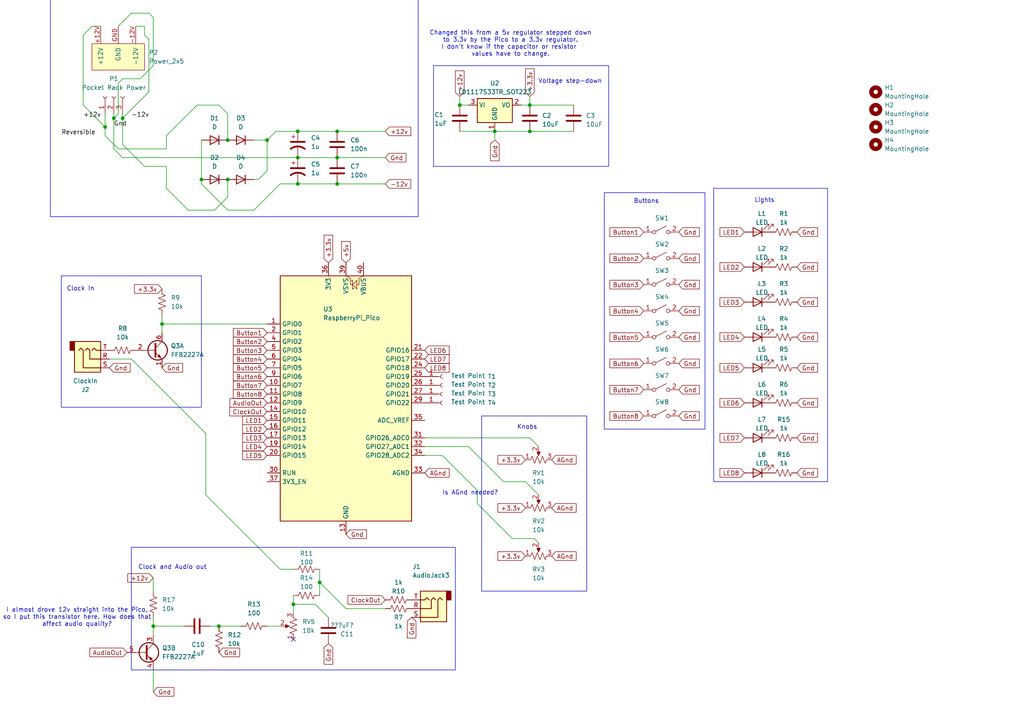
<source format=kicad_sch>
(kicad_sch
	(version 20231120)
	(generator "eeschema")
	(generator_version "8.0")
	(uuid "a5be9f87-f283-4c18-bc64-36411820b129")
	(paper "A4")
	(lib_symbols
		(symbol "CATs_Eurorack_Synth:Power_2x5"
			(pin_names
				(offset 1.016)
			)
			(exclude_from_sim no)
			(in_bom yes)
			(on_board yes)
			(property "Reference" "J"
				(at 0 10.16 0)
				(effects
					(font
						(size 1.27 1.27)
					)
				)
			)
			(property "Value" "Power_2x5"
				(at 0 8.89 0)
				(effects
					(font
						(size 1.27 1.27)
					)
				)
			)
			(property "Footprint" "Eurorack Synth:Power_2x5_Vertical"
				(at 1.27 0 0)
				(effects
					(font
						(size 1.27 1.27)
					)
					(hide yes)
				)
			)
			(property "Datasheet" ""
				(at 1.27 0 0)
				(effects
					(font
						(size 1.27 1.27)
					)
					(hide yes)
				)
			)
			(property "Description" ""
				(at 0 0 0)
				(effects
					(font
						(size 1.27 1.27)
					)
					(hide yes)
				)
			)
			(symbol "Power_2x5_0_1"
				(rectangle
					(start 3.81 7.62)
					(end -3.81 -7.62)
					(stroke
						(width 0)
						(type solid)
					)
					(fill
						(type background)
					)
				)
			)
			(symbol "Power_2x5_1_1"
				(pin power_out line
					(at 8.89 5.08 180)
					(length 5.08)
					(name "+12V"
						(effects
							(font
								(size 1.27 1.27)
							)
						)
					)
					(number "+12V"
						(effects
							(font
								(size 1.27 1.27)
							)
						)
					)
				)
				(pin power_out line
					(at 8.89 -5.08 180)
					(length 5.08)
					(name "-12V"
						(effects
							(font
								(size 1.27 1.27)
							)
						)
					)
					(number "-12V"
						(effects
							(font
								(size 1.27 1.27)
							)
						)
					)
				)
				(pin power_out line
					(at 8.89 0 180)
					(length 5.08)
					(name "GND"
						(effects
							(font
								(size 1.27 1.27)
							)
						)
					)
					(number "GND"
						(effects
							(font
								(size 1.27 1.27)
							)
						)
					)
				)
			)
		)
		(symbol "Connector:Conn_01x01_Socket"
			(pin_names
				(offset 1.016) hide)
			(exclude_from_sim no)
			(in_bom yes)
			(on_board yes)
			(property "Reference" "J"
				(at 0 2.54 0)
				(effects
					(font
						(size 1.27 1.27)
					)
				)
			)
			(property "Value" "Conn_01x01_Socket"
				(at 0 -2.54 0)
				(effects
					(font
						(size 1.27 1.27)
					)
				)
			)
			(property "Footprint" ""
				(at 0 0 0)
				(effects
					(font
						(size 1.27 1.27)
					)
					(hide yes)
				)
			)
			(property "Datasheet" "~"
				(at 0 0 0)
				(effects
					(font
						(size 1.27 1.27)
					)
					(hide yes)
				)
			)
			(property "Description" "Generic connector, single row, 01x01, script generated"
				(at 0 0 0)
				(effects
					(font
						(size 1.27 1.27)
					)
					(hide yes)
				)
			)
			(property "ki_locked" ""
				(at 0 0 0)
				(effects
					(font
						(size 1.27 1.27)
					)
				)
			)
			(property "ki_keywords" "connector"
				(at 0 0 0)
				(effects
					(font
						(size 1.27 1.27)
					)
					(hide yes)
				)
			)
			(property "ki_fp_filters" "Connector*:*_1x??_*"
				(at 0 0 0)
				(effects
					(font
						(size 1.27 1.27)
					)
					(hide yes)
				)
			)
			(symbol "Conn_01x01_Socket_1_1"
				(polyline
					(pts
						(xy -1.27 0) (xy -0.508 0)
					)
					(stroke
						(width 0.1524)
						(type default)
					)
					(fill
						(type none)
					)
				)
				(arc
					(start 0 0.508)
					(mid -0.5058 0)
					(end 0 -0.508)
					(stroke
						(width 0.1524)
						(type default)
					)
					(fill
						(type none)
					)
				)
				(pin passive line
					(at -5.08 0 0)
					(length 3.81)
					(name "Pin_1"
						(effects
							(font
								(size 1.27 1.27)
							)
						)
					)
					(number "1"
						(effects
							(font
								(size 1.27 1.27)
							)
						)
					)
				)
			)
		)
		(symbol "Connector:Conn_01x03_Socket"
			(pin_names
				(offset 1.016) hide)
			(exclude_from_sim no)
			(in_bom yes)
			(on_board yes)
			(property "Reference" "J"
				(at 0 5.08 0)
				(effects
					(font
						(size 1.27 1.27)
					)
				)
			)
			(property "Value" "Conn_01x03_Socket"
				(at 0 -5.08 0)
				(effects
					(font
						(size 1.27 1.27)
					)
				)
			)
			(property "Footprint" ""
				(at 0 0 0)
				(effects
					(font
						(size 1.27 1.27)
					)
					(hide yes)
				)
			)
			(property "Datasheet" "~"
				(at 0 0 0)
				(effects
					(font
						(size 1.27 1.27)
					)
					(hide yes)
				)
			)
			(property "Description" "Generic connector, single row, 01x03, script generated"
				(at 0 0 0)
				(effects
					(font
						(size 1.27 1.27)
					)
					(hide yes)
				)
			)
			(property "ki_locked" ""
				(at 0 0 0)
				(effects
					(font
						(size 1.27 1.27)
					)
				)
			)
			(property "ki_keywords" "connector"
				(at 0 0 0)
				(effects
					(font
						(size 1.27 1.27)
					)
					(hide yes)
				)
			)
			(property "ki_fp_filters" "Connector*:*_1x??_*"
				(at 0 0 0)
				(effects
					(font
						(size 1.27 1.27)
					)
					(hide yes)
				)
			)
			(symbol "Conn_01x03_Socket_1_1"
				(arc
					(start 0 -2.032)
					(mid -0.5058 -2.54)
					(end 0 -3.048)
					(stroke
						(width 0.1524)
						(type default)
					)
					(fill
						(type none)
					)
				)
				(polyline
					(pts
						(xy -1.27 -2.54) (xy -0.508 -2.54)
					)
					(stroke
						(width 0.1524)
						(type default)
					)
					(fill
						(type none)
					)
				)
				(polyline
					(pts
						(xy -1.27 0) (xy -0.508 0)
					)
					(stroke
						(width 0.1524)
						(type default)
					)
					(fill
						(type none)
					)
				)
				(polyline
					(pts
						(xy -1.27 2.54) (xy -0.508 2.54)
					)
					(stroke
						(width 0.1524)
						(type default)
					)
					(fill
						(type none)
					)
				)
				(arc
					(start 0 0.508)
					(mid -0.5058 0)
					(end 0 -0.508)
					(stroke
						(width 0.1524)
						(type default)
					)
					(fill
						(type none)
					)
				)
				(arc
					(start 0 3.048)
					(mid -0.5058 2.54)
					(end 0 2.032)
					(stroke
						(width 0.1524)
						(type default)
					)
					(fill
						(type none)
					)
				)
				(pin passive line
					(at -5.08 2.54 0)
					(length 3.81)
					(name "Pin_1"
						(effects
							(font
								(size 1.27 1.27)
							)
						)
					)
					(number "1"
						(effects
							(font
								(size 1.27 1.27)
							)
						)
					)
				)
				(pin passive line
					(at -5.08 0 0)
					(length 3.81)
					(name "Pin_2"
						(effects
							(font
								(size 1.27 1.27)
							)
						)
					)
					(number "2"
						(effects
							(font
								(size 1.27 1.27)
							)
						)
					)
				)
				(pin passive line
					(at -5.08 -2.54 0)
					(length 3.81)
					(name "Pin_3"
						(effects
							(font
								(size 1.27 1.27)
							)
						)
					)
					(number "3"
						(effects
							(font
								(size 1.27 1.27)
							)
						)
					)
				)
			)
		)
		(symbol "Connector_Audio:AudioJack3"
			(exclude_from_sim no)
			(in_bom yes)
			(on_board yes)
			(property "Reference" "J"
				(at 0 8.89 0)
				(effects
					(font
						(size 1.27 1.27)
					)
				)
			)
			(property "Value" "AudioJack3"
				(at 0 6.35 0)
				(effects
					(font
						(size 1.27 1.27)
					)
				)
			)
			(property "Footprint" ""
				(at 0 0 0)
				(effects
					(font
						(size 1.27 1.27)
					)
					(hide yes)
				)
			)
			(property "Datasheet" "~"
				(at 0 0 0)
				(effects
					(font
						(size 1.27 1.27)
					)
					(hide yes)
				)
			)
			(property "Description" "Audio Jack, 3 Poles (Stereo / TRS)"
				(at 0 0 0)
				(effects
					(font
						(size 1.27 1.27)
					)
					(hide yes)
				)
			)
			(property "ki_keywords" "audio jack receptacle stereo headphones phones TRS connector"
				(at 0 0 0)
				(effects
					(font
						(size 1.27 1.27)
					)
					(hide yes)
				)
			)
			(property "ki_fp_filters" "Jack*"
				(at 0 0 0)
				(effects
					(font
						(size 1.27 1.27)
					)
					(hide yes)
				)
			)
			(symbol "AudioJack3_0_1"
				(rectangle
					(start -5.08 -5.08)
					(end -6.35 -2.54)
					(stroke
						(width 0.254)
						(type default)
					)
					(fill
						(type outline)
					)
				)
				(polyline
					(pts
						(xy 0 -2.54) (xy 0.635 -3.175) (xy 1.27 -2.54) (xy 2.54 -2.54)
					)
					(stroke
						(width 0.254)
						(type default)
					)
					(fill
						(type none)
					)
				)
				(polyline
					(pts
						(xy -1.905 -2.54) (xy -1.27 -3.175) (xy -0.635 -2.54) (xy -0.635 0) (xy 2.54 0)
					)
					(stroke
						(width 0.254)
						(type default)
					)
					(fill
						(type none)
					)
				)
				(polyline
					(pts
						(xy 2.54 2.54) (xy -2.54 2.54) (xy -2.54 -2.54) (xy -3.175 -3.175) (xy -3.81 -2.54)
					)
					(stroke
						(width 0.254)
						(type default)
					)
					(fill
						(type none)
					)
				)
				(rectangle
					(start 2.54 3.81)
					(end -5.08 -5.08)
					(stroke
						(width 0.254)
						(type default)
					)
					(fill
						(type background)
					)
				)
			)
			(symbol "AudioJack3_1_1"
				(pin passive line
					(at 5.08 0 180)
					(length 2.54)
					(name "~"
						(effects
							(font
								(size 1.27 1.27)
							)
						)
					)
					(number "R"
						(effects
							(font
								(size 1.27 1.27)
							)
						)
					)
				)
				(pin passive line
					(at 5.08 2.54 180)
					(length 2.54)
					(name "~"
						(effects
							(font
								(size 1.27 1.27)
							)
						)
					)
					(number "S"
						(effects
							(font
								(size 1.27 1.27)
							)
						)
					)
				)
				(pin passive line
					(at 5.08 -2.54 180)
					(length 2.54)
					(name "~"
						(effects
							(font
								(size 1.27 1.27)
							)
						)
					)
					(number "T"
						(effects
							(font
								(size 1.27 1.27)
							)
						)
					)
				)
			)
		)
		(symbol "Device:C"
			(pin_numbers hide)
			(pin_names
				(offset 0.254)
			)
			(exclude_from_sim no)
			(in_bom yes)
			(on_board yes)
			(property "Reference" "C"
				(at 0.635 2.54 0)
				(effects
					(font
						(size 1.27 1.27)
					)
					(justify left)
				)
			)
			(property "Value" "C"
				(at 0.635 -2.54 0)
				(effects
					(font
						(size 1.27 1.27)
					)
					(justify left)
				)
			)
			(property "Footprint" ""
				(at 0.9652 -3.81 0)
				(effects
					(font
						(size 1.27 1.27)
					)
					(hide yes)
				)
			)
			(property "Datasheet" "~"
				(at 0 0 0)
				(effects
					(font
						(size 1.27 1.27)
					)
					(hide yes)
				)
			)
			(property "Description" "Unpolarized capacitor"
				(at 0 0 0)
				(effects
					(font
						(size 1.27 1.27)
					)
					(hide yes)
				)
			)
			(property "ki_keywords" "cap capacitor"
				(at 0 0 0)
				(effects
					(font
						(size 1.27 1.27)
					)
					(hide yes)
				)
			)
			(property "ki_fp_filters" "C_*"
				(at 0 0 0)
				(effects
					(font
						(size 1.27 1.27)
					)
					(hide yes)
				)
			)
			(symbol "C_0_1"
				(polyline
					(pts
						(xy -2.032 -0.762) (xy 2.032 -0.762)
					)
					(stroke
						(width 0.508)
						(type default)
					)
					(fill
						(type none)
					)
				)
				(polyline
					(pts
						(xy -2.032 0.762) (xy 2.032 0.762)
					)
					(stroke
						(width 0.508)
						(type default)
					)
					(fill
						(type none)
					)
				)
			)
			(symbol "C_1_1"
				(pin passive line
					(at 0 3.81 270)
					(length 2.794)
					(name "~"
						(effects
							(font
								(size 1.27 1.27)
							)
						)
					)
					(number "1"
						(effects
							(font
								(size 1.27 1.27)
							)
						)
					)
				)
				(pin passive line
					(at 0 -3.81 90)
					(length 2.794)
					(name "~"
						(effects
							(font
								(size 1.27 1.27)
							)
						)
					)
					(number "2"
						(effects
							(font
								(size 1.27 1.27)
							)
						)
					)
				)
			)
		)
		(symbol "Device:C_Polarized_US"
			(pin_numbers hide)
			(pin_names
				(offset 0.254) hide)
			(exclude_from_sim no)
			(in_bom yes)
			(on_board yes)
			(property "Reference" "C"
				(at 0.635 2.54 0)
				(effects
					(font
						(size 1.27 1.27)
					)
					(justify left)
				)
			)
			(property "Value" "C_Polarized_US"
				(at 0.635 -2.54 0)
				(effects
					(font
						(size 1.27 1.27)
					)
					(justify left)
				)
			)
			(property "Footprint" ""
				(at 0 0 0)
				(effects
					(font
						(size 1.27 1.27)
					)
					(hide yes)
				)
			)
			(property "Datasheet" "~"
				(at 0 0 0)
				(effects
					(font
						(size 1.27 1.27)
					)
					(hide yes)
				)
			)
			(property "Description" "Polarized capacitor, US symbol"
				(at 0 0 0)
				(effects
					(font
						(size 1.27 1.27)
					)
					(hide yes)
				)
			)
			(property "ki_keywords" "cap capacitor"
				(at 0 0 0)
				(effects
					(font
						(size 1.27 1.27)
					)
					(hide yes)
				)
			)
			(property "ki_fp_filters" "CP_*"
				(at 0 0 0)
				(effects
					(font
						(size 1.27 1.27)
					)
					(hide yes)
				)
			)
			(symbol "C_Polarized_US_0_1"
				(polyline
					(pts
						(xy -2.032 0.762) (xy 2.032 0.762)
					)
					(stroke
						(width 0.508)
						(type default)
					)
					(fill
						(type none)
					)
				)
				(polyline
					(pts
						(xy -1.778 2.286) (xy -0.762 2.286)
					)
					(stroke
						(width 0)
						(type default)
					)
					(fill
						(type none)
					)
				)
				(polyline
					(pts
						(xy -1.27 1.778) (xy -1.27 2.794)
					)
					(stroke
						(width 0)
						(type default)
					)
					(fill
						(type none)
					)
				)
				(arc
					(start 2.032 -1.27)
					(mid 0 -0.5572)
					(end -2.032 -1.27)
					(stroke
						(width 0.508)
						(type default)
					)
					(fill
						(type none)
					)
				)
			)
			(symbol "C_Polarized_US_1_1"
				(pin passive line
					(at 0 3.81 270)
					(length 2.794)
					(name "~"
						(effects
							(font
								(size 1.27 1.27)
							)
						)
					)
					(number "1"
						(effects
							(font
								(size 1.27 1.27)
							)
						)
					)
				)
				(pin passive line
					(at 0 -3.81 90)
					(length 3.302)
					(name "~"
						(effects
							(font
								(size 1.27 1.27)
							)
						)
					)
					(number "2"
						(effects
							(font
								(size 1.27 1.27)
							)
						)
					)
				)
			)
		)
		(symbol "Device:D"
			(pin_numbers hide)
			(pin_names
				(offset 1.016) hide)
			(exclude_from_sim no)
			(in_bom yes)
			(on_board yes)
			(property "Reference" "D"
				(at 0 2.54 0)
				(effects
					(font
						(size 1.27 1.27)
					)
				)
			)
			(property "Value" "D"
				(at 0 -2.54 0)
				(effects
					(font
						(size 1.27 1.27)
					)
				)
			)
			(property "Footprint" ""
				(at 0 0 0)
				(effects
					(font
						(size 1.27 1.27)
					)
					(hide yes)
				)
			)
			(property "Datasheet" "~"
				(at 0 0 0)
				(effects
					(font
						(size 1.27 1.27)
					)
					(hide yes)
				)
			)
			(property "Description" "Diode"
				(at 0 0 0)
				(effects
					(font
						(size 1.27 1.27)
					)
					(hide yes)
				)
			)
			(property "Sim.Device" "D"
				(at 0 0 0)
				(effects
					(font
						(size 1.27 1.27)
					)
					(hide yes)
				)
			)
			(property "Sim.Pins" "1=K 2=A"
				(at 0 0 0)
				(effects
					(font
						(size 1.27 1.27)
					)
					(hide yes)
				)
			)
			(property "ki_keywords" "diode"
				(at 0 0 0)
				(effects
					(font
						(size 1.27 1.27)
					)
					(hide yes)
				)
			)
			(property "ki_fp_filters" "TO-???* *_Diode_* *SingleDiode* D_*"
				(at 0 0 0)
				(effects
					(font
						(size 1.27 1.27)
					)
					(hide yes)
				)
			)
			(symbol "D_0_1"
				(polyline
					(pts
						(xy -1.27 1.27) (xy -1.27 -1.27)
					)
					(stroke
						(width 0.254)
						(type default)
					)
					(fill
						(type none)
					)
				)
				(polyline
					(pts
						(xy 1.27 0) (xy -1.27 0)
					)
					(stroke
						(width 0)
						(type default)
					)
					(fill
						(type none)
					)
				)
				(polyline
					(pts
						(xy 1.27 1.27) (xy 1.27 -1.27) (xy -1.27 0) (xy 1.27 1.27)
					)
					(stroke
						(width 0.254)
						(type default)
					)
					(fill
						(type none)
					)
				)
			)
			(symbol "D_1_1"
				(pin passive line
					(at -3.81 0 0)
					(length 2.54)
					(name "K"
						(effects
							(font
								(size 1.27 1.27)
							)
						)
					)
					(number "1"
						(effects
							(font
								(size 1.27 1.27)
							)
						)
					)
				)
				(pin passive line
					(at 3.81 0 180)
					(length 2.54)
					(name "A"
						(effects
							(font
								(size 1.27 1.27)
							)
						)
					)
					(number "2"
						(effects
							(font
								(size 1.27 1.27)
							)
						)
					)
				)
			)
		)
		(symbol "Device:LED"
			(pin_numbers hide)
			(pin_names
				(offset 1.016) hide)
			(exclude_from_sim no)
			(in_bom yes)
			(on_board yes)
			(property "Reference" "D"
				(at 0 2.54 0)
				(effects
					(font
						(size 1.27 1.27)
					)
				)
			)
			(property "Value" "LED"
				(at 0 -2.54 0)
				(effects
					(font
						(size 1.27 1.27)
					)
				)
			)
			(property "Footprint" ""
				(at 0 0 0)
				(effects
					(font
						(size 1.27 1.27)
					)
					(hide yes)
				)
			)
			(property "Datasheet" "~"
				(at 0 0 0)
				(effects
					(font
						(size 1.27 1.27)
					)
					(hide yes)
				)
			)
			(property "Description" "Light emitting diode"
				(at 0 0 0)
				(effects
					(font
						(size 1.27 1.27)
					)
					(hide yes)
				)
			)
			(property "ki_keywords" "LED diode"
				(at 0 0 0)
				(effects
					(font
						(size 1.27 1.27)
					)
					(hide yes)
				)
			)
			(property "ki_fp_filters" "LED* LED_SMD:* LED_THT:*"
				(at 0 0 0)
				(effects
					(font
						(size 1.27 1.27)
					)
					(hide yes)
				)
			)
			(symbol "LED_0_1"
				(polyline
					(pts
						(xy -1.27 -1.27) (xy -1.27 1.27)
					)
					(stroke
						(width 0.254)
						(type default)
					)
					(fill
						(type none)
					)
				)
				(polyline
					(pts
						(xy -1.27 0) (xy 1.27 0)
					)
					(stroke
						(width 0)
						(type default)
					)
					(fill
						(type none)
					)
				)
				(polyline
					(pts
						(xy 1.27 -1.27) (xy 1.27 1.27) (xy -1.27 0) (xy 1.27 -1.27)
					)
					(stroke
						(width 0.254)
						(type default)
					)
					(fill
						(type none)
					)
				)
				(polyline
					(pts
						(xy -3.048 -0.762) (xy -4.572 -2.286) (xy -3.81 -2.286) (xy -4.572 -2.286) (xy -4.572 -1.524)
					)
					(stroke
						(width 0)
						(type default)
					)
					(fill
						(type none)
					)
				)
				(polyline
					(pts
						(xy -1.778 -0.762) (xy -3.302 -2.286) (xy -2.54 -2.286) (xy -3.302 -2.286) (xy -3.302 -1.524)
					)
					(stroke
						(width 0)
						(type default)
					)
					(fill
						(type none)
					)
				)
			)
			(symbol "LED_1_1"
				(pin passive line
					(at -3.81 0 0)
					(length 2.54)
					(name "K"
						(effects
							(font
								(size 1.27 1.27)
							)
						)
					)
					(number "1"
						(effects
							(font
								(size 1.27 1.27)
							)
						)
					)
				)
				(pin passive line
					(at 3.81 0 180)
					(length 2.54)
					(name "A"
						(effects
							(font
								(size 1.27 1.27)
							)
						)
					)
					(number "2"
						(effects
							(font
								(size 1.27 1.27)
							)
						)
					)
				)
			)
		)
		(symbol "Device:R_Potentiometer_US"
			(pin_names
				(offset 1.016) hide)
			(exclude_from_sim no)
			(in_bom yes)
			(on_board yes)
			(property "Reference" "RV"
				(at -4.445 0 90)
				(effects
					(font
						(size 1.27 1.27)
					)
				)
			)
			(property "Value" "R_Potentiometer_US"
				(at -2.54 0 90)
				(effects
					(font
						(size 1.27 1.27)
					)
				)
			)
			(property "Footprint" ""
				(at 0 0 0)
				(effects
					(font
						(size 1.27 1.27)
					)
					(hide yes)
				)
			)
			(property "Datasheet" "~"
				(at 0 0 0)
				(effects
					(font
						(size 1.27 1.27)
					)
					(hide yes)
				)
			)
			(property "Description" "Potentiometer, US symbol"
				(at 0 0 0)
				(effects
					(font
						(size 1.27 1.27)
					)
					(hide yes)
				)
			)
			(property "ki_keywords" "resistor variable"
				(at 0 0 0)
				(effects
					(font
						(size 1.27 1.27)
					)
					(hide yes)
				)
			)
			(property "ki_fp_filters" "Potentiometer*"
				(at 0 0 0)
				(effects
					(font
						(size 1.27 1.27)
					)
					(hide yes)
				)
			)
			(symbol "R_Potentiometer_US_0_1"
				(polyline
					(pts
						(xy 0 -2.286) (xy 0 -2.54)
					)
					(stroke
						(width 0)
						(type default)
					)
					(fill
						(type none)
					)
				)
				(polyline
					(pts
						(xy 0 2.54) (xy 0 2.286)
					)
					(stroke
						(width 0)
						(type default)
					)
					(fill
						(type none)
					)
				)
				(polyline
					(pts
						(xy 2.54 0) (xy 1.524 0)
					)
					(stroke
						(width 0)
						(type default)
					)
					(fill
						(type none)
					)
				)
				(polyline
					(pts
						(xy 1.143 0) (xy 2.286 0.508) (xy 2.286 -0.508) (xy 1.143 0)
					)
					(stroke
						(width 0)
						(type default)
					)
					(fill
						(type outline)
					)
				)
				(polyline
					(pts
						(xy 0 -0.762) (xy 1.016 -1.143) (xy 0 -1.524) (xy -1.016 -1.905) (xy 0 -2.286)
					)
					(stroke
						(width 0)
						(type default)
					)
					(fill
						(type none)
					)
				)
				(polyline
					(pts
						(xy 0 0.762) (xy 1.016 0.381) (xy 0 0) (xy -1.016 -0.381) (xy 0 -0.762)
					)
					(stroke
						(width 0)
						(type default)
					)
					(fill
						(type none)
					)
				)
				(polyline
					(pts
						(xy 0 2.286) (xy 1.016 1.905) (xy 0 1.524) (xy -1.016 1.143) (xy 0 0.762)
					)
					(stroke
						(width 0)
						(type default)
					)
					(fill
						(type none)
					)
				)
			)
			(symbol "R_Potentiometer_US_1_1"
				(pin passive line
					(at 0 3.81 270)
					(length 1.27)
					(name "1"
						(effects
							(font
								(size 1.27 1.27)
							)
						)
					)
					(number "1"
						(effects
							(font
								(size 1.27 1.27)
							)
						)
					)
				)
				(pin passive line
					(at 3.81 0 180)
					(length 1.27)
					(name "2"
						(effects
							(font
								(size 1.27 1.27)
							)
						)
					)
					(number "2"
						(effects
							(font
								(size 1.27 1.27)
							)
						)
					)
				)
				(pin passive line
					(at 0 -3.81 90)
					(length 1.27)
					(name "3"
						(effects
							(font
								(size 1.27 1.27)
							)
						)
					)
					(number "3"
						(effects
							(font
								(size 1.27 1.27)
							)
						)
					)
				)
			)
		)
		(symbol "Device:R_US"
			(pin_numbers hide)
			(pin_names
				(offset 0)
			)
			(exclude_from_sim no)
			(in_bom yes)
			(on_board yes)
			(property "Reference" "R"
				(at 2.54 0 90)
				(effects
					(font
						(size 1.27 1.27)
					)
				)
			)
			(property "Value" "R_US"
				(at -2.54 0 90)
				(effects
					(font
						(size 1.27 1.27)
					)
				)
			)
			(property "Footprint" ""
				(at 1.016 -0.254 90)
				(effects
					(font
						(size 1.27 1.27)
					)
					(hide yes)
				)
			)
			(property "Datasheet" "~"
				(at 0 0 0)
				(effects
					(font
						(size 1.27 1.27)
					)
					(hide yes)
				)
			)
			(property "Description" "Resistor, US symbol"
				(at 0 0 0)
				(effects
					(font
						(size 1.27 1.27)
					)
					(hide yes)
				)
			)
			(property "ki_keywords" "R res resistor"
				(at 0 0 0)
				(effects
					(font
						(size 1.27 1.27)
					)
					(hide yes)
				)
			)
			(property "ki_fp_filters" "R_*"
				(at 0 0 0)
				(effects
					(font
						(size 1.27 1.27)
					)
					(hide yes)
				)
			)
			(symbol "R_US_0_1"
				(polyline
					(pts
						(xy 0 -2.286) (xy 0 -2.54)
					)
					(stroke
						(width 0)
						(type default)
					)
					(fill
						(type none)
					)
				)
				(polyline
					(pts
						(xy 0 2.286) (xy 0 2.54)
					)
					(stroke
						(width 0)
						(type default)
					)
					(fill
						(type none)
					)
				)
				(polyline
					(pts
						(xy 0 -0.762) (xy 1.016 -1.143) (xy 0 -1.524) (xy -1.016 -1.905) (xy 0 -2.286)
					)
					(stroke
						(width 0)
						(type default)
					)
					(fill
						(type none)
					)
				)
				(polyline
					(pts
						(xy 0 0.762) (xy 1.016 0.381) (xy 0 0) (xy -1.016 -0.381) (xy 0 -0.762)
					)
					(stroke
						(width 0)
						(type default)
					)
					(fill
						(type none)
					)
				)
				(polyline
					(pts
						(xy 0 2.286) (xy 1.016 1.905) (xy 0 1.524) (xy -1.016 1.143) (xy 0 0.762)
					)
					(stroke
						(width 0)
						(type default)
					)
					(fill
						(type none)
					)
				)
			)
			(symbol "R_US_1_1"
				(pin passive line
					(at 0 3.81 270)
					(length 1.27)
					(name "~"
						(effects
							(font
								(size 1.27 1.27)
							)
						)
					)
					(number "1"
						(effects
							(font
								(size 1.27 1.27)
							)
						)
					)
				)
				(pin passive line
					(at 0 -3.81 90)
					(length 1.27)
					(name "~"
						(effects
							(font
								(size 1.27 1.27)
							)
						)
					)
					(number "2"
						(effects
							(font
								(size 1.27 1.27)
							)
						)
					)
				)
			)
		)
		(symbol "MCU_Module_RaspberryPi_Pico:RaspberryPi_Pico"
			(exclude_from_sim no)
			(in_bom yes)
			(on_board yes)
			(property "Reference" "U"
				(at -19.05 38.1 0)
				(effects
					(font
						(size 1.27 1.27)
					)
					(justify left)
				)
			)
			(property "Value" "RaspberryPi_Pico"
				(at 7.62 38.1 0)
				(effects
					(font
						(size 1.27 1.27)
					)
					(justify left)
				)
			)
			(property "Footprint" "Module_RaspberryPi_Pico:RaspberryPi_Pico_Common"
				(at 0 -49.53 0)
				(effects
					(font
						(size 1.27 1.27)
					)
					(hide yes)
				)
			)
			(property "Datasheet" "https://datasheets.raspberrypi.com/pico/pico-datasheet.pdf"
				(at 0 -52.07 0)
				(effects
					(font
						(size 1.27 1.27)
					)
					(hide yes)
				)
			)
			(property "Description" "Versatile and inexpensive microcontroller module (with full pinout for reflow soldering) powered by RP2040 dual-core Arm Cortex-M0+ processor up to 133 MHz, 264kB SRAM, 2MB QSPI flash"
				(at 0 0 0)
				(effects
					(font
						(size 1.27 1.27)
					)
					(hide yes)
				)
			)
			(property "ki_keywords" "Raspberry Pi Pico microcontroller module RP2040 M0+ usb"
				(at 0 0 0)
				(effects
					(font
						(size 1.27 1.27)
					)
					(hide yes)
				)
			)
			(property "ki_fp_filters" "RaspberryPi_Pico_Common* RaspberryPi_Pico_Original*"
				(at 0 0 0)
				(effects
					(font
						(size 1.27 1.27)
					)
					(hide yes)
				)
			)
			(symbol "RaspberryPi_Pico_0_1"
				(rectangle
					(start -19.05 36.83)
					(end 19.05 -34.29)
					(stroke
						(width 0.254)
						(type default)
					)
					(fill
						(type background)
					)
				)
				(polyline
					(pts
						(xy 0 36.83) (xy 1.27 36.195) (xy 1.27 34.29) (xy 1.905 34.29)
					)
					(stroke
						(width 0)
						(type default)
					)
					(fill
						(type none)
					)
				)
				(polyline
					(pts
						(xy 1.905 34.29) (xy 3.175 35.56) (xy 3.175 33.02) (xy 1.905 34.29)
					)
					(stroke
						(width 0)
						(type default)
					)
					(fill
						(type none)
					)
				)
				(polyline
					(pts
						(xy 5.08 36.83) (xy 3.81 36.195) (xy 3.81 34.29) (xy 3.175 34.29)
					)
					(stroke
						(width 0)
						(type default)
					)
					(fill
						(type none)
					)
				)
				(polyline
					(pts
						(xy 1.651 35.306) (xy 1.651 35.56) (xy 1.905 35.56) (xy 1.905 33.02) (xy 2.159 33.02) (xy 2.159 33.274)
					)
					(stroke
						(width 0)
						(type default)
					)
					(fill
						(type none)
					)
				)
			)
			(symbol "RaspberryPi_Pico_1_1"
				(pin bidirectional line
					(at -22.86 22.86 0)
					(length 3.81)
					(name "GPIO0"
						(effects
							(font
								(size 1.27 1.27)
							)
						)
					)
					(number "1"
						(effects
							(font
								(size 1.27 1.27)
							)
						)
					)
					(alternate "I2C0_SDA" bidirectional line)
					(alternate "PWM0_A" output line)
					(alternate "SPI0_RX" input line)
					(alternate "UART0_TX" output line)
					(alternate "USB_OVCUR_DET" input line)
				)
				(pin bidirectional line
					(at -22.86 5.08 0)
					(length 3.81)
					(name "GPIO7"
						(effects
							(font
								(size 1.27 1.27)
							)
						)
					)
					(number "10"
						(effects
							(font
								(size 1.27 1.27)
							)
						)
					)
					(alternate "I2C1_SCL" bidirectional clock)
					(alternate "PWM3_B" bidirectional line)
					(alternate "SPI0_TX" output line)
					(alternate "UART1_RTS" output line)
					(alternate "USB_VBUS_DET" input line)
				)
				(pin bidirectional line
					(at -22.86 2.54 0)
					(length 3.81)
					(name "GPIO8"
						(effects
							(font
								(size 1.27 1.27)
							)
						)
					)
					(number "11"
						(effects
							(font
								(size 1.27 1.27)
							)
						)
					)
					(alternate "I2C0_SDA" bidirectional line)
					(alternate "PWM4_A" output line)
					(alternate "SPI1_RX" input line)
					(alternate "UART1_TX" output line)
					(alternate "USB_VBUS_EN" output line)
				)
				(pin bidirectional line
					(at -22.86 0 0)
					(length 3.81)
					(name "GPIO9"
						(effects
							(font
								(size 1.27 1.27)
							)
						)
					)
					(number "12"
						(effects
							(font
								(size 1.27 1.27)
							)
						)
					)
					(alternate "I2C0_SCL" bidirectional clock)
					(alternate "PWM4_B" bidirectional line)
					(alternate "UART1_RX" input line)
					(alternate "USB_OVCUR_DET" input line)
					(alternate "~{SPI1_CSn}" bidirectional line)
				)
				(pin power_out line
					(at 0 -38.1 90)
					(length 3.81)
					(name "GND"
						(effects
							(font
								(size 1.27 1.27)
							)
						)
					)
					(number "13"
						(effects
							(font
								(size 1.27 1.27)
							)
						)
					)
					(alternate "GND_IN" power_in line)
				)
				(pin bidirectional line
					(at -22.86 -2.54 0)
					(length 3.81)
					(name "GPIO10"
						(effects
							(font
								(size 1.27 1.27)
							)
						)
					)
					(number "14"
						(effects
							(font
								(size 1.27 1.27)
							)
						)
					)
					(alternate "I2C1_SDA" bidirectional line)
					(alternate "PWM5_A" output line)
					(alternate "SPI1_SCK" bidirectional clock)
					(alternate "UART1_CTS" input line)
					(alternate "USB_VBUS_DET" input line)
				)
				(pin bidirectional line
					(at -22.86 -5.08 0)
					(length 3.81)
					(name "GPIO11"
						(effects
							(font
								(size 1.27 1.27)
							)
						)
					)
					(number "15"
						(effects
							(font
								(size 1.27 1.27)
							)
						)
					)
					(alternate "I2C1_SCL" bidirectional clock)
					(alternate "PWM5_B" bidirectional line)
					(alternate "SPI1_TX" output line)
					(alternate "UART1_RTS" output line)
					(alternate "USB_VBUS_EN" output line)
				)
				(pin bidirectional line
					(at -22.86 -7.62 0)
					(length 3.81)
					(name "GPIO12"
						(effects
							(font
								(size 1.27 1.27)
							)
						)
					)
					(number "16"
						(effects
							(font
								(size 1.27 1.27)
							)
						)
					)
					(alternate "I2C0_SDA" bidirectional line)
					(alternate "PWM6_A" output line)
					(alternate "SPI1_RX" input line)
					(alternate "UART0_TX" output line)
					(alternate "USB_OVCUR_DET" input line)
				)
				(pin bidirectional line
					(at -22.86 -10.16 0)
					(length 3.81)
					(name "GPIO13"
						(effects
							(font
								(size 1.27 1.27)
							)
						)
					)
					(number "17"
						(effects
							(font
								(size 1.27 1.27)
							)
						)
					)
					(alternate "I2C0_SCL" bidirectional clock)
					(alternate "PWM6_B" bidirectional line)
					(alternate "UART0_RX" input line)
					(alternate "USB_VBUS_DET" input line)
					(alternate "~{SPI1_CSn}" bidirectional line)
				)
				(pin passive line
					(at 0 -38.1 90)
					(length 3.81) hide
					(name "GND"
						(effects
							(font
								(size 1.27 1.27)
							)
						)
					)
					(number "18"
						(effects
							(font
								(size 1.27 1.27)
							)
						)
					)
				)
				(pin bidirectional line
					(at -22.86 -12.7 0)
					(length 3.81)
					(name "GPIO14"
						(effects
							(font
								(size 1.27 1.27)
							)
						)
					)
					(number "19"
						(effects
							(font
								(size 1.27 1.27)
							)
						)
					)
					(alternate "I2C1_SDA" bidirectional line)
					(alternate "PWM7_A" output line)
					(alternate "SPI1_SCK" bidirectional clock)
					(alternate "UART0_CTS" input line)
					(alternate "USB_VBUS_EN" output line)
				)
				(pin bidirectional line
					(at -22.86 20.32 0)
					(length 3.81)
					(name "GPIO1"
						(effects
							(font
								(size 1.27 1.27)
							)
						)
					)
					(number "2"
						(effects
							(font
								(size 1.27 1.27)
							)
						)
					)
					(alternate "I2C0_SCL" bidirectional clock)
					(alternate "PWM0_B" bidirectional line)
					(alternate "UART0_RX" input line)
					(alternate "USB_VBUS_DET" passive line)
					(alternate "~{SPI0_CSn}" bidirectional line)
				)
				(pin bidirectional line
					(at -22.86 -15.24 0)
					(length 3.81)
					(name "GPIO15"
						(effects
							(font
								(size 1.27 1.27)
							)
						)
					)
					(number "20"
						(effects
							(font
								(size 1.27 1.27)
							)
						)
					)
					(alternate "I2C1_SCL" bidirectional clock)
					(alternate "PWM7_B" bidirectional line)
					(alternate "SPI1_TX" output line)
					(alternate "UART0_RTS" output line)
					(alternate "USB_OVCUR_DET" input line)
				)
				(pin bidirectional line
					(at 22.86 15.24 180)
					(length 3.81)
					(name "GPIO16"
						(effects
							(font
								(size 1.27 1.27)
							)
						)
					)
					(number "21"
						(effects
							(font
								(size 1.27 1.27)
							)
						)
					)
					(alternate "I2C0_SDA" bidirectional line)
					(alternate "PWM0_A" output line)
					(alternate "SPI0_RX" input line)
					(alternate "UART0_TX" output line)
					(alternate "USB_VBUS_DET" input line)
				)
				(pin bidirectional line
					(at 22.86 12.7 180)
					(length 3.81)
					(name "GPIO17"
						(effects
							(font
								(size 1.27 1.27)
							)
						)
					)
					(number "22"
						(effects
							(font
								(size 1.27 1.27)
							)
						)
					)
					(alternate "I2C0_SCL" bidirectional clock)
					(alternate "PWM0_B" bidirectional line)
					(alternate "UART0_RX" input line)
					(alternate "USB_VBUS_EN" output line)
					(alternate "~{SPI0_CSn}" bidirectional line)
				)
				(pin passive line
					(at 0 -38.1 90)
					(length 3.81) hide
					(name "GND"
						(effects
							(font
								(size 1.27 1.27)
							)
						)
					)
					(number "23"
						(effects
							(font
								(size 1.27 1.27)
							)
						)
					)
				)
				(pin bidirectional line
					(at 22.86 10.16 180)
					(length 3.81)
					(name "GPIO18"
						(effects
							(font
								(size 1.27 1.27)
							)
						)
					)
					(number "24"
						(effects
							(font
								(size 1.27 1.27)
							)
						)
					)
					(alternate "I2C1_SDA" bidirectional line)
					(alternate "PWM1_A" output line)
					(alternate "SPI0_SCK" bidirectional clock)
					(alternate "UART0_CTS" input line)
					(alternate "USB_OVCUR_DET" input line)
				)
				(pin bidirectional line
					(at 22.86 7.62 180)
					(length 3.81)
					(name "GPIO19"
						(effects
							(font
								(size 1.27 1.27)
							)
						)
					)
					(number "25"
						(effects
							(font
								(size 1.27 1.27)
							)
						)
					)
					(alternate "I2C1_SCL" bidirectional clock)
					(alternate "PWM1_B" bidirectional line)
					(alternate "SPI0_TX" output line)
					(alternate "UART0_RTS" output line)
					(alternate "USB_VBUS_DET" input line)
				)
				(pin bidirectional line
					(at 22.86 5.08 180)
					(length 3.81)
					(name "GPIO20"
						(effects
							(font
								(size 1.27 1.27)
							)
						)
					)
					(number "26"
						(effects
							(font
								(size 1.27 1.27)
							)
						)
					)
					(alternate "CLOCK_GPIN0" input clock)
					(alternate "I2C0_SDA" bidirectional line)
					(alternate "PWM2_A" output line)
					(alternate "SPI0_RX" input line)
					(alternate "UART1_TX" output line)
					(alternate "USB_VBUS_EN" output line)
				)
				(pin bidirectional line
					(at 22.86 2.54 180)
					(length 3.81)
					(name "GPIO21"
						(effects
							(font
								(size 1.27 1.27)
							)
						)
					)
					(number "27"
						(effects
							(font
								(size 1.27 1.27)
							)
						)
					)
					(alternate "CLOCK_GPOUT0" output clock)
					(alternate "I2C0_SCL" bidirectional clock)
					(alternate "PWM2_B" bidirectional line)
					(alternate "UART1_RX" input line)
					(alternate "USB_OVCUR_DET" input line)
					(alternate "~{SPI0_CSn}" bidirectional line)
				)
				(pin passive line
					(at 0 -38.1 90)
					(length 3.81) hide
					(name "GND"
						(effects
							(font
								(size 1.27 1.27)
							)
						)
					)
					(number "28"
						(effects
							(font
								(size 1.27 1.27)
							)
						)
					)
				)
				(pin bidirectional line
					(at 22.86 0 180)
					(length 3.81)
					(name "GPIO22"
						(effects
							(font
								(size 1.27 1.27)
							)
						)
					)
					(number "29"
						(effects
							(font
								(size 1.27 1.27)
							)
						)
					)
					(alternate "CLOCK_GPIN1" input clock)
					(alternate "I2C1_SDA" bidirectional line)
					(alternate "PWM3_A" output line)
					(alternate "SPI0_SCK" bidirectional clock)
					(alternate "UART1_CTS" input line)
					(alternate "USB_VBUS_DET" input line)
				)
				(pin passive line
					(at 0 -38.1 90)
					(length 3.81) hide
					(name "GND"
						(effects
							(font
								(size 1.27 1.27)
							)
						)
					)
					(number "3"
						(effects
							(font
								(size 1.27 1.27)
							)
						)
					)
				)
				(pin input line
					(at -22.86 -20.32 0)
					(length 3.81)
					(name "RUN"
						(effects
							(font
								(size 1.27 1.27)
							)
						)
					)
					(number "30"
						(effects
							(font
								(size 1.27 1.27)
							)
						)
					)
					(alternate "~{RESET}" input line)
				)
				(pin bidirectional line
					(at 22.86 -10.16 180)
					(length 3.81)
					(name "GPIO26_ADC0"
						(effects
							(font
								(size 1.27 1.27)
							)
						)
					)
					(number "31"
						(effects
							(font
								(size 1.27 1.27)
							)
						)
					)
					(alternate "ADC0" input line)
					(alternate "GPIO26" bidirectional line)
					(alternate "I2C1_SDA" bidirectional line)
					(alternate "PWM5_A" output line)
					(alternate "SPI1_SCK" bidirectional clock)
					(alternate "UART1_CTS" input line)
					(alternate "USB_VBUS_EN" output line)
				)
				(pin bidirectional line
					(at 22.86 -12.7 180)
					(length 3.81)
					(name "GPIO27_ADC1"
						(effects
							(font
								(size 1.27 1.27)
							)
						)
					)
					(number "32"
						(effects
							(font
								(size 1.27 1.27)
							)
						)
					)
					(alternate "ADC1" input line)
					(alternate "GPIO27" bidirectional line)
					(alternate "I2C1_SCL" bidirectional clock)
					(alternate "PWM5_B" bidirectional line)
					(alternate "SPI1_TX" output line)
					(alternate "UART1_RTS" output line)
					(alternate "USB_OVCUR_DET" input line)
				)
				(pin power_in line
					(at 22.86 -20.32 180)
					(length 3.81)
					(name "AGND"
						(effects
							(font
								(size 1.27 1.27)
							)
						)
					)
					(number "33"
						(effects
							(font
								(size 1.27 1.27)
							)
						)
					)
					(alternate "GND" power_in line)
				)
				(pin bidirectional line
					(at 22.86 -15.24 180)
					(length 3.81)
					(name "GPIO28_ADC2"
						(effects
							(font
								(size 1.27 1.27)
							)
						)
					)
					(number "34"
						(effects
							(font
								(size 1.27 1.27)
							)
						)
					)
					(alternate "ADC2" input line)
					(alternate "GPIO28" bidirectional line)
					(alternate "I2C0_SDA" bidirectional line)
					(alternate "PWM6_A" output line)
					(alternate "SPI1_RX" input line)
					(alternate "UART0_TX" output line)
					(alternate "USB_VBUS_DET" input line)
				)
				(pin power_in line
					(at 22.86 -5.08 180)
					(length 3.81)
					(name "ADC_VREF"
						(effects
							(font
								(size 1.27 1.27)
							)
						)
					)
					(number "35"
						(effects
							(font
								(size 1.27 1.27)
							)
						)
					)
				)
				(pin power_out line
					(at -5.08 40.64 270)
					(length 3.81)
					(name "3V3"
						(effects
							(font
								(size 1.27 1.27)
							)
						)
					)
					(number "36"
						(effects
							(font
								(size 1.27 1.27)
							)
						)
					)
				)
				(pin input line
					(at -22.86 -22.86 0)
					(length 3.81)
					(name "3V3_EN"
						(effects
							(font
								(size 1.27 1.27)
							)
						)
					)
					(number "37"
						(effects
							(font
								(size 1.27 1.27)
							)
						)
					)
					(alternate "~{3V3_DISABLE}" input line)
				)
				(pin passive line
					(at 0 -38.1 90)
					(length 3.81) hide
					(name "GND"
						(effects
							(font
								(size 1.27 1.27)
							)
						)
					)
					(number "38"
						(effects
							(font
								(size 1.27 1.27)
							)
						)
					)
				)
				(pin power_in line
					(at 0 40.64 270)
					(length 3.81)
					(name "VSYS"
						(effects
							(font
								(size 1.27 1.27)
							)
						)
					)
					(number "39"
						(effects
							(font
								(size 1.27 1.27)
							)
						)
					)
					(alternate "VSYS_OUT" power_out line)
				)
				(pin bidirectional line
					(at -22.86 17.78 0)
					(length 3.81)
					(name "GPIO2"
						(effects
							(font
								(size 1.27 1.27)
							)
						)
					)
					(number "4"
						(effects
							(font
								(size 1.27 1.27)
							)
						)
					)
					(alternate "I2C1_SDA" bidirectional line)
					(alternate "PWM1_A" output line)
					(alternate "SPI0_SCK" bidirectional clock)
					(alternate "UART0_CTS" input line)
					(alternate "USB_VBUS_DET" input line)
				)
				(pin power_out line
					(at 5.08 40.64 270)
					(length 3.81)
					(name "VBUS"
						(effects
							(font
								(size 1.27 1.27)
							)
						)
					)
					(number "40"
						(effects
							(font
								(size 1.27 1.27)
							)
						)
					)
					(alternate "VBUS_HOST" power_in line)
				)
				(pin bidirectional line
					(at -22.86 15.24 0)
					(length 3.81)
					(name "GPIO3"
						(effects
							(font
								(size 1.27 1.27)
							)
						)
					)
					(number "5"
						(effects
							(font
								(size 1.27 1.27)
							)
						)
					)
					(alternate "I2C1_SCL" bidirectional clock)
					(alternate "PWM1_B" bidirectional line)
					(alternate "SPI0_TX" output line)
					(alternate "UART0_RTS" output line)
					(alternate "USB_OVCUR_DET" input line)
				)
				(pin bidirectional line
					(at -22.86 12.7 0)
					(length 3.81)
					(name "GPIO4"
						(effects
							(font
								(size 1.27 1.27)
							)
						)
					)
					(number "6"
						(effects
							(font
								(size 1.27 1.27)
							)
						)
					)
					(alternate "I2C0_SDA" bidirectional line)
					(alternate "PWM2_A" output line)
					(alternate "SPI0_RX" input line)
					(alternate "UART1_TX" output line)
					(alternate "USB_VBUS_DET" input line)
				)
				(pin bidirectional line
					(at -22.86 10.16 0)
					(length 3.81)
					(name "GPIO5"
						(effects
							(font
								(size 1.27 1.27)
							)
						)
					)
					(number "7"
						(effects
							(font
								(size 1.27 1.27)
							)
						)
					)
					(alternate "I2C0_SCL" bidirectional clock)
					(alternate "PWM2_B" bidirectional line)
					(alternate "UART1_RX" input line)
					(alternate "USB_VBUS_EN" output line)
					(alternate "~{SPI0_CSn}" bidirectional line)
				)
				(pin passive line
					(at 0 -38.1 90)
					(length 3.81) hide
					(name "GND"
						(effects
							(font
								(size 1.27 1.27)
							)
						)
					)
					(number "8"
						(effects
							(font
								(size 1.27 1.27)
							)
						)
					)
				)
				(pin bidirectional line
					(at -22.86 7.62 0)
					(length 3.81)
					(name "GPIO6"
						(effects
							(font
								(size 1.27 1.27)
							)
						)
					)
					(number "9"
						(effects
							(font
								(size 1.27 1.27)
							)
						)
					)
					(alternate "I2C1_SDA" bidirectional line)
					(alternate "PWM3_A" output line)
					(alternate "SPI0_SCK" bidirectional clock)
					(alternate "UART1_CTS" input line)
					(alternate "USB_OVCUR_DET" input line)
				)
			)
		)
		(symbol "Mechanical:MountingHole"
			(pin_names
				(offset 1.016)
			)
			(exclude_from_sim no)
			(in_bom yes)
			(on_board yes)
			(property "Reference" "H"
				(at 0 5.08 0)
				(effects
					(font
						(size 1.27 1.27)
					)
				)
			)
			(property "Value" "MountingHole"
				(at 0 3.175 0)
				(effects
					(font
						(size 1.27 1.27)
					)
				)
			)
			(property "Footprint" ""
				(at 0 0 0)
				(effects
					(font
						(size 1.27 1.27)
					)
					(hide yes)
				)
			)
			(property "Datasheet" "~"
				(at 0 0 0)
				(effects
					(font
						(size 1.27 1.27)
					)
					(hide yes)
				)
			)
			(property "Description" "Mounting Hole without connection"
				(at 0 0 0)
				(effects
					(font
						(size 1.27 1.27)
					)
					(hide yes)
				)
			)
			(property "ki_keywords" "mounting hole"
				(at 0 0 0)
				(effects
					(font
						(size 1.27 1.27)
					)
					(hide yes)
				)
			)
			(property "ki_fp_filters" "MountingHole*"
				(at 0 0 0)
				(effects
					(font
						(size 1.27 1.27)
					)
					(hide yes)
				)
			)
			(symbol "MountingHole_0_1"
				(circle
					(center 0 0)
					(radius 1.27)
					(stroke
						(width 1.27)
						(type default)
					)
					(fill
						(type none)
					)
				)
			)
		)
		(symbol "Regulator_Linear:LD1117S33TR_SOT223"
			(exclude_from_sim no)
			(in_bom yes)
			(on_board yes)
			(property "Reference" "U"
				(at -3.81 3.175 0)
				(effects
					(font
						(size 1.27 1.27)
					)
				)
			)
			(property "Value" "LD1117S33TR_SOT223"
				(at 0 3.175 0)
				(effects
					(font
						(size 1.27 1.27)
					)
					(justify left)
				)
			)
			(property "Footprint" "Package_TO_SOT_SMD:SOT-223-3_TabPin2"
				(at 0 5.08 0)
				(effects
					(font
						(size 1.27 1.27)
					)
					(hide yes)
				)
			)
			(property "Datasheet" "http://www.st.com/st-web-ui/static/active/en/resource/technical/document/datasheet/CD00000544.pdf"
				(at 2.54 -6.35 0)
				(effects
					(font
						(size 1.27 1.27)
					)
					(hide yes)
				)
			)
			(property "Description" "800mA Fixed Low Drop Positive Voltage Regulator, Fixed Output 3.3V, SOT-223"
				(at 0 0 0)
				(effects
					(font
						(size 1.27 1.27)
					)
					(hide yes)
				)
			)
			(property "ki_keywords" "REGULATOR LDO 3.3V"
				(at 0 0 0)
				(effects
					(font
						(size 1.27 1.27)
					)
					(hide yes)
				)
			)
			(property "ki_fp_filters" "SOT?223*TabPin2*"
				(at 0 0 0)
				(effects
					(font
						(size 1.27 1.27)
					)
					(hide yes)
				)
			)
			(symbol "LD1117S33TR_SOT223_0_1"
				(rectangle
					(start -5.08 -5.08)
					(end 5.08 1.905)
					(stroke
						(width 0.254)
						(type default)
					)
					(fill
						(type background)
					)
				)
			)
			(symbol "LD1117S33TR_SOT223_1_1"
				(pin power_in line
					(at 0 -7.62 90)
					(length 2.54)
					(name "GND"
						(effects
							(font
								(size 1.27 1.27)
							)
						)
					)
					(number "1"
						(effects
							(font
								(size 1.27 1.27)
							)
						)
					)
				)
				(pin power_out line
					(at 7.62 0 180)
					(length 2.54)
					(name "VO"
						(effects
							(font
								(size 1.27 1.27)
							)
						)
					)
					(number "2"
						(effects
							(font
								(size 1.27 1.27)
							)
						)
					)
				)
				(pin power_in line
					(at -7.62 0 0)
					(length 2.54)
					(name "VI"
						(effects
							(font
								(size 1.27 1.27)
							)
						)
					)
					(number "3"
						(effects
							(font
								(size 1.27 1.27)
							)
						)
					)
				)
			)
		)
		(symbol "Switch:SW_SPST"
			(pin_names
				(offset 0) hide)
			(exclude_from_sim no)
			(in_bom yes)
			(on_board yes)
			(property "Reference" "SW"
				(at 0 3.175 0)
				(effects
					(font
						(size 1.27 1.27)
					)
				)
			)
			(property "Value" "SW_SPST"
				(at 0 -2.54 0)
				(effects
					(font
						(size 1.27 1.27)
					)
				)
			)
			(property "Footprint" ""
				(at 0 0 0)
				(effects
					(font
						(size 1.27 1.27)
					)
					(hide yes)
				)
			)
			(property "Datasheet" "~"
				(at 0 0 0)
				(effects
					(font
						(size 1.27 1.27)
					)
					(hide yes)
				)
			)
			(property "Description" "Single Pole Single Throw (SPST) switch"
				(at 0 0 0)
				(effects
					(font
						(size 1.27 1.27)
					)
					(hide yes)
				)
			)
			(property "ki_keywords" "switch lever"
				(at 0 0 0)
				(effects
					(font
						(size 1.27 1.27)
					)
					(hide yes)
				)
			)
			(symbol "SW_SPST_0_0"
				(circle
					(center -2.032 0)
					(radius 0.508)
					(stroke
						(width 0)
						(type default)
					)
					(fill
						(type none)
					)
				)
				(polyline
					(pts
						(xy -1.524 0.254) (xy 1.524 1.778)
					)
					(stroke
						(width 0)
						(type default)
					)
					(fill
						(type none)
					)
				)
				(circle
					(center 2.032 0)
					(radius 0.508)
					(stroke
						(width 0)
						(type default)
					)
					(fill
						(type none)
					)
				)
			)
			(symbol "SW_SPST_1_1"
				(pin passive line
					(at -5.08 0 0)
					(length 2.54)
					(name "A"
						(effects
							(font
								(size 1.27 1.27)
							)
						)
					)
					(number "1"
						(effects
							(font
								(size 1.27 1.27)
							)
						)
					)
				)
				(pin passive line
					(at 5.08 0 180)
					(length 2.54)
					(name "B"
						(effects
							(font
								(size 1.27 1.27)
							)
						)
					)
					(number "2"
						(effects
							(font
								(size 1.27 1.27)
							)
						)
					)
				)
			)
		)
		(symbol "Transistor_BJT:FFB2227A"
			(pin_names
				(offset 0) hide)
			(exclude_from_sim no)
			(in_bom yes)
			(on_board yes)
			(property "Reference" "Q"
				(at 5.08 1.27 0)
				(effects
					(font
						(size 1.27 1.27)
					)
					(justify left)
				)
			)
			(property "Value" "FFB2227A"
				(at 5.08 -1.27 0)
				(effects
					(font
						(size 1.27 1.27)
					)
					(justify left)
				)
			)
			(property "Footprint" "Package_TO_SOT_SMD:SOT-363_SC-70-6"
				(at 5.08 2.54 0)
				(effects
					(font
						(size 1.27 1.27)
					)
					(hide yes)
				)
			)
			(property "Datasheet" "http://www.onsemi.com/pub/Collateral/FMB2227A-D.PDF"
				(at 0 0 0)
				(effects
					(font
						(size 1.27 1.27)
					)
					(hide yes)
				)
			)
			(property "Description" "500mA IC, 30V Vce, Dual NPN/PNP Transistors, SC-70-6"
				(at 0 0 0)
				(effects
					(font
						(size 1.27 1.27)
					)
					(hide yes)
				)
			)
			(property "ki_locked" ""
				(at 0 0 0)
				(effects
					(font
						(size 1.27 1.27)
					)
				)
			)
			(property "ki_keywords" "NPN/PNP Transistor"
				(at 0 0 0)
				(effects
					(font
						(size 1.27 1.27)
					)
					(hide yes)
				)
			)
			(property "ki_fp_filters" "SOT?363*"
				(at 0 0 0)
				(effects
					(font
						(size 1.27 1.27)
					)
					(hide yes)
				)
			)
			(symbol "FFB2227A_0_1"
				(polyline
					(pts
						(xy 0.635 0) (xy -2.54 0)
					)
					(stroke
						(width 0)
						(type default)
					)
					(fill
						(type none)
					)
				)
				(circle
					(center 1.27 0)
					(radius 2.8194)
					(stroke
						(width 0.254)
						(type default)
					)
					(fill
						(type none)
					)
				)
				(circle
					(center 1.27 0)
					(radius 2.8194)
					(stroke
						(width 0.254)
						(type default)
					)
					(fill
						(type none)
					)
				)
			)
			(symbol "FFB2227A_1_1"
				(polyline
					(pts
						(xy 0.635 0.635) (xy 2.54 2.54)
					)
					(stroke
						(width 0)
						(type default)
					)
					(fill
						(type none)
					)
				)
				(polyline
					(pts
						(xy 0.635 -0.635) (xy 2.54 -2.54) (xy 2.54 -2.54)
					)
					(stroke
						(width 0)
						(type default)
					)
					(fill
						(type none)
					)
				)
				(polyline
					(pts
						(xy 0.635 1.905) (xy 0.635 -1.905) (xy 0.635 -1.905)
					)
					(stroke
						(width 0.508)
						(type default)
					)
					(fill
						(type none)
					)
				)
				(polyline
					(pts
						(xy 1.27 -1.778) (xy 1.778 -1.27) (xy 2.286 -2.286) (xy 1.27 -1.778) (xy 1.27 -1.778)
					)
					(stroke
						(width 0)
						(type default)
					)
					(fill
						(type outline)
					)
				)
				(pin passive line
					(at 2.54 -5.08 90)
					(length 2.54)
					(name "E1"
						(effects
							(font
								(size 1.27 1.27)
							)
						)
					)
					(number "1"
						(effects
							(font
								(size 1.27 1.27)
							)
						)
					)
				)
				(pin input line
					(at -5.08 0 0)
					(length 2.54)
					(name "B1"
						(effects
							(font
								(size 1.27 1.27)
							)
						)
					)
					(number "2"
						(effects
							(font
								(size 1.27 1.27)
							)
						)
					)
				)
				(pin passive line
					(at 2.54 5.08 270)
					(length 2.54)
					(name "C1"
						(effects
							(font
								(size 1.27 1.27)
							)
						)
					)
					(number "6"
						(effects
							(font
								(size 1.27 1.27)
							)
						)
					)
				)
			)
			(symbol "FFB2227A_2_1"
				(polyline
					(pts
						(xy 0.635 0.635) (xy 2.54 2.54)
					)
					(stroke
						(width 0)
						(type default)
					)
					(fill
						(type none)
					)
				)
				(polyline
					(pts
						(xy 0.635 -0.635) (xy 2.54 -2.54) (xy 2.54 -2.54)
					)
					(stroke
						(width 0)
						(type default)
					)
					(fill
						(type none)
					)
				)
				(polyline
					(pts
						(xy 0.635 1.905) (xy 0.635 -1.905) (xy 0.635 -1.905)
					)
					(stroke
						(width 0.508)
						(type default)
					)
					(fill
						(type none)
					)
				)
				(polyline
					(pts
						(xy 2.286 -1.778) (xy 1.778 -2.286) (xy 1.27 -1.27) (xy 2.286 -1.778) (xy 2.286 -1.778)
					)
					(stroke
						(width 0)
						(type default)
					)
					(fill
						(type outline)
					)
				)
				(pin passive line
					(at 2.54 5.08 270)
					(length 2.54)
					(name "C2"
						(effects
							(font
								(size 1.27 1.27)
							)
						)
					)
					(number "3"
						(effects
							(font
								(size 1.27 1.27)
							)
						)
					)
				)
				(pin passive line
					(at 2.54 -5.08 90)
					(length 2.54)
					(name "E2"
						(effects
							(font
								(size 1.27 1.27)
							)
						)
					)
					(number "4"
						(effects
							(font
								(size 1.27 1.27)
							)
						)
					)
				)
				(pin input line
					(at -5.08 0 0)
					(length 2.54)
					(name "B2"
						(effects
							(font
								(size 1.27 1.27)
							)
						)
					)
					(number "5"
						(effects
							(font
								(size 1.27 1.27)
							)
						)
					)
				)
			)
		)
	)
	(junction
		(at 63.5 181.61)
		(diameter 0)
		(color 0 0 0 0)
		(uuid "0d9e547f-8af9-46a6-9ca8-194ecd299eb0")
	)
	(junction
		(at 66.04 40.64)
		(diameter 0)
		(color 0 0 0 0)
		(uuid "1af0981b-7c7c-4a47-8746-d126ff5b7015")
	)
	(junction
		(at 77.47 40.64)
		(diameter 0)
		(color 0 0 0 0)
		(uuid "2552e250-fd7c-438d-acb2-499292543b83")
	)
	(junction
		(at 133.35 30.48)
		(diameter 0)
		(color 0 0 0 0)
		(uuid "44974e73-fc81-4394-ad4d-a56f6940aed6")
	)
	(junction
		(at 66.04 52.07)
		(diameter 0)
		(color 0 0 0 0)
		(uuid "44c1a251-a6e1-4803-9985-74c4f5541636")
	)
	(junction
		(at 86.36 53.34)
		(diameter 0)
		(color 0 0 0 0)
		(uuid "45548fb9-93c3-46b9-b0d5-36293873edfc")
	)
	(junction
		(at 97.79 45.72)
		(diameter 0)
		(color 0 0 0 0)
		(uuid "507ee518-f389-468c-aea4-0204e9b3172f")
	)
	(junction
		(at 97.79 53.34)
		(diameter 0)
		(color 0 0 0 0)
		(uuid "628ad85d-653b-46b3-9737-2b6860aeee5d")
	)
	(junction
		(at 35.56 34.29)
		(diameter 0)
		(color 0 0 0 0)
		(uuid "6352743c-dec5-4c2c-92c2-6bba90953375")
	)
	(junction
		(at 97.79 38.1)
		(diameter 0)
		(color 0 0 0 0)
		(uuid "7a0b95f3-b421-4e00-b0f0-543072f402be")
	)
	(junction
		(at 86.36 45.72)
		(diameter 0)
		(color 0 0 0 0)
		(uuid "7aace993-3167-4e37-ad88-4bdd1d70ec8b")
	)
	(junction
		(at 44.45 181.61)
		(diameter 0)
		(color 0 0 0 0)
		(uuid "7b10c040-c7f9-43f2-8468-00f130f593e1")
	)
	(junction
		(at 153.67 30.48)
		(diameter 0)
		(color 0 0 0 0)
		(uuid "7c640eb7-27d4-4b9e-bf90-f95d054f36ac")
	)
	(junction
		(at 33.02 34.29)
		(diameter 0)
		(color 0 0 0 0)
		(uuid "823a811a-5e0d-4fdb-9a7d-5ab05502e24b")
	)
	(junction
		(at 92.71 168.91)
		(diameter 0)
		(color 0 0 0 0)
		(uuid "aa83659f-2f56-4fb4-9d84-e84d7b3c186e")
	)
	(junction
		(at 46.99 93.98)
		(diameter 0)
		(color 0 0 0 0)
		(uuid "b39f2a7f-1abb-4078-b7f0-d61e4c692707")
	)
	(junction
		(at 143.51 38.1)
		(diameter 0)
		(color 0 0 0 0)
		(uuid "b5b247ce-8b57-4f5c-b7c1-38865f60b09c")
	)
	(junction
		(at 58.42 52.07)
		(diameter 0)
		(color 0 0 0 0)
		(uuid "ba981739-509e-4186-a884-3829be7bb753")
	)
	(junction
		(at 85.09 175.26)
		(diameter 0)
		(color 0 0 0 0)
		(uuid "c31e00bb-e019-46a5-968f-9e0b1a5e55cd")
	)
	(junction
		(at 30.48 36.83)
		(diameter 0)
		(color 0 0 0 0)
		(uuid "d84966a7-72d8-464f-b797-0e7fd9b3f312")
	)
	(junction
		(at 153.67 38.1)
		(diameter 0)
		(color 0 0 0 0)
		(uuid "e1a028ff-973d-4023-818b-14d689747993")
	)
	(junction
		(at 86.36 38.1)
		(diameter 0)
		(color 0 0 0 0)
		(uuid "e70448c1-b2e9-4c75-94bf-39e6dfda2d40")
	)
	(no_connect
		(at 85.09 185.42)
		(uuid "ee7fbc0f-fbff-453d-a43c-2cad5eef69b2")
	)
	(wire
		(pts
			(xy 97.79 53.34) (xy 111.76 53.34)
		)
		(stroke
			(width 0)
			(type default)
		)
		(uuid "0637d099-1f0b-466d-9508-04f29bea7a03")
	)
	(wire
		(pts
			(xy 97.79 38.1) (xy 86.36 38.1)
		)
		(stroke
			(width 0)
			(type default)
		)
		(uuid "07839222-0d75-40f2-8767-2955ddc6d72c")
	)
	(wire
		(pts
			(xy 152.4 139.7) (xy 146.05 139.7)
		)
		(stroke
			(width 0)
			(type default)
		)
		(uuid "08e83e7e-d2d7-4304-99b5-3a3d1fafa116")
	)
	(wire
		(pts
			(xy 44.45 167.64) (xy 44.45 171.45)
		)
		(stroke
			(width 0)
			(type default)
		)
		(uuid "0e4bf45e-a289-47d0-829a-534f32989dd6")
	)
	(wire
		(pts
			(xy 46.99 93.98) (xy 46.99 91.44)
		)
		(stroke
			(width 0)
			(type default)
		)
		(uuid "10ef6aa4-e260-4cee-91ef-56cf14c4d65d")
	)
	(wire
		(pts
			(xy 31.75 104.14) (xy 38.1 104.14)
		)
		(stroke
			(width 0)
			(type default)
		)
		(uuid "1525e98e-d161-433d-b5ec-6c7421691088")
	)
	(wire
		(pts
			(xy 133.35 38.1) (xy 143.51 38.1)
		)
		(stroke
			(width 0)
			(type default)
		)
		(uuid "15e06454-caec-49b2-a7ad-98ee4de0d5c6")
	)
	(wire
		(pts
			(xy 58.42 52.07) (xy 58.42 53.34)
		)
		(stroke
			(width 0)
			(type default)
		)
		(uuid "169dbf8e-420c-4e61-a183-e5994c29c645")
	)
	(wire
		(pts
			(xy 92.71 165.1) (xy 92.71 168.91)
		)
		(stroke
			(width 0)
			(type default)
		)
		(uuid "1da98e11-8294-4801-ad3c-95c7c986f2f8")
	)
	(wire
		(pts
			(xy 148.59 156.21) (xy 154.94 156.21)
		)
		(stroke
			(width 0)
			(type default)
		)
		(uuid "1efe91d0-5096-45e0-906e-1bad79731f7d")
	)
	(wire
		(pts
			(xy 63.5 181.61) (xy 69.85 181.61)
		)
		(stroke
			(width 0)
			(type default)
		)
		(uuid "203e293f-d839-4d2d-9d99-ae5a2c432cf7")
	)
	(wire
		(pts
			(xy 123.19 127) (xy 153.67 127)
		)
		(stroke
			(width 0)
			(type default)
		)
		(uuid "22b1193d-7ee1-4f86-b7fd-39e6c93a019d")
	)
	(wire
		(pts
			(xy 58.42 53.34) (xy 66.04 60.96)
		)
		(stroke
			(width 0)
			(type default)
		)
		(uuid "28c42aa7-cfee-4287-b7d8-541d62af4db8")
	)
	(wire
		(pts
			(xy 34.29 24.13) (xy 34.29 33.02)
		)
		(stroke
			(width 0)
			(type default)
		)
		(uuid "290abdcd-3eb6-496f-a033-e8a76c6f7648")
	)
	(wire
		(pts
			(xy 81.28 53.34) (xy 86.36 53.34)
		)
		(stroke
			(width 0)
			(type default)
		)
		(uuid "2988d112-3cb7-4bff-9f47-4af197348be6")
	)
	(wire
		(pts
			(xy 73.66 40.64) (xy 77.47 40.64)
		)
		(stroke
			(width 0)
			(type default)
		)
		(uuid "2e3a31d8-41f4-4d04-95f0-a371bfdb4d98")
	)
	(wire
		(pts
			(xy 44.45 179.07) (xy 44.45 181.61)
		)
		(stroke
			(width 0)
			(type default)
		)
		(uuid "32cc006b-3ab8-4b07-b1b3-a5d41693813c")
	)
	(wire
		(pts
			(xy 48.26 39.37) (xy 48.26 43.18)
		)
		(stroke
			(width 0)
			(type default)
		)
		(uuid "341adb5f-9ded-498d-af2c-e17a888f51c1")
	)
	(wire
		(pts
			(xy 41.91 7.62) (xy 41.91 10.16)
		)
		(stroke
			(width 0)
			(type default)
		)
		(uuid "3c1d6751-c15e-4863-a9e2-7fca52ad2062")
	)
	(wire
		(pts
			(xy 60.96 181.61) (xy 63.5 181.61)
		)
		(stroke
			(width 0)
			(type default)
		)
		(uuid "3d7e5b18-d92d-4f2b-8a37-642db7c02902")
	)
	(wire
		(pts
			(xy 62.23 60.96) (xy 66.04 57.15)
		)
		(stroke
			(width 0)
			(type default)
		)
		(uuid "3efba87b-13bf-49f5-8c93-e56f10b5c3f7")
	)
	(wire
		(pts
			(xy 35.56 22.86) (xy 40.64 22.86)
		)
		(stroke
			(width 0)
			(type default)
		)
		(uuid "3ff3c772-8f59-40c2-94a4-4016ae2f7179")
	)
	(wire
		(pts
			(xy 86.36 53.34) (xy 97.79 53.34)
		)
		(stroke
			(width 0)
			(type default)
		)
		(uuid "409b2a8e-7a9e-4dce-9c42-ca1a2e488b0f")
	)
	(wire
		(pts
			(xy 30.48 36.83) (xy 30.48 39.37)
		)
		(stroke
			(width 0)
			(type default)
		)
		(uuid "421c2180-a669-4f36-b6c7-9ea196177396")
	)
	(wire
		(pts
			(xy 58.42 40.64) (xy 58.42 52.07)
		)
		(stroke
			(width 0)
			(type default)
		)
		(uuid "45d23022-ab6f-4386-9911-1f2f1d1666dc")
	)
	(wire
		(pts
			(xy 34.29 43.18) (xy 48.26 43.18)
		)
		(stroke
			(width 0)
			(type default)
		)
		(uuid "48d94778-e161-46af-b0ab-a3dc4d09b184")
	)
	(wire
		(pts
			(xy 24.13 30.48) (xy 30.48 36.83)
		)
		(stroke
			(width 0)
			(type default)
		)
		(uuid "49c2ccff-5e5b-4065-acd0-9507a715ae67")
	)
	(wire
		(pts
			(xy 46.99 93.98) (xy 77.47 93.98)
		)
		(stroke
			(width 0)
			(type default)
		)
		(uuid "4bcc6156-31de-48d9-ba25-786e3131572e")
	)
	(wire
		(pts
			(xy 151.13 30.48) (xy 153.67 30.48)
		)
		(stroke
			(width 0)
			(type default)
		)
		(uuid "4c5b6448-2224-4516-85ad-b0848c2e41ea")
	)
	(wire
		(pts
			(xy 38.1 3.81) (xy 43.18 3.81)
		)
		(stroke
			(width 0)
			(type default)
		)
		(uuid "4d565a7a-2c02-4e1e-91a2-f06e4270136f")
	)
	(wire
		(pts
			(xy 156.21 129.54) (xy 153.67 127)
		)
		(stroke
			(width 0)
			(type default)
		)
		(uuid "5258fb62-313f-4f51-982b-22c4fc13e54c")
	)
	(wire
		(pts
			(xy 46.99 96.52) (xy 46.99 93.98)
		)
		(stroke
			(width 0)
			(type default)
		)
		(uuid "585a352e-4cc9-4017-9506-393cb18ce37a")
	)
	(wire
		(pts
			(xy 38.1 104.14) (xy 59.69 125.73)
		)
		(stroke
			(width 0)
			(type default)
		)
		(uuid "5a4b222f-1043-4d1a-aefe-10e06ef82868")
	)
	(wire
		(pts
			(xy 143.51 38.1) (xy 153.67 38.1)
		)
		(stroke
			(width 0)
			(type default)
		)
		(uuid "5be58245-69e6-47ab-af60-4584f5ef96a3")
	)
	(wire
		(pts
			(xy 48.26 48.26) (xy 48.26 54.61)
		)
		(stroke
			(width 0)
			(type default)
		)
		(uuid "5cdebf74-cdab-4b28-b3be-f6dc180052e6")
	)
	(wire
		(pts
			(xy 26.67 7.62) (xy 24.13 10.16)
		)
		(stroke
			(width 0)
			(type default)
		)
		(uuid "5f74958e-8bda-495e-9884-64ef74451826")
	)
	(wire
		(pts
			(xy 35.56 22.86) (xy 34.29 24.13)
		)
		(stroke
			(width 0)
			(type default)
		)
		(uuid "5fe7f205-9eef-4bff-b033-3c580f883db9")
	)
	(wire
		(pts
			(xy 59.69 143.51) (xy 59.69 125.73)
		)
		(stroke
			(width 0)
			(type default)
		)
		(uuid "624696a1-32f8-4fa0-a1bc-605daf473abb")
	)
	(wire
		(pts
			(xy 41.91 48.26) (xy 48.26 48.26)
		)
		(stroke
			(width 0)
			(type default)
		)
		(uuid "66da1085-0f91-4a2b-8d47-99a52553eee2")
	)
	(wire
		(pts
			(xy 138.43 146.05) (xy 148.59 156.21)
		)
		(stroke
			(width 0)
			(type default)
		)
		(uuid "6b6ecd3c-ebe6-4272-878b-401b06107c91")
	)
	(wire
		(pts
			(xy 24.13 10.16) (xy 24.13 30.48)
		)
		(stroke
			(width 0)
			(type default)
		)
		(uuid "6cfbdd6f-31b9-4640-a3a4-53ccb04473ea")
	)
	(wire
		(pts
			(xy 85.09 175.26) (xy 85.09 177.8)
		)
		(stroke
			(width 0)
			(type default)
		)
		(uuid "713829e2-c35d-49dc-990c-a2fc55b6f5cb")
	)
	(wire
		(pts
			(xy 44.45 19.05) (xy 40.64 22.86)
		)
		(stroke
			(width 0)
			(type default)
		)
		(uuid "7c8ae1ba-7c33-4606-8da4-5a4e1c3c0e2a")
	)
	(wire
		(pts
			(xy 95.25 179.07) (xy 91.44 175.26)
		)
		(stroke
			(width 0)
			(type default)
		)
		(uuid "7e0f1676-8114-47ba-896d-b40e5cb02174")
	)
	(wire
		(pts
			(xy 63.5 30.48) (xy 57.15 30.48)
		)
		(stroke
			(width 0)
			(type default)
		)
		(uuid "7e6b641d-dc86-4107-aba8-962f6f48bcfd")
	)
	(wire
		(pts
			(xy 34.29 33.02) (xy 33.02 34.29)
		)
		(stroke
			(width 0)
			(type default)
		)
		(uuid "7ed60371-a362-473c-8b17-8bf7f7665355")
	)
	(wire
		(pts
			(xy 41.91 10.16) (xy 43.18 11.43)
		)
		(stroke
			(width 0)
			(type default)
		)
		(uuid "7ffb9a8e-af63-4f07-bec5-c4cd986571f0")
	)
	(wire
		(pts
			(xy 123.19 132.08) (xy 128.27 132.08)
		)
		(stroke
			(width 0)
			(type default)
		)
		(uuid "829e4f86-5f23-48ea-aa44-bcad0cd7cab9")
	)
	(wire
		(pts
			(xy 154.94 156.21) (xy 156.21 157.48)
		)
		(stroke
			(width 0)
			(type default)
		)
		(uuid "84705cf7-b0be-4df1-b71d-278510cca403")
	)
	(wire
		(pts
			(xy 48.26 39.37) (xy 57.15 30.48)
		)
		(stroke
			(width 0)
			(type default)
		)
		(uuid "8528663c-18e5-4363-a6b6-fdc3f33a444b")
	)
	(wire
		(pts
			(xy 66.04 60.96) (xy 73.66 60.96)
		)
		(stroke
			(width 0)
			(type default)
		)
		(uuid "871ec76f-826c-4c0d-b5d0-fb79805a5d80")
	)
	(wire
		(pts
			(xy 74.93 52.07) (xy 77.47 49.53)
		)
		(stroke
			(width 0)
			(type default)
		)
		(uuid "8ba5ca28-6c35-4086-9cc7-d359e09c6298")
	)
	(wire
		(pts
			(xy 73.66 52.07) (xy 74.93 52.07)
		)
		(stroke
			(width 0)
			(type default)
		)
		(uuid "8c1fabbd-d59e-4d1c-b7be-2fe2222c1bb7")
	)
	(wire
		(pts
			(xy 92.71 168.91) (xy 92.71 172.72)
		)
		(stroke
			(width 0)
			(type default)
		)
		(uuid "90eebff9-4e30-4166-aee6-35565c82b61f")
	)
	(wire
		(pts
			(xy 85.09 175.26) (xy 91.44 175.26)
		)
		(stroke
			(width 0)
			(type default)
		)
		(uuid "938564d3-a501-40a0-9daf-ff77f9f6bc03")
	)
	(wire
		(pts
			(xy 81.28 181.61) (xy 77.47 181.61)
		)
		(stroke
			(width 0)
			(type default)
		)
		(uuid "982de072-22e3-47fc-85b2-3d30b51ebc69")
	)
	(wire
		(pts
			(xy 35.56 45.72) (xy 86.36 45.72)
		)
		(stroke
			(width 0)
			(type default)
		)
		(uuid "98d6572b-2cf4-4ead-a0ad-56601898fc44")
	)
	(wire
		(pts
			(xy 66.04 52.07) (xy 66.04 57.15)
		)
		(stroke
			(width 0)
			(type default)
		)
		(uuid "9a3c5989-9ff8-430a-8e14-7149921d6763")
	)
	(wire
		(pts
			(xy 85.09 172.72) (xy 85.09 175.26)
		)
		(stroke
			(width 0)
			(type default)
		)
		(uuid "9debab3c-f032-466a-8a57-4e9691e4802b")
	)
	(wire
		(pts
			(xy 34.29 7.62) (xy 38.1 3.81)
		)
		(stroke
			(width 0)
			(type default)
		)
		(uuid "9e1feb15-5ab9-46ef-b8bf-e8a120bc0e7f")
	)
	(wire
		(pts
			(xy 73.66 60.96) (xy 81.28 53.34)
		)
		(stroke
			(width 0)
			(type default)
		)
		(uuid "9eda999f-bb05-4747-b75c-0fb40df0e151")
	)
	(wire
		(pts
			(xy 143.51 40.64) (xy 143.51 38.1)
		)
		(stroke
			(width 0)
			(type default)
		)
		(uuid "a5510f0a-0868-4afc-9fc5-430822807aed")
	)
	(wire
		(pts
			(xy 86.36 45.72) (xy 97.79 45.72)
		)
		(stroke
			(width 0)
			(type default)
		)
		(uuid "a5bef56d-484f-43bb-9ffd-e156bd9c3f1d")
	)
	(wire
		(pts
			(xy 153.67 38.1) (xy 166.37 38.1)
		)
		(stroke
			(width 0)
			(type default)
		)
		(uuid "a69534b4-8d0b-4af9-9ed2-e77f2fe26707")
	)
	(wire
		(pts
			(xy 153.67 27.94) (xy 153.67 30.48)
		)
		(stroke
			(width 0)
			(type default)
		)
		(uuid "aa28bef2-6583-4620-9296-9df29d3546f1")
	)
	(wire
		(pts
			(xy 33.02 33.02) (xy 33.02 34.29)
		)
		(stroke
			(width 0)
			(type default)
		)
		(uuid "ad332be6-abf6-4666-9282-08d5e768d526")
	)
	(wire
		(pts
			(xy 123.19 129.54) (xy 135.89 129.54)
		)
		(stroke
			(width 0)
			(type default)
		)
		(uuid "ae6ca0ec-5171-4edc-9b3d-78a718cd3399")
	)
	(wire
		(pts
			(xy 153.67 30.48) (xy 166.37 30.48)
		)
		(stroke
			(width 0)
			(type default)
		)
		(uuid "af22b513-bc76-4cb8-a5dc-ab337a6c3412")
	)
	(wire
		(pts
			(xy 43.18 26.67) (xy 35.56 34.29)
		)
		(stroke
			(width 0)
			(type default)
		)
		(uuid "b5445938-3ab6-4dd3-bf4f-4ff55040b593")
	)
	(wire
		(pts
			(xy 35.56 41.91) (xy 41.91 48.26)
		)
		(stroke
			(width 0)
			(type default)
		)
		(uuid "b5e9600d-131f-4def-8cf8-0d9e3e38e654")
	)
	(wire
		(pts
			(xy 133.35 27.94) (xy 133.35 30.48)
		)
		(stroke
			(width 0)
			(type default)
		)
		(uuid "b7f4fe2b-d3ad-4cff-9977-7dce9f41ff83")
	)
	(wire
		(pts
			(xy 80.01 38.1) (xy 77.47 40.64)
		)
		(stroke
			(width 0)
			(type default)
		)
		(uuid "b9482239-6e44-41ae-8f80-1caa9fdffd9d")
	)
	(wire
		(pts
			(xy 44.45 184.15) (xy 44.45 181.61)
		)
		(stroke
			(width 0)
			(type default)
		)
		(uuid "bd644ceb-acab-4298-a44e-f057a3d3ca50")
	)
	(wire
		(pts
			(xy 48.26 54.61) (xy 54.61 60.96)
		)
		(stroke
			(width 0)
			(type default)
		)
		(uuid "be218ce6-c78c-4a59-ad52-55424decf903")
	)
	(wire
		(pts
			(xy 77.47 40.64) (xy 77.47 49.53)
		)
		(stroke
			(width 0)
			(type default)
		)
		(uuid "beeb315c-44f6-4117-b20a-86f17dbf1cc2")
	)
	(wire
		(pts
			(xy 33.02 43.18) (xy 35.56 45.72)
		)
		(stroke
			(width 0)
			(type default)
		)
		(uuid "bf5f93e4-5b3d-48aa-b296-a9c68d5ced08")
	)
	(wire
		(pts
			(xy 86.36 38.1) (xy 80.01 38.1)
		)
		(stroke
			(width 0)
			(type default)
		)
		(uuid "bff2b568-3305-4325-8d44-fcf78c20095e")
	)
	(wire
		(pts
			(xy 66.04 40.64) (xy 66.04 33.02)
		)
		(stroke
			(width 0)
			(type default)
		)
		(uuid "c0739991-e96c-4be7-9b1e-8b132177d00c")
	)
	(wire
		(pts
			(xy 54.61 60.96) (xy 62.23 60.96)
		)
		(stroke
			(width 0)
			(type default)
		)
		(uuid "c5d36105-b3f8-4ccb-bbe3-2126f875d24b")
	)
	(wire
		(pts
			(xy 81.28 165.1) (xy 59.69 143.51)
		)
		(stroke
			(width 0)
			(type default)
		)
		(uuid "c87d3ea1-f05a-450c-b9dc-3803b579ff28")
	)
	(wire
		(pts
			(xy 66.04 33.02) (xy 63.5 30.48)
		)
		(stroke
			(width 0)
			(type default)
		)
		(uuid "c94dad4f-3740-4caa-9242-37e9dfc5ee7e")
	)
	(wire
		(pts
			(xy 128.27 132.08) (xy 138.43 142.24)
		)
		(stroke
			(width 0)
			(type default)
		)
		(uuid "ca963eed-4ada-4931-ae06-f04fa5a34a80")
	)
	(wire
		(pts
			(xy 97.79 45.72) (xy 111.76 45.72)
		)
		(stroke
			(width 0)
			(type default)
		)
		(uuid "cb6d4734-8368-4362-a139-63b8c9b5606e")
	)
	(wire
		(pts
			(xy 29.21 7.62) (xy 26.67 7.62)
		)
		(stroke
			(width 0)
			(type default)
		)
		(uuid "cc2beb35-265b-43cb-a537-3adcb6f69885")
	)
	(wire
		(pts
			(xy 30.48 39.37) (xy 34.29 43.18)
		)
		(stroke
			(width 0)
			(type default)
		)
		(uuid "cd391239-c9dc-48b9-813c-4c28b681d1b7")
	)
	(wire
		(pts
			(xy 111.76 176.53) (xy 100.33 176.53)
		)
		(stroke
			(width 0)
			(type default)
		)
		(uuid "d60632c2-1d7b-408e-91eb-d6a95be7da78")
	)
	(wire
		(pts
			(xy 39.37 7.62) (xy 41.91 7.62)
		)
		(stroke
			(width 0)
			(type default)
		)
		(uuid "d69181e2-e4e1-455a-846e-4e88ee5d9772")
	)
	(wire
		(pts
			(xy 156.21 143.51) (xy 152.4 139.7)
		)
		(stroke
			(width 0)
			(type default)
		)
		(uuid "d9e765d1-f6a4-4358-b5a7-f48adb57ac44")
	)
	(wire
		(pts
			(xy 138.43 142.24) (xy 138.43 146.05)
		)
		(stroke
			(width 0)
			(type default)
		)
		(uuid "dbab658a-d1f2-4b09-8468-9c8a1418ac20")
	)
	(wire
		(pts
			(xy 35.56 33.02) (xy 35.56 34.29)
		)
		(stroke
			(width 0)
			(type default)
		)
		(uuid "dfafb80b-a567-4ce5-a417-8359aaac0588")
	)
	(wire
		(pts
			(xy 44.45 5.08) (xy 44.45 19.05)
		)
		(stroke
			(width 0)
			(type default)
		)
		(uuid "e410eef8-7d4e-4a24-baaf-97fd3307b454")
	)
	(wire
		(pts
			(xy 43.18 11.43) (xy 43.18 26.67)
		)
		(stroke
			(width 0)
			(type default)
		)
		(uuid "e4243e78-2f82-4ce7-a8a1-b9206f319db8")
	)
	(wire
		(pts
			(xy 43.18 3.81) (xy 44.45 5.08)
		)
		(stroke
			(width 0)
			(type default)
		)
		(uuid "e65c06e2-a6e2-4b9c-aa2b-c91ce73d6662")
	)
	(wire
		(pts
			(xy 44.45 181.61) (xy 53.34 181.61)
		)
		(stroke
			(width 0)
			(type default)
		)
		(uuid "e724f643-89a0-4dc3-b6f0-2c6298a9022a")
	)
	(wire
		(pts
			(xy 44.45 200.66) (xy 44.45 194.31)
		)
		(stroke
			(width 0)
			(type default)
		)
		(uuid "e813f739-ad2a-41af-b25e-8dc01cef2807")
	)
	(wire
		(pts
			(xy 30.48 33.02) (xy 30.48 36.83)
		)
		(stroke
			(width 0)
			(type default)
		)
		(uuid "e8ad88c0-7253-4cbe-999a-22c77030d54b")
	)
	(wire
		(pts
			(xy 35.56 34.29) (xy 35.56 41.91)
		)
		(stroke
			(width 0)
			(type default)
		)
		(uuid "eb9200fd-9c61-445d-8d3f-8d8ef08d8c29")
	)
	(wire
		(pts
			(xy 81.28 165.1) (xy 85.09 165.1)
		)
		(stroke
			(width 0)
			(type default)
		)
		(uuid "ecd7902d-6c01-4d92-878a-946a7788e877")
	)
	(wire
		(pts
			(xy 146.05 139.7) (xy 135.89 129.54)
		)
		(stroke
			(width 0)
			(type default)
		)
		(uuid "ed78996b-970a-4ea6-8ddd-13f3e148cea0")
	)
	(wire
		(pts
			(xy 133.35 30.48) (xy 135.89 30.48)
		)
		(stroke
			(width 0)
			(type default)
		)
		(uuid "ee39662c-6740-4d0e-9ec4-f5232fc854b5")
	)
	(wire
		(pts
			(xy 33.02 34.29) (xy 33.02 43.18)
		)
		(stroke
			(width 0)
			(type default)
		)
		(uuid "eeb07b48-9b15-4d22-8d7e-13d8cb2609d1")
	)
	(wire
		(pts
			(xy 100.33 176.53) (xy 92.71 168.91)
		)
		(stroke
			(width 0)
			(type default)
		)
		(uuid "f7b566cf-b27b-425e-a8d9-8c485904dd2f")
	)
	(wire
		(pts
			(xy 111.76 38.1) (xy 97.79 38.1)
		)
		(stroke
			(width 0)
			(type default)
		)
		(uuid "ff5f4dcd-40a4-4654-b4af-2d8167e4287c")
	)
	(rectangle
		(start 175.26 55.88)
		(end 204.47 124.46)
		(stroke
			(width 0)
			(type default)
		)
		(fill
			(type none)
		)
		(uuid 18ab3b0c-fd5e-4af6-bbbe-c93807e55519)
	)
	(rectangle
		(start 14.605 -1.27)
		(end 121.285 62.865)
		(stroke
			(width 0)
			(type default)
		)
		(fill
			(type none)
		)
		(uuid 2553ba7b-1808-4021-a990-eb5a3de6a53f)
	)
	(rectangle
		(start 207.01 54.61)
		(end 240.03 139.7)
		(stroke
			(width 0)
			(type default)
		)
		(fill
			(type none)
		)
		(uuid 5ef9b331-17a4-4768-ad90-2baeb9b8b83a)
	)
	(rectangle
		(start 38.1 158.75)
		(end 132.08 194.31)
		(stroke
			(width 0)
			(type default)
		)
		(fill
			(type none)
		)
		(uuid 6a306722-9c26-4441-b275-113591f07ce6)
	)
	(rectangle
		(start 125.73 19.05)
		(end 176.53 48.26)
		(stroke
			(width 0)
			(type default)
		)
		(fill
			(type none)
		)
		(uuid 78860140-d347-4137-86fb-5aba1f49b8b3)
	)
	(rectangle
		(start 139.7 120.65)
		(end 170.18 171.45)
		(stroke
			(width 0)
			(type default)
		)
		(fill
			(type none)
		)
		(uuid 8ecb85df-75be-4f27-9b09-ce83cf189a9d)
	)
	(rectangle
		(start 17.78 80.01)
		(end 58.42 118.11)
		(stroke
			(width 0)
			(type default)
		)
		(fill
			(type none)
		)
		(uuid ac6ac385-e122-4eb1-b9c4-aba05db0becb)
	)
	(text "Is AGnd needed?"
		(exclude_from_sim no)
		(at 136.398 143.002 0)
		(effects
			(font
				(size 1.27 1.27)
			)
		)
		(uuid "0dc5f374-cd67-45d4-8a36-f570f9670301")
	)
	(text "Clock and Audio out"
		(exclude_from_sim no)
		(at 50.038 164.592 0)
		(effects
			(font
				(size 1.27 1.27)
			)
		)
		(uuid "14d87ab7-60c9-459d-9878-ce7d008a63fd")
	)
	(text "Lights"
		(exclude_from_sim no)
		(at 221.742 58.166 0)
		(effects
			(font
				(size 1.27 1.27)
			)
		)
		(uuid "1a1d8227-dfc2-4f64-a7e8-243921029fc7")
	)
	(text "I almost drove 12v straight into the Pico,\nso I put this transistor here. How does that\naffect audio quality?"
		(exclude_from_sim no)
		(at 22.352 179.07 0)
		(effects
			(font
				(size 1.27 1.27)
			)
		)
		(uuid "23f3b1ec-8445-4724-b74d-b62f24db1dd2")
	)
	(text "Knobs"
		(exclude_from_sim no)
		(at 152.908 123.952 0)
		(effects
			(font
				(size 1.27 1.27)
			)
		)
		(uuid "6a85f6fa-22ec-4801-88a5-7b0df019cf2c")
	)
	(text "Buttons"
		(exclude_from_sim no)
		(at 187.452 58.42 0)
		(effects
			(font
				(size 1.27 1.27)
			)
		)
		(uuid "aaab48d8-5092-46b5-a751-cfcdbc211f19")
	)
	(text "Voltage step-down"
		(exclude_from_sim no)
		(at 165.354 23.622 0)
		(effects
			(font
				(size 1.27 1.27)
			)
		)
		(uuid "b2ed3685-a6f4-4ade-97cc-60196ceb193f")
	)
	(text "Changed this from a 5v regulator stepped down\nto 3.3v by the Pico to a 3.3v regulator.\nI don't know if the capacitor or resistor \nvalues have to change."
		(exclude_from_sim no)
		(at 148.082 12.7 0)
		(effects
			(font
				(size 1.27 1.27)
			)
		)
		(uuid "bb56af87-ab27-4ced-96d6-e5819c56aa05")
	)
	(text "Clock In"
		(exclude_from_sim no)
		(at 23.368 83.82 0)
		(effects
			(font
				(size 1.27 1.27)
			)
		)
		(uuid "d9a632d8-278c-42a8-a92a-3c424552b989")
	)
	(label "-12v"
		(at 38.1 34.29 0)
		(fields_autoplaced yes)
		(effects
			(font
				(size 1.27 1.27)
			)
			(justify left bottom)
		)
		(uuid "9a8f984c-8c4a-44c6-a42b-e5458e0c863e")
	)
	(label "+12v"
		(at 24.13 34.29 0)
		(fields_autoplaced yes)
		(effects
			(font
				(size 1.27 1.27)
			)
			(justify left bottom)
		)
		(uuid "b54f16b0-6c2a-4f8c-843a-ec01f9859ec6")
	)
	(label "Gnd"
		(at 33.02 36.83 0)
		(fields_autoplaced yes)
		(effects
			(font
				(size 1.27 1.27)
			)
			(justify left bottom)
		)
		(uuid "cb0c409e-9890-4ce3-a5a4-a07e29130b3c")
	)
	(label "Reversible"
		(at 17.78 39.37 0)
		(fields_autoplaced yes)
		(effects
			(font
				(size 1.27 1.27)
			)
			(justify left bottom)
		)
		(uuid "f2613879-ad6c-4e8f-9977-1d2f83a074f3")
	)
	(global_label "Button8"
		(shape input)
		(at 186.69 120.65 180)
		(fields_autoplaced yes)
		(effects
			(font
				(size 1.27 1.27)
			)
			(justify right)
		)
		(uuid "08678ebc-7d28-4fe6-b3b7-4ee3d89cbe3a")
		(property "Intersheetrefs" "${INTERSHEET_REFS}"
			(at 176.3269 120.65 0)
			(effects
				(font
					(size 1.27 1.27)
				)
				(justify right)
				(hide yes)
			)
		)
	)
	(global_label "LED7"
		(shape input)
		(at 215.9 127 180)
		(fields_autoplaced yes)
		(effects
			(font
				(size 1.27 1.27)
			)
			(justify right)
		)
		(uuid "19a0f195-8389-4c42-81fc-1e4f364f5a37")
		(property "Intersheetrefs" "${INTERSHEET_REFS}"
			(at 208.2582 127 0)
			(effects
				(font
					(size 1.27 1.27)
				)
				(justify right)
				(hide yes)
			)
		)
	)
	(global_label "Gnd"
		(shape input)
		(at 231.14 106.68 0)
		(fields_autoplaced yes)
		(effects
			(font
				(size 1.27 1.27)
			)
			(justify left)
		)
		(uuid "2a6de02a-0483-439c-9a1a-057459c9ceb0")
		(property "Intersheetrefs" "${INTERSHEET_REFS}"
			(at 237.6932 106.68 0)
			(effects
				(font
					(size 1.27 1.27)
				)
				(justify left)
				(hide yes)
			)
		)
	)
	(global_label "LED5"
		(shape input)
		(at 77.47 132.08 180)
		(fields_autoplaced yes)
		(effects
			(font
				(size 1.27 1.27)
			)
			(justify right)
		)
		(uuid "2b8a8319-827b-4136-8ce4-e994b0de7b41")
		(property "Intersheetrefs" "${INTERSHEET_REFS}"
			(at 69.8282 132.08 0)
			(effects
				(font
					(size 1.27 1.27)
				)
				(justify right)
				(hide yes)
			)
		)
	)
	(global_label "+3.3v"
		(shape input)
		(at 46.99 83.82 180)
		(fields_autoplaced yes)
		(effects
			(font
				(size 1.27 1.27)
			)
			(justify right)
		)
		(uuid "2db86446-613a-4313-a742-962df550a3b7")
		(property "Intersheetrefs" "${INTERSHEET_REFS}"
			(at 38.441 83.82 0)
			(effects
				(font
					(size 1.27 1.27)
				)
				(justify right)
				(hide yes)
			)
		)
	)
	(global_label "AGnd"
		(shape input)
		(at 160.02 147.32 0)
		(fields_autoplaced yes)
		(effects
			(font
				(size 1.27 1.27)
			)
			(justify left)
		)
		(uuid "3b0ae5f3-cba3-4555-bd44-61fa00212db4")
		(property "Intersheetrefs" "${INTERSHEET_REFS}"
			(at 167.6618 147.32 0)
			(effects
				(font
					(size 1.27 1.27)
				)
				(justify left)
				(hide yes)
			)
		)
	)
	(global_label "Gnd"
		(shape input)
		(at 231.14 116.84 0)
		(fields_autoplaced yes)
		(effects
			(font
				(size 1.27 1.27)
			)
			(justify left)
		)
		(uuid "3b11bb7f-c403-47b3-9d31-de1be2ff095b")
		(property "Intersheetrefs" "${INTERSHEET_REFS}"
			(at 237.6932 116.84 0)
			(effects
				(font
					(size 1.27 1.27)
				)
				(justify left)
				(hide yes)
			)
		)
	)
	(global_label "+3.3v"
		(shape input)
		(at 153.67 27.94 90)
		(fields_autoplaced yes)
		(effects
			(font
				(size 1.27 1.27)
			)
			(justify left)
		)
		(uuid "3d3ad072-4055-4eb0-8a41-946cada384d3")
		(property "Intersheetrefs" "${INTERSHEET_REFS}"
			(at 153.67 19.391 90)
			(effects
				(font
					(size 1.27 1.27)
				)
				(justify left)
				(hide yes)
			)
		)
	)
	(global_label "Gnd"
		(shape input)
		(at 46.99 106.68 0)
		(fields_autoplaced yes)
		(effects
			(font
				(size 1.27 1.27)
			)
			(justify left)
		)
		(uuid "42faa0b8-e313-4c73-a510-7c222befa7e7")
		(property "Intersheetrefs" "${INTERSHEET_REFS}"
			(at 53.5432 106.68 0)
			(effects
				(font
					(size 1.27 1.27)
				)
				(justify left)
				(hide yes)
			)
		)
	)
	(global_label "ClockOut"
		(shape input)
		(at 77.47 119.38 180)
		(fields_autoplaced yes)
		(effects
			(font
				(size 1.27 1.27)
			)
			(justify right)
		)
		(uuid "47c8b57d-c0df-4afd-b750-e06cb4fb3d67")
		(property "Intersheetrefs" "${INTERSHEET_REFS}"
			(at 66.0787 119.38 0)
			(effects
				(font
					(size 1.27 1.27)
				)
				(justify right)
				(hide yes)
			)
		)
	)
	(global_label "Button1"
		(shape input)
		(at 186.69 67.31 180)
		(fields_autoplaced yes)
		(effects
			(font
				(size 1.27 1.27)
			)
			(justify right)
		)
		(uuid "49ed0f86-d67c-466b-9c92-a0a704d1cb6d")
		(property "Intersheetrefs" "${INTERSHEET_REFS}"
			(at 176.3269 67.31 0)
			(effects
				(font
					(size 1.27 1.27)
				)
				(justify right)
				(hide yes)
			)
		)
	)
	(global_label "Gnd"
		(shape input)
		(at 63.5 189.23 0)
		(fields_autoplaced yes)
		(effects
			(font
				(size 1.27 1.27)
			)
			(justify left)
		)
		(uuid "4ccf1f2a-90ac-453b-9391-3af67104ee15")
		(property "Intersheetrefs" "${INTERSHEET_REFS}"
			(at 70.0532 189.23 0)
			(effects
				(font
					(size 1.27 1.27)
				)
				(justify left)
				(hide yes)
			)
		)
	)
	(global_label "Button2"
		(shape input)
		(at 186.69 74.93 180)
		(fields_autoplaced yes)
		(effects
			(font
				(size 1.27 1.27)
			)
			(justify right)
		)
		(uuid "50ac4b4a-77fe-4bad-8de9-9403796400f1")
		(property "Intersheetrefs" "${INTERSHEET_REFS}"
			(at 176.3269 74.93 0)
			(effects
				(font
					(size 1.27 1.27)
				)
				(justify right)
				(hide yes)
			)
		)
	)
	(global_label "Gnd"
		(shape input)
		(at 196.85 74.93 0)
		(fields_autoplaced yes)
		(effects
			(font
				(size 1.27 1.27)
			)
			(justify left)
		)
		(uuid "514977d4-1053-4c22-9f84-32a003236444")
		(property "Intersheetrefs" "${INTERSHEET_REFS}"
			(at 203.4032 74.93 0)
			(effects
				(font
					(size 1.27 1.27)
				)
				(justify left)
				(hide yes)
			)
		)
	)
	(global_label "Button7"
		(shape input)
		(at 186.69 113.03 180)
		(fields_autoplaced yes)
		(effects
			(font
				(size 1.27 1.27)
			)
			(justify right)
		)
		(uuid "545de729-9b7a-4a6c-9b2b-e27a566b5910")
		(property "Intersheetrefs" "${INTERSHEET_REFS}"
			(at 176.3269 113.03 0)
			(effects
				(font
					(size 1.27 1.27)
				)
				(justify right)
				(hide yes)
			)
		)
	)
	(global_label "AGnd"
		(shape input)
		(at 160.02 133.35 0)
		(fields_autoplaced yes)
		(effects
			(font
				(size 1.27 1.27)
			)
			(justify left)
		)
		(uuid "54a903d4-708b-4a15-a3c4-d78dab2eb3fb")
		(property "Intersheetrefs" "${INTERSHEET_REFS}"
			(at 167.6618 133.35 0)
			(effects
				(font
					(size 1.27 1.27)
				)
				(justify left)
				(hide yes)
			)
		)
	)
	(global_label "LED4"
		(shape input)
		(at 215.9 97.79 180)
		(fields_autoplaced yes)
		(effects
			(font
				(size 1.27 1.27)
			)
			(justify right)
		)
		(uuid "54f1ae34-567a-43e5-be15-9cbb6886994d")
		(property "Intersheetrefs" "${INTERSHEET_REFS}"
			(at 208.2582 97.79 0)
			(effects
				(font
					(size 1.27 1.27)
				)
				(justify right)
				(hide yes)
			)
		)
	)
	(global_label "Gnd"
		(shape input)
		(at 196.85 67.31 0)
		(fields_autoplaced yes)
		(effects
			(font
				(size 1.27 1.27)
			)
			(justify left)
		)
		(uuid "559aa9b3-6558-418e-ad3d-998010fc5f26")
		(property "Intersheetrefs" "${INTERSHEET_REFS}"
			(at 203.4032 67.31 0)
			(effects
				(font
					(size 1.27 1.27)
				)
				(justify left)
				(hide yes)
			)
		)
	)
	(global_label "Button2"
		(shape input)
		(at 77.47 99.06 180)
		(fields_autoplaced yes)
		(effects
			(font
				(size 1.27 1.27)
			)
			(justify right)
		)
		(uuid "5815a5a0-0fe4-4d8d-bfbb-c93d7dc94cc0")
		(property "Intersheetrefs" "${INTERSHEET_REFS}"
			(at 67.1069 99.06 0)
			(effects
				(font
					(size 1.27 1.27)
				)
				(justify right)
				(hide yes)
			)
		)
	)
	(global_label "LED4"
		(shape input)
		(at 77.47 129.54 180)
		(fields_autoplaced yes)
		(effects
			(font
				(size 1.27 1.27)
			)
			(justify right)
		)
		(uuid "63c451d1-5756-4f05-9db0-5a0dca5de262")
		(property "Intersheetrefs" "${INTERSHEET_REFS}"
			(at 69.8282 129.54 0)
			(effects
				(font
					(size 1.27 1.27)
				)
				(justify right)
				(hide yes)
			)
		)
	)
	(global_label "Button3"
		(shape input)
		(at 77.47 101.6 180)
		(fields_autoplaced yes)
		(effects
			(font
				(size 1.27 1.27)
			)
			(justify right)
		)
		(uuid "68f53951-409a-4afa-8f62-fa0378999360")
		(property "Intersheetrefs" "${INTERSHEET_REFS}"
			(at 67.1069 101.6 0)
			(effects
				(font
					(size 1.27 1.27)
				)
				(justify right)
				(hide yes)
			)
		)
	)
	(global_label "Gnd"
		(shape input)
		(at 95.25 186.69 270)
		(fields_autoplaced yes)
		(effects
			(font
				(size 1.27 1.27)
			)
			(justify right)
		)
		(uuid "6f7af8dd-87e4-4e39-9e2c-35b02d514e8c")
		(property "Intersheetrefs" "${INTERSHEET_REFS}"
			(at 95.25 193.2432 90)
			(effects
				(font
					(size 1.27 1.27)
				)
				(justify right)
				(hide yes)
			)
		)
	)
	(global_label "AudioOut"
		(shape input)
		(at 77.47 116.84 180)
		(fields_autoplaced yes)
		(effects
			(font
				(size 1.27 1.27)
			)
			(justify right)
		)
		(uuid "6feeea10-d276-4537-8d85-2d2989d2eaff")
		(property "Intersheetrefs" "${INTERSHEET_REFS}"
			(at 66.1392 116.84 0)
			(effects
				(font
					(size 1.27 1.27)
				)
				(justify right)
				(hide yes)
			)
		)
	)
	(global_label "Gnd"
		(shape input)
		(at 196.85 105.41 0)
		(fields_autoplaced yes)
		(effects
			(font
				(size 1.27 1.27)
			)
			(justify left)
		)
		(uuid "761a2da5-5edc-4bce-9aaf-ed08731d9858")
		(property "Intersheetrefs" "${INTERSHEET_REFS}"
			(at 203.4032 105.41 0)
			(effects
				(font
					(size 1.27 1.27)
				)
				(justify left)
				(hide yes)
			)
		)
	)
	(global_label "Gnd"
		(shape input)
		(at 143.51 40.64 270)
		(fields_autoplaced yes)
		(effects
			(font
				(size 1.27 1.27)
			)
			(justify right)
		)
		(uuid "77ba01f9-69b7-420a-b5d5-945cfaab108f")
		(property "Intersheetrefs" "${INTERSHEET_REFS}"
			(at 143.51 47.1932 90)
			(effects
				(font
					(size 1.27 1.27)
				)
				(justify right)
				(hide yes)
			)
		)
	)
	(global_label "Gnd"
		(shape input)
		(at 111.76 45.72 0)
		(fields_autoplaced yes)
		(effects
			(font
				(size 1.27 1.27)
			)
			(justify left)
		)
		(uuid "79c65e24-ffb9-4e61-a16c-36e3f1f952fa")
		(property "Intersheetrefs" "${INTERSHEET_REFS}"
			(at 118.3132 45.72 0)
			(effects
				(font
					(size 1.27 1.27)
				)
				(justify left)
				(hide yes)
			)
		)
	)
	(global_label "LED6"
		(shape input)
		(at 215.9 116.84 180)
		(fields_autoplaced yes)
		(effects
			(font
				(size 1.27 1.27)
			)
			(justify right)
		)
		(uuid "7c116f44-1276-431e-a529-7e43c59bdc81")
		(property "Intersheetrefs" "${INTERSHEET_REFS}"
			(at 208.2582 116.84 0)
			(effects
				(font
					(size 1.27 1.27)
				)
				(justify right)
				(hide yes)
			)
		)
	)
	(global_label "Gnd"
		(shape input)
		(at 231.14 127 0)
		(fields_autoplaced yes)
		(effects
			(font
				(size 1.27 1.27)
			)
			(justify left)
		)
		(uuid "7c3460c1-eac0-4c02-bfc6-d0e2612487a1")
		(property "Intersheetrefs" "${INTERSHEET_REFS}"
			(at 237.6932 127 0)
			(effects
				(font
					(size 1.27 1.27)
				)
				(justify left)
				(hide yes)
			)
		)
	)
	(global_label "ClockOut"
		(shape input)
		(at 111.76 173.99 180)
		(fields_autoplaced yes)
		(effects
			(font
				(size 1.27 1.27)
			)
			(justify right)
		)
		(uuid "80b07072-7508-4d82-b167-9ec467b58e2b")
		(property "Intersheetrefs" "${INTERSHEET_REFS}"
			(at 100.3687 173.99 0)
			(effects
				(font
					(size 1.27 1.27)
				)
				(justify right)
				(hide yes)
			)
		)
	)
	(global_label "Button7"
		(shape input)
		(at 77.47 111.76 180)
		(fields_autoplaced yes)
		(effects
			(font
				(size 1.27 1.27)
			)
			(justify right)
		)
		(uuid "81cf23a9-7367-4864-8033-21a6dddcadf8")
		(property "Intersheetrefs" "${INTERSHEET_REFS}"
			(at 67.1069 111.76 0)
			(effects
				(font
					(size 1.27 1.27)
				)
				(justify right)
				(hide yes)
			)
		)
	)
	(global_label "Button4"
		(shape input)
		(at 186.69 90.17 180)
		(fields_autoplaced yes)
		(effects
			(font
				(size 1.27 1.27)
			)
			(justify right)
		)
		(uuid "81fd68bc-8e20-40c3-907b-143eb2a4fe00")
		(property "Intersheetrefs" "${INTERSHEET_REFS}"
			(at 176.3269 90.17 0)
			(effects
				(font
					(size 1.27 1.27)
				)
				(justify right)
				(hide yes)
			)
		)
	)
	(global_label "+12v"
		(shape input)
		(at 44.45 167.64 180)
		(fields_autoplaced yes)
		(effects
			(font
				(size 1.27 1.27)
			)
			(justify right)
		)
		(uuid "828b168f-b6de-4b7a-bc14-af8979d07b87")
		(property "Intersheetrefs" "${INTERSHEET_REFS}"
			(at 36.5058 167.64 0)
			(effects
				(font
					(size 1.27 1.27)
				)
				(justify right)
				(hide yes)
			)
		)
	)
	(global_label "Gnd"
		(shape input)
		(at 231.14 97.79 0)
		(fields_autoplaced yes)
		(effects
			(font
				(size 1.27 1.27)
			)
			(justify left)
		)
		(uuid "82eb6fcc-9d5a-4847-a025-c2ac8adcb05c")
		(property "Intersheetrefs" "${INTERSHEET_REFS}"
			(at 237.6932 97.79 0)
			(effects
				(font
					(size 1.27 1.27)
				)
				(justify left)
				(hide yes)
			)
		)
	)
	(global_label "AudioOut"
		(shape input)
		(at 36.83 189.23 180)
		(fields_autoplaced yes)
		(effects
			(font
				(size 1.27 1.27)
			)
			(justify right)
		)
		(uuid "862231ed-7be4-45ec-81c8-f60106cbda5d")
		(property "Intersheetrefs" "${INTERSHEET_REFS}"
			(at 25.4992 189.23 0)
			(effects
				(font
					(size 1.27 1.27)
				)
				(justify right)
				(hide yes)
			)
		)
	)
	(global_label "Gnd"
		(shape input)
		(at 231.14 77.47 0)
		(fields_autoplaced yes)
		(effects
			(font
				(size 1.27 1.27)
			)
			(justify left)
		)
		(uuid "86a9105e-dd65-4b07-921a-aa1f8dbf69db")
		(property "Intersheetrefs" "${INTERSHEET_REFS}"
			(at 237.6932 77.47 0)
			(effects
				(font
					(size 1.27 1.27)
				)
				(justify left)
				(hide yes)
			)
		)
	)
	(global_label "AGnd"
		(shape input)
		(at 123.19 137.16 0)
		(fields_autoplaced yes)
		(effects
			(font
				(size 1.27 1.27)
			)
			(justify left)
		)
		(uuid "8d33670e-66f9-499e-9a9a-75c52f6be6e3")
		(property "Intersheetrefs" "${INTERSHEET_REFS}"
			(at 130.8318 137.16 0)
			(effects
				(font
					(size 1.27 1.27)
				)
				(justify left)
				(hide yes)
			)
		)
	)
	(global_label "Gnd"
		(shape input)
		(at 31.75 106.68 0)
		(fields_autoplaced yes)
		(effects
			(font
				(size 1.27 1.27)
			)
			(justify left)
		)
		(uuid "8f2839a8-457b-41b1-9fe0-c20b8be94643")
		(property "Intersheetrefs" "${INTERSHEET_REFS}"
			(at 38.3032 106.68 0)
			(effects
				(font
					(size 1.27 1.27)
				)
				(justify left)
				(hide yes)
			)
		)
	)
	(global_label "LED7"
		(shape input)
		(at 123.19 104.14 0)
		(fields_autoplaced yes)
		(effects
			(font
				(size 1.27 1.27)
			)
			(justify left)
		)
		(uuid "9aeeddb3-107c-4680-b6de-da3e5d04f8a2")
		(property "Intersheetrefs" "${INTERSHEET_REFS}"
			(at 130.8318 104.14 0)
			(effects
				(font
					(size 1.27 1.27)
				)
				(justify left)
				(hide yes)
			)
		)
	)
	(global_label "Gnd"
		(shape input)
		(at 44.45 200.66 0)
		(fields_autoplaced yes)
		(effects
			(font
				(size 1.27 1.27)
			)
			(justify left)
		)
		(uuid "9afee708-ef4b-479c-b16e-4c3636743365")
		(property "Intersheetrefs" "${INTERSHEET_REFS}"
			(at 51.0032 200.66 0)
			(effects
				(font
					(size 1.27 1.27)
				)
				(justify left)
				(hide yes)
			)
		)
	)
	(global_label "+3.3v"
		(shape input)
		(at 95.25 76.2 90)
		(fields_autoplaced yes)
		(effects
			(font
				(size 1.27 1.27)
			)
			(justify left)
		)
		(uuid "9dadfa32-9e30-4c5b-bc37-8acacec34376")
		(property "Intersheetrefs" "${INTERSHEET_REFS}"
			(at 95.25 67.651 90)
			(effects
				(font
					(size 1.27 1.27)
				)
				(justify left)
				(hide yes)
			)
		)
	)
	(global_label "+12v"
		(shape input)
		(at 111.76 38.1 0)
		(fields_autoplaced yes)
		(effects
			(font
				(size 1.27 1.27)
			)
			(justify left)
		)
		(uuid "a2efb478-47a9-435a-bdcc-2927da59a0f6")
		(property "Intersheetrefs" "${INTERSHEET_REFS}"
			(at 119.7042 38.1 0)
			(effects
				(font
					(size 1.27 1.27)
				)
				(justify left)
				(hide yes)
			)
		)
	)
	(global_label "+12v"
		(shape input)
		(at 133.35 27.94 90)
		(fields_autoplaced yes)
		(effects
			(font
				(size 1.27 1.27)
			)
			(justify left)
		)
		(uuid "a67d488e-4288-42b1-956a-94b9802d909a")
		(property "Intersheetrefs" "${INTERSHEET_REFS}"
			(at 133.35 19.9958 90)
			(effects
				(font
					(size 1.27 1.27)
				)
				(justify left)
				(hide yes)
			)
		)
	)
	(global_label "LED3"
		(shape input)
		(at 77.47 127 180)
		(fields_autoplaced yes)
		(effects
			(font
				(size 1.27 1.27)
			)
			(justify right)
		)
		(uuid "aea4eb1d-546f-499c-a002-296f3498a78d")
		(property "Intersheetrefs" "${INTERSHEET_REFS}"
			(at 69.8282 127 0)
			(effects
				(font
					(size 1.27 1.27)
				)
				(justify right)
				(hide yes)
			)
		)
	)
	(global_label "+3.3v"
		(shape input)
		(at 152.4 161.29 180)
		(fields_autoplaced yes)
		(effects
			(font
				(size 1.27 1.27)
			)
			(justify right)
		)
		(uuid "b28c85fb-4916-4d6a-a795-b81ca3f684e7")
		(property "Intersheetrefs" "${INTERSHEET_REFS}"
			(at 143.851 161.29 0)
			(effects
				(font
					(size 1.27 1.27)
				)
				(justify right)
				(hide yes)
			)
		)
	)
	(global_label "Gnd"
		(shape input)
		(at 196.85 120.65 0)
		(fields_autoplaced yes)
		(effects
			(font
				(size 1.27 1.27)
			)
			(justify left)
		)
		(uuid "b3d79cac-58c7-48f9-8284-67e22c80ce06")
		(property "Intersheetrefs" "${INTERSHEET_REFS}"
			(at 203.4032 120.65 0)
			(effects
				(font
					(size 1.27 1.27)
				)
				(justify left)
				(hide yes)
			)
		)
	)
	(global_label "Button1"
		(shape input)
		(at 77.47 96.52 180)
		(fields_autoplaced yes)
		(effects
			(font
				(size 1.27 1.27)
			)
			(justify right)
		)
		(uuid "b5c64a25-1741-41e1-a238-e34a3092b2f4")
		(property "Intersheetrefs" "${INTERSHEET_REFS}"
			(at 67.1069 96.52 0)
			(effects
				(font
					(size 1.27 1.27)
				)
				(justify right)
				(hide yes)
			)
		)
	)
	(global_label "Button5"
		(shape input)
		(at 186.69 97.79 180)
		(fields_autoplaced yes)
		(effects
			(font
				(size 1.27 1.27)
			)
			(justify right)
		)
		(uuid "bafa58ec-9d94-42b2-8c64-db773ebd7426")
		(property "Intersheetrefs" "${INTERSHEET_REFS}"
			(at 176.3269 97.79 0)
			(effects
				(font
					(size 1.27 1.27)
				)
				(justify right)
				(hide yes)
			)
		)
	)
	(global_label "Button6"
		(shape input)
		(at 186.69 105.41 180)
		(fields_autoplaced yes)
		(effects
			(font
				(size 1.27 1.27)
			)
			(justify right)
		)
		(uuid "bb139f30-eb97-44df-b485-d2f144839920")
		(property "Intersheetrefs" "${INTERSHEET_REFS}"
			(at 176.3269 105.41 0)
			(effects
				(font
					(size 1.27 1.27)
				)
				(justify right)
				(hide yes)
			)
		)
	)
	(global_label "Gnd"
		(shape input)
		(at 196.85 90.17 0)
		(fields_autoplaced yes)
		(effects
			(font
				(size 1.27 1.27)
			)
			(justify left)
		)
		(uuid "bfeb5170-557d-4682-834b-7223d5be4e1a")
		(property "Intersheetrefs" "${INTERSHEET_REFS}"
			(at 203.4032 90.17 0)
			(effects
				(font
					(size 1.27 1.27)
				)
				(justify left)
				(hide yes)
			)
		)
	)
	(global_label "Button8"
		(shape input)
		(at 77.47 114.3 180)
		(fields_autoplaced yes)
		(effects
			(font
				(size 1.27 1.27)
			)
			(justify right)
		)
		(uuid "c081c43b-4bdb-408f-a73e-5d81860d7eb3")
		(property "Intersheetrefs" "${INTERSHEET_REFS}"
			(at 67.1069 114.3 0)
			(effects
				(font
					(size 1.27 1.27)
				)
				(justify right)
				(hide yes)
			)
		)
	)
	(global_label "LED2"
		(shape input)
		(at 77.47 124.46 180)
		(fields_autoplaced yes)
		(effects
			(font
				(size 1.27 1.27)
			)
			(justify right)
		)
		(uuid "c412cb50-df32-4023-afdf-37751e210c6d")
		(property "Intersheetrefs" "${INTERSHEET_REFS}"
			(at 69.8282 124.46 0)
			(effects
				(font
					(size 1.27 1.27)
				)
				(justify right)
				(hide yes)
			)
		)
	)
	(global_label "Button3"
		(shape input)
		(at 186.69 82.55 180)
		(fields_autoplaced yes)
		(effects
			(font
				(size 1.27 1.27)
			)
			(justify right)
		)
		(uuid "c49cbbf8-39d3-435c-b039-ad3a8303a4be")
		(property "Intersheetrefs" "${INTERSHEET_REFS}"
			(at 176.3269 82.55 0)
			(effects
				(font
					(size 1.27 1.27)
				)
				(justify right)
				(hide yes)
			)
		)
	)
	(global_label "Gnd"
		(shape input)
		(at 196.85 97.79 0)
		(fields_autoplaced yes)
		(effects
			(font
				(size 1.27 1.27)
			)
			(justify left)
		)
		(uuid "c79ba11b-16e8-40dd-b0f8-be71e860c8d5")
		(property "Intersheetrefs" "${INTERSHEET_REFS}"
			(at 203.4032 97.79 0)
			(effects
				(font
					(size 1.27 1.27)
				)
				(justify left)
				(hide yes)
			)
		)
	)
	(global_label "Gnd"
		(shape input)
		(at 119.38 179.07 270)
		(fields_autoplaced yes)
		(effects
			(font
				(size 1.27 1.27)
			)
			(justify right)
		)
		(uuid "c825c50c-5e24-47a2-aa5b-23780d3ca479")
		(property "Intersheetrefs" "${INTERSHEET_REFS}"
			(at 119.38 185.6232 90)
			(effects
				(font
					(size 1.27 1.27)
				)
				(justify right)
				(hide yes)
			)
		)
	)
	(global_label "+5v"
		(shape input)
		(at 100.33 76.2 90)
		(fields_autoplaced yes)
		(effects
			(font
				(size 1.27 1.27)
			)
			(justify left)
		)
		(uuid "c8267569-c6bf-4e16-a1d2-396962e363c5")
		(property "Intersheetrefs" "${INTERSHEET_REFS}"
			(at 100.33 69.4653 90)
			(effects
				(font
					(size 1.27 1.27)
				)
				(justify left)
				(hide yes)
			)
		)
	)
	(global_label "Gnd"
		(shape input)
		(at 231.14 137.16 0)
		(fields_autoplaced yes)
		(effects
			(font
				(size 1.27 1.27)
			)
			(justify left)
		)
		(uuid "c9ecf7d5-9439-4dc5-9a64-0acbcd147f67")
		(property "Intersheetrefs" "${INTERSHEET_REFS}"
			(at 237.6932 137.16 0)
			(effects
				(font
					(size 1.27 1.27)
				)
				(justify left)
				(hide yes)
			)
		)
	)
	(global_label "Button6"
		(shape input)
		(at 77.47 109.22 180)
		(fields_autoplaced yes)
		(effects
			(font
				(size 1.27 1.27)
			)
			(justify right)
		)
		(uuid "c9fd5e31-c8a4-4ef6-ab43-8b9376811df5")
		(property "Intersheetrefs" "${INTERSHEET_REFS}"
			(at 67.1069 109.22 0)
			(effects
				(font
					(size 1.27 1.27)
				)
				(justify right)
				(hide yes)
			)
		)
	)
	(global_label "LED1"
		(shape input)
		(at 215.9 67.31 180)
		(fields_autoplaced yes)
		(effects
			(font
				(size 1.27 1.27)
			)
			(justify right)
		)
		(uuid "cb900f4e-91f4-4916-9892-4ecdfeebdf08")
		(property "Intersheetrefs" "${INTERSHEET_REFS}"
			(at 208.2582 67.31 0)
			(effects
				(font
					(size 1.27 1.27)
				)
				(justify right)
				(hide yes)
			)
		)
	)
	(global_label "LED3"
		(shape input)
		(at 215.9 87.63 180)
		(fields_autoplaced yes)
		(effects
			(font
				(size 1.27 1.27)
			)
			(justify right)
		)
		(uuid "d5bac75a-f0bd-4f44-a33f-f1ef55044e9f")
		(property "Intersheetrefs" "${INTERSHEET_REFS}"
			(at 208.2582 87.63 0)
			(effects
				(font
					(size 1.27 1.27)
				)
				(justify right)
				(hide yes)
			)
		)
	)
	(global_label "AGnd"
		(shape input)
		(at 160.02 161.29 0)
		(fields_autoplaced yes)
		(effects
			(font
				(size 1.27 1.27)
			)
			(justify left)
		)
		(uuid "d78b2597-6655-4269-ba0d-45d5d15ca2c5")
		(property "Intersheetrefs" "${INTERSHEET_REFS}"
			(at 167.6618 161.29 0)
			(effects
				(font
					(size 1.27 1.27)
				)
				(justify left)
				(hide yes)
			)
		)
	)
	(global_label "LED8"
		(shape input)
		(at 123.19 106.68 0)
		(fields_autoplaced yes)
		(effects
			(font
				(size 1.27 1.27)
			)
			(justify left)
		)
		(uuid "d817d7cb-6073-4f03-9896-abc3f2f65180")
		(property "Intersheetrefs" "${INTERSHEET_REFS}"
			(at 130.8318 106.68 0)
			(effects
				(font
					(size 1.27 1.27)
				)
				(justify left)
				(hide yes)
			)
		)
	)
	(global_label "Button4"
		(shape input)
		(at 77.47 104.14 180)
		(fields_autoplaced yes)
		(effects
			(font
				(size 1.27 1.27)
			)
			(justify right)
		)
		(uuid "de024a6e-2d28-40ba-a909-d0ada391d7a3")
		(property "Intersheetrefs" "${INTERSHEET_REFS}"
			(at 67.1069 104.14 0)
			(effects
				(font
					(size 1.27 1.27)
				)
				(justify right)
				(hide yes)
			)
		)
	)
	(global_label "Button5"
		(shape input)
		(at 77.47 106.68 180)
		(fields_autoplaced yes)
		(effects
			(font
				(size 1.27 1.27)
			)
			(justify right)
		)
		(uuid "e11ccaf2-12e2-4cf8-95c2-9db9f5e79c1d")
		(property "Intersheetrefs" "${INTERSHEET_REFS}"
			(at 67.1069 106.68 0)
			(effects
				(font
					(size 1.27 1.27)
				)
				(justify right)
				(hide yes)
			)
		)
	)
	(global_label "Gnd"
		(shape input)
		(at 231.14 67.31 0)
		(fields_autoplaced yes)
		(effects
			(font
				(size 1.27 1.27)
			)
			(justify left)
		)
		(uuid "e1a412c4-4860-4f63-941f-c4c749872482")
		(property "Intersheetrefs" "${INTERSHEET_REFS}"
			(at 237.6932 67.31 0)
			(effects
				(font
					(size 1.27 1.27)
				)
				(justify left)
				(hide yes)
			)
		)
	)
	(global_label "+3.3v"
		(shape input)
		(at 152.4 147.32 180)
		(fields_autoplaced yes)
		(effects
			(font
				(size 1.27 1.27)
			)
			(justify right)
		)
		(uuid "e2f1242e-0339-481a-9cb4-7542a4537dab")
		(property "Intersheetrefs" "${INTERSHEET_REFS}"
			(at 143.851 147.32 0)
			(effects
				(font
					(size 1.27 1.27)
				)
				(justify right)
				(hide yes)
			)
		)
	)
	(global_label "LED2"
		(shape input)
		(at 215.9 77.47 180)
		(fields_autoplaced yes)
		(effects
			(font
				(size 1.27 1.27)
			)
			(justify right)
		)
		(uuid "ec229a3f-45fa-426c-815f-888611d931c8")
		(property "Intersheetrefs" "${INTERSHEET_REFS}"
			(at 208.2582 77.47 0)
			(effects
				(font
					(size 1.27 1.27)
				)
				(justify right)
				(hide yes)
			)
		)
	)
	(global_label "-12v"
		(shape input)
		(at 111.76 53.34 0)
		(fields_autoplaced yes)
		(effects
			(font
				(size 1.27 1.27)
			)
			(justify left)
		)
		(uuid "f261c056-3ecf-4c7f-8f42-e80a5f831801")
		(property "Intersheetrefs" "${INTERSHEET_REFS}"
			(at 119.7042 53.34 0)
			(effects
				(font
					(size 1.27 1.27)
				)
				(justify left)
				(hide yes)
			)
		)
	)
	(global_label "Gnd"
		(shape input)
		(at 196.85 82.55 0)
		(fields_autoplaced yes)
		(effects
			(font
				(size 1.27 1.27)
			)
			(justify left)
		)
		(uuid "f3688e68-01ff-4278-8db0-f12cc1848a23")
		(property "Intersheetrefs" "${INTERSHEET_REFS}"
			(at 203.4032 82.55 0)
			(effects
				(font
					(size 1.27 1.27)
				)
				(justify left)
				(hide yes)
			)
		)
	)
	(global_label "LED8"
		(shape input)
		(at 215.9 137.16 180)
		(fields_autoplaced yes)
		(effects
			(font
				(size 1.27 1.27)
			)
			(justify right)
		)
		(uuid "f3d3ab12-0b01-482e-8ae6-224faf367ed0")
		(property "Intersheetrefs" "${INTERSHEET_REFS}"
			(at 208.2582 137.16 0)
			(effects
				(font
					(size 1.27 1.27)
				)
				(justify right)
				(hide yes)
			)
		)
	)
	(global_label "LED6"
		(shape input)
		(at 123.19 101.6 0)
		(fields_autoplaced yes)
		(effects
			(font
				(size 1.27 1.27)
			)
			(justify left)
		)
		(uuid "f51672ad-7dae-4af5-a5e5-b53e236ac2a9")
		(property "Intersheetrefs" "${INTERSHEET_REFS}"
			(at 130.8318 101.6 0)
			(effects
				(font
					(size 1.27 1.27)
				)
				(justify left)
				(hide yes)
			)
		)
	)
	(global_label "+3.3v"
		(shape input)
		(at 152.4 133.35 180)
		(fields_autoplaced yes)
		(effects
			(font
				(size 1.27 1.27)
			)
			(justify right)
		)
		(uuid "f5c8c648-a6b3-4aad-b8ae-48cb0f05cd4c")
		(property "Intersheetrefs" "${INTERSHEET_REFS}"
			(at 143.851 133.35 0)
			(effects
				(font
					(size 1.27 1.27)
				)
				(justify right)
				(hide yes)
			)
		)
	)
	(global_label "Gnd"
		(shape input)
		(at 100.33 154.94 0)
		(fields_autoplaced yes)
		(effects
			(font
				(size 1.27 1.27)
			)
			(justify left)
		)
		(uuid "f6a26026-8288-4430-8141-6044179ca790")
		(property "Intersheetrefs" "${INTERSHEET_REFS}"
			(at 106.8832 154.94 0)
			(effects
				(font
					(size 1.27 1.27)
				)
				(justify left)
				(hide yes)
			)
		)
	)
	(global_label "LED1"
		(shape input)
		(at 77.47 121.92 180)
		(fields_autoplaced yes)
		(effects
			(font
				(size 1.27 1.27)
			)
			(justify right)
		)
		(uuid "f9759f99-c567-4cd5-8c58-11fd8d3eaa6e")
		(property "Intersheetrefs" "${INTERSHEET_REFS}"
			(at 69.8282 121.92 0)
			(effects
				(font
					(size 1.27 1.27)
				)
				(justify right)
				(hide yes)
			)
		)
	)
	(global_label "LED5"
		(shape input)
		(at 215.9 106.68 180)
		(fields_autoplaced yes)
		(effects
			(font
				(size 1.27 1.27)
			)
			(justify right)
		)
		(uuid "f9f0d131-d627-4ddf-91f6-4d30a17d72b1")
		(property "Intersheetrefs" "${INTERSHEET_REFS}"
			(at 208.2582 106.68 0)
			(effects
				(font
					(size 1.27 1.27)
				)
				(justify right)
				(hide yes)
			)
		)
	)
	(global_label "Gnd"
		(shape input)
		(at 196.85 113.03 0)
		(fields_autoplaced yes)
		(effects
			(font
				(size 1.27 1.27)
			)
			(justify left)
		)
		(uuid "fa74ddcd-5fb6-4e7f-a960-9b6d69e98c6c")
		(property "Intersheetrefs" "${INTERSHEET_REFS}"
			(at 203.4032 113.03 0)
			(effects
				(font
					(size 1.27 1.27)
				)
				(justify left)
				(hide yes)
			)
		)
	)
	(global_label "Gnd"
		(shape input)
		(at 231.14 87.63 0)
		(fields_autoplaced yes)
		(effects
			(font
				(size 1.27 1.27)
			)
			(justify left)
		)
		(uuid "fa91491d-9f83-45e8-8fad-8335a07d8263")
		(property "Intersheetrefs" "${INTERSHEET_REFS}"
			(at 237.6932 87.63 0)
			(effects
				(font
					(size 1.27 1.27)
				)
				(justify left)
				(hide yes)
			)
		)
	)
	(symbol
		(lib_id "Mechanical:MountingHole")
		(at 254 41.91 0)
		(unit 1)
		(exclude_from_sim no)
		(in_bom yes)
		(on_board yes)
		(dnp no)
		(fields_autoplaced yes)
		(uuid "05b23796-60d4-41db-92b7-ef47d1a540a6")
		(property "Reference" "H4"
			(at 256.54 40.6399 0)
			(effects
				(font
					(size 1.27 1.27)
				)
				(justify left)
			)
		)
		(property "Value" "MountingHole"
			(at 256.54 43.1799 0)
			(effects
				(font
					(size 1.27 1.27)
				)
				(justify left)
			)
		)
		(property "Footprint" "MountingHole:MountingHole_2.2mm_M2"
			(at 254 41.91 0)
			(effects
				(font
					(size 1.27 1.27)
				)
				(hide yes)
			)
		)
		(property "Datasheet" "~"
			(at 254 41.91 0)
			(effects
				(font
					(size 1.27 1.27)
				)
				(hide yes)
			)
		)
		(property "Description" "Mounting Hole without connection"
			(at 254 41.91 0)
			(effects
				(font
					(size 1.27 1.27)
				)
				(hide yes)
			)
		)
		(instances
			(project "PikoCore Pocket Rack"
				(path "/a5be9f87-f283-4c18-bc64-36411820b129"
					(reference "H4")
					(unit 1)
				)
			)
		)
	)
	(symbol
		(lib_id "Switch:SW_SPST")
		(at 191.77 113.03 0)
		(unit 1)
		(exclude_from_sim no)
		(in_bom yes)
		(on_board yes)
		(dnp no)
		(uuid "08be93f0-fa67-430e-b45f-a7ee43a42077")
		(property "Reference" "SW7"
			(at 192.024 108.966 0)
			(effects
				(font
					(size 1.27 1.27)
				)
			)
		)
		(property "Value" "SW_SPST"
			(at 191.77 109.22 0)
			(effects
				(font
					(size 1.27 1.27)
				)
				(hide yes)
			)
		)
		(property "Footprint" "Button_Switch_SMD:SW_Push_1P1T_NO_6x6mm_H9.5mm"
			(at 191.77 113.03 0)
			(effects
				(font
					(size 1.27 1.27)
				)
				(hide yes)
			)
		)
		(property "Datasheet" "~"
			(at 191.77 113.03 0)
			(effects
				(font
					(size 1.27 1.27)
				)
				(hide yes)
			)
		)
		(property "Description" "Single Pole Single Throw (SPST) switch"
			(at 191.77 113.03 0)
			(effects
				(font
					(size 1.27 1.27)
				)
				(hide yes)
			)
		)
		(pin "2"
			(uuid "f578f1db-b17f-4713-8a4c-530d1f76d4f0")
		)
		(pin "1"
			(uuid "25a71a55-076e-4b35-9ce6-c5dfe1f43e48")
		)
		(instances
			(project "PikoCore Pocket Rack"
				(path "/a5be9f87-f283-4c18-bc64-36411820b129"
					(reference "SW7")
					(unit 1)
				)
			)
		)
	)
	(symbol
		(lib_id "Switch:SW_SPST")
		(at 191.77 90.17 0)
		(unit 1)
		(exclude_from_sim no)
		(in_bom yes)
		(on_board yes)
		(dnp no)
		(uuid "0fbc9239-6c7e-4689-a778-e8b86dad3269")
		(property "Reference" "SW4"
			(at 192.024 86.106 0)
			(effects
				(font
					(size 1.27 1.27)
				)
			)
		)
		(property "Value" "SW_SPST"
			(at 191.77 86.36 0)
			(effects
				(font
					(size 1.27 1.27)
				)
				(hide yes)
			)
		)
		(property "Footprint" "Button_Switch_SMD:SW_Push_1P1T_NO_6x6mm_H9.5mm"
			(at 191.77 90.17 0)
			(effects
				(font
					(size 1.27 1.27)
				)
				(hide yes)
			)
		)
		(property "Datasheet" "~"
			(at 191.77 90.17 0)
			(effects
				(font
					(size 1.27 1.27)
				)
				(hide yes)
			)
		)
		(property "Description" "Single Pole Single Throw (SPST) switch"
			(at 191.77 90.17 0)
			(effects
				(font
					(size 1.27 1.27)
				)
				(hide yes)
			)
		)
		(pin "2"
			(uuid "55ba335c-ade4-4d15-842c-cf5359fc7b25")
		)
		(pin "1"
			(uuid "775a9184-9f80-4022-8ae2-0ae223c83d7c")
		)
		(instances
			(project "PikoCore Pocket Rack"
				(path "/a5be9f87-f283-4c18-bc64-36411820b129"
					(reference "SW4")
					(unit 1)
				)
			)
		)
	)
	(symbol
		(lib_id "Transistor_BJT:FFB2227A")
		(at 44.45 101.6 0)
		(unit 1)
		(exclude_from_sim no)
		(in_bom yes)
		(on_board yes)
		(dnp no)
		(fields_autoplaced yes)
		(uuid "106885af-101f-4081-b904-b9fc1fc9aa61")
		(property "Reference" "Q3"
			(at 49.53 100.3299 0)
			(effects
				(font
					(size 1.27 1.27)
				)
				(justify left)
			)
		)
		(property "Value" "FFB2227A"
			(at 49.53 102.8699 0)
			(effects
				(font
					(size 1.27 1.27)
				)
				(justify left)
			)
		)
		(property "Footprint" "Package_TO_SOT_SMD:SOT-363_SC-70-6"
			(at 49.53 99.06 0)
			(effects
				(font
					(size 1.27 1.27)
				)
				(hide yes)
			)
		)
		(property "Datasheet" "http://www.onsemi.com/pub/Collateral/FMB2227A-D.PDF"
			(at 44.45 101.6 0)
			(effects
				(font
					(size 1.27 1.27)
				)
				(hide yes)
			)
		)
		(property "Description" "500mA IC, 30V Vce, Dual NPN/PNP Transistors, SC-70-6"
			(at 44.45 101.6 0)
			(effects
				(font
					(size 1.27 1.27)
				)
				(hide yes)
			)
		)
		(pin "1"
			(uuid "e2829dee-83f9-47e1-a867-77e63b1215a7")
		)
		(pin "5"
			(uuid "6c7fe67a-2108-4822-b77f-3a7292dfd90d")
		)
		(pin "6"
			(uuid "57a10530-358e-4288-828f-7a37e4b7015e")
		)
		(pin "3"
			(uuid "b97cead4-9561-4d26-b7c9-23cc3093efda")
		)
		(pin "2"
			(uuid "76be449d-4951-4536-8ab9-7aca0e3919bd")
		)
		(pin "4"
			(uuid "2d2aacef-568e-44a2-8495-cd1854401c4a")
		)
		(instances
			(project "PikoCore Pocket Rack"
				(path "/a5be9f87-f283-4c18-bc64-36411820b129"
					(reference "Q3")
					(unit 1)
				)
			)
		)
	)
	(symbol
		(lib_id "Device:R_US")
		(at 73.66 181.61 270)
		(unit 1)
		(exclude_from_sim no)
		(in_bom yes)
		(on_board yes)
		(dnp no)
		(fields_autoplaced yes)
		(uuid "12a33856-6d98-40cb-8f11-0035fe9892fd")
		(property "Reference" "R13"
			(at 73.66 175.26 90)
			(effects
				(font
					(size 1.27 1.27)
				)
			)
		)
		(property "Value" "100"
			(at 73.66 177.8 90)
			(effects
				(font
					(size 1.27 1.27)
				)
			)
		)
		(property "Footprint" "Resistor_SMD:R_0805_2012Metric_Pad1.20x1.40mm_HandSolder"
			(at 73.406 182.626 90)
			(effects
				(font
					(size 1.27 1.27)
				)
				(hide yes)
			)
		)
		(property "Datasheet" "~"
			(at 73.66 181.61 0)
			(effects
				(font
					(size 1.27 1.27)
				)
				(hide yes)
			)
		)
		(property "Description" "Resistor, US symbol"
			(at 73.66 181.61 0)
			(effects
				(font
					(size 1.27 1.27)
				)
				(hide yes)
			)
		)
		(pin "1"
			(uuid "e3e59550-19f2-421c-b749-cba912950792")
		)
		(pin "2"
			(uuid "02a903be-55d8-4f4a-8bfe-fb886f24234a")
		)
		(instances
			(project "PikoCore Pocket Rack"
				(path "/a5be9f87-f283-4c18-bc64-36411820b129"
					(reference "R13")
					(unit 1)
				)
			)
		)
	)
	(symbol
		(lib_id "Switch:SW_SPST")
		(at 191.77 82.55 0)
		(unit 1)
		(exclude_from_sim no)
		(in_bom yes)
		(on_board yes)
		(dnp no)
		(uuid "18daf0e8-ac25-4eff-b30f-6fdaedba9a89")
		(property "Reference" "SW3"
			(at 192.024 78.486 0)
			(effects
				(font
					(size 1.27 1.27)
				)
			)
		)
		(property "Value" "SW_SPST"
			(at 191.77 78.74 0)
			(effects
				(font
					(size 1.27 1.27)
				)
				(hide yes)
			)
		)
		(property "Footprint" "Button_Switch_SMD:SW_Push_1P1T_NO_6x6mm_H9.5mm"
			(at 191.77 82.55 0)
			(effects
				(font
					(size 1.27 1.27)
				)
				(hide yes)
			)
		)
		(property "Datasheet" "~"
			(at 191.77 82.55 0)
			(effects
				(font
					(size 1.27 1.27)
				)
				(hide yes)
			)
		)
		(property "Description" "Single Pole Single Throw (SPST) switch"
			(at 191.77 82.55 0)
			(effects
				(font
					(size 1.27 1.27)
				)
				(hide yes)
			)
		)
		(pin "2"
			(uuid "3e3e65ef-bd0c-4773-a860-3596f4d3e455")
		)
		(pin "1"
			(uuid "827abd44-045c-424c-ad00-149457b5ce8e")
		)
		(instances
			(project "PikoCore Pocket Rack"
				(path "/a5be9f87-f283-4c18-bc64-36411820b129"
					(reference "SW3")
					(unit 1)
				)
			)
		)
	)
	(symbol
		(lib_id "Connector_Audio:AudioJack3")
		(at 124.46 176.53 180)
		(unit 1)
		(exclude_from_sim no)
		(in_bom yes)
		(on_board yes)
		(dnp no)
		(uuid "1925c161-45bb-444d-8a8c-057f22b50460")
		(property "Reference" "J1"
			(at 119.634 164.338 0)
			(effects
				(font
					(size 1.27 1.27)
				)
				(justify right)
			)
		)
		(property "Value" "AudioJack3"
			(at 119.634 166.878 0)
			(effects
				(font
					(size 1.27 1.27)
				)
				(justify right)
			)
		)
		(property "Footprint" "0_Favorites:Jack_3.5mm_QingPu_WQP-PJ301CM"
			(at 124.46 176.53 0)
			(effects
				(font
					(size 1.27 1.27)
				)
				(hide yes)
			)
		)
		(property "Datasheet" "~"
			(at 124.46 176.53 0)
			(effects
				(font
					(size 1.27 1.27)
				)
				(hide yes)
			)
		)
		(property "Description" "Audio Jack, 3 Poles (Stereo / TRS)"
			(at 124.46 176.53 0)
			(effects
				(font
					(size 1.27 1.27)
				)
				(hide yes)
			)
		)
		(pin "T"
			(uuid "85051a3b-fed3-4113-86c3-1c4ec7321939")
		)
		(pin "S"
			(uuid "b2f627df-87a5-41a3-8517-2063084d8eac")
		)
		(pin "R"
			(uuid "c614ae39-2fe5-4e54-b4d7-a4c4e652182f")
		)
		(instances
			(project "PikoCore Pocket Rack"
				(path "/a5be9f87-f283-4c18-bc64-36411820b129"
					(reference "J1")
					(unit 1)
				)
			)
		)
	)
	(symbol
		(lib_id "Device:R_US")
		(at 63.5 185.42 180)
		(unit 1)
		(exclude_from_sim no)
		(in_bom yes)
		(on_board yes)
		(dnp no)
		(fields_autoplaced yes)
		(uuid "1c81a5f8-3d2d-408c-a61d-3dc41df174e4")
		(property "Reference" "R12"
			(at 66.04 184.1499 0)
			(effects
				(font
					(size 1.27 1.27)
				)
				(justify right)
			)
		)
		(property "Value" "10k"
			(at 66.04 186.6899 0)
			(effects
				(font
					(size 1.27 1.27)
				)
				(justify right)
			)
		)
		(property "Footprint" "Resistor_SMD:R_0805_2012Metric_Pad1.20x1.40mm_HandSolder"
			(at 62.484 185.166 90)
			(effects
				(font
					(size 1.27 1.27)
				)
				(hide yes)
			)
		)
		(property "Datasheet" "~"
			(at 63.5 185.42 0)
			(effects
				(font
					(size 1.27 1.27)
				)
				(hide yes)
			)
		)
		(property "Description" "Resistor, US symbol"
			(at 63.5 185.42 0)
			(effects
				(font
					(size 1.27 1.27)
				)
				(hide yes)
			)
		)
		(pin "1"
			(uuid "00bd5646-053e-46ec-b884-71fa34731a39")
		)
		(pin "2"
			(uuid "f36c23fb-79f3-4b02-9ba1-94a545504e96")
		)
		(instances
			(project "PikoCore Pocket Rack"
				(path "/a5be9f87-f283-4c18-bc64-36411820b129"
					(reference "R12")
					(unit 1)
				)
			)
		)
	)
	(symbol
		(lib_id "Device:LED")
		(at 219.71 67.31 180)
		(unit 1)
		(exclude_from_sim no)
		(in_bom yes)
		(on_board yes)
		(dnp no)
		(uuid "1d5dda61-1e6a-4864-bab8-4ec3a2c94bf0")
		(property "Reference" "L1"
			(at 220.98 61.976 0)
			(effects
				(font
					(size 1.27 1.27)
				)
			)
		)
		(property "Value" "LED"
			(at 220.98 64.516 0)
			(effects
				(font
					(size 1.27 1.27)
				)
			)
		)
		(property "Footprint" "LED_SMD:LED_0805_2012Metric_Pad1.15x1.40mm_HandSolder"
			(at 219.71 67.31 0)
			(effects
				(font
					(size 1.27 1.27)
				)
				(hide yes)
			)
		)
		(property "Datasheet" "~"
			(at 219.71 67.31 0)
			(effects
				(font
					(size 1.27 1.27)
				)
				(hide yes)
			)
		)
		(property "Description" "Light emitting diode"
			(at 219.71 67.31 0)
			(effects
				(font
					(size 1.27 1.27)
				)
				(hide yes)
			)
		)
		(pin "2"
			(uuid "5ca387e1-85cc-4e61-a39a-870b73989676")
		)
		(pin "1"
			(uuid "7dec9768-01fa-4139-bc08-c5c95b5082d3")
		)
		(instances
			(project "PikoCore Pocket Rack"
				(path "/a5be9f87-f283-4c18-bc64-36411820b129"
					(reference "L1")
					(unit 1)
				)
			)
		)
	)
	(symbol
		(lib_id "Device:R_US")
		(at 227.33 127 90)
		(unit 1)
		(exclude_from_sim no)
		(in_bom yes)
		(on_board yes)
		(dnp no)
		(uuid "20afe6a5-6bf8-4477-8147-00ae51ce4fd7")
		(property "Reference" "R15"
			(at 227.33 121.666 90)
			(effects
				(font
					(size 1.27 1.27)
				)
			)
		)
		(property "Value" "1k"
			(at 227.33 124.206 90)
			(effects
				(font
					(size 1.27 1.27)
				)
			)
		)
		(property "Footprint" "Resistor_SMD:R_0805_2012Metric_Pad1.20x1.40mm_HandSolder"
			(at 227.584 125.984 90)
			(effects
				(font
					(size 1.27 1.27)
				)
				(hide yes)
			)
		)
		(property "Datasheet" "~"
			(at 227.33 127 0)
			(effects
				(font
					(size 1.27 1.27)
				)
				(hide yes)
			)
		)
		(property "Description" "Resistor, US symbol"
			(at 227.33 127 0)
			(effects
				(font
					(size 1.27 1.27)
				)
				(hide yes)
			)
		)
		(pin "1"
			(uuid "ea96925b-e7d5-4e92-9fae-62e7eae56bd4")
		)
		(pin "2"
			(uuid "ef5ccde8-481f-4123-8392-c4bb7636351c")
		)
		(instances
			(project "PikoCore Pocket Rack"
				(path "/a5be9f87-f283-4c18-bc64-36411820b129"
					(reference "R15")
					(unit 1)
				)
			)
		)
	)
	(symbol
		(lib_id "Device:D")
		(at 69.85 52.07 180)
		(unit 1)
		(exclude_from_sim no)
		(in_bom yes)
		(on_board yes)
		(dnp no)
		(fields_autoplaced yes)
		(uuid "296ba39b-a03a-406a-a62e-3dc3adc05681")
		(property "Reference" "D4"
			(at 69.85 45.72 0)
			(effects
				(font
					(size 1.27 1.27)
				)
			)
		)
		(property "Value" "D"
			(at 69.85 48.26 0)
			(effects
				(font
					(size 1.27 1.27)
				)
			)
		)
		(property "Footprint" "Diode_SMD:D_0805_2012Metric_Pad1.15x1.40mm_HandSolder"
			(at 69.85 52.07 0)
			(effects
				(font
					(size 1.27 1.27)
				)
				(hide yes)
			)
		)
		(property "Datasheet" "~"
			(at 69.85 52.07 0)
			(effects
				(font
					(size 1.27 1.27)
				)
				(hide yes)
			)
		)
		(property "Description" "Diode"
			(at 69.85 52.07 0)
			(effects
				(font
					(size 1.27 1.27)
				)
				(hide yes)
			)
		)
		(property "Sim.Device" "D"
			(at 69.85 52.07 0)
			(effects
				(font
					(size 1.27 1.27)
				)
				(hide yes)
			)
		)
		(property "Sim.Pins" "1=K 2=A"
			(at 69.85 52.07 0)
			(effects
				(font
					(size 1.27 1.27)
				)
				(hide yes)
			)
		)
		(pin "1"
			(uuid "f28f7920-2eaf-4f70-80b6-346e34f1b4f0")
		)
		(pin "2"
			(uuid "3f8c99a3-e4e2-4933-8e1b-b6a74826834d")
		)
		(instances
			(project "PikoCore Pocket Rack"
				(path "/a5be9f87-f283-4c18-bc64-36411820b129"
					(reference "D4")
					(unit 1)
				)
			)
		)
	)
	(symbol
		(lib_id "Transistor_BJT:FFB2227A")
		(at 41.91 189.23 0)
		(unit 2)
		(exclude_from_sim no)
		(in_bom yes)
		(on_board yes)
		(dnp no)
		(fields_autoplaced yes)
		(uuid "2ac22f6e-47ea-41c1-8831-7c72cbabeaba")
		(property "Reference" "Q3"
			(at 46.99 187.9599 0)
			(effects
				(font
					(size 1.27 1.27)
				)
				(justify left)
			)
		)
		(property "Value" "FFB2227A"
			(at 46.99 190.4999 0)
			(effects
				(font
					(size 1.27 1.27)
				)
				(justify left)
			)
		)
		(property "Footprint" "Package_TO_SOT_SMD:SOT-363_SC-70-6"
			(at 46.99 186.69 0)
			(effects
				(font
					(size 1.27 1.27)
				)
				(hide yes)
			)
		)
		(property "Datasheet" "http://www.onsemi.com/pub/Collateral/FMB2227A-D.PDF"
			(at 41.91 189.23 0)
			(effects
				(font
					(size 1.27 1.27)
				)
				(hide yes)
			)
		)
		(property "Description" "500mA IC, 30V Vce, Dual NPN/PNP Transistors, SC-70-6"
			(at 41.91 189.23 0)
			(effects
				(font
					(size 1.27 1.27)
				)
				(hide yes)
			)
		)
		(pin "1"
			(uuid "e2829dee-83f9-47e1-a867-77e63b1215a8")
		)
		(pin "5"
			(uuid "6c7fe67a-2108-4822-b77f-3a7292dfd90e")
		)
		(pin "6"
			(uuid "57a10530-358e-4288-828f-7a37e4b7015f")
		)
		(pin "3"
			(uuid "b97cead4-9561-4d26-b7c9-23cc3093efdb")
		)
		(pin "2"
			(uuid "76be449d-4951-4536-8ab9-7aca0e3919be")
		)
		(pin "4"
			(uuid "2d2aacef-568e-44a2-8495-cd1854401c4b")
		)
		(instances
			(project "PikoCore Pocket Rack"
				(path "/a5be9f87-f283-4c18-bc64-36411820b129"
					(reference "Q3")
					(unit 2)
				)
			)
		)
	)
	(symbol
		(lib_id "Device:C")
		(at 153.67 34.29 0)
		(unit 1)
		(exclude_from_sim no)
		(in_bom yes)
		(on_board yes)
		(dnp no)
		(uuid "2d2b2e47-950e-4de6-8f42-07977c0e4afb")
		(property "Reference" "C2"
			(at 157.226 33.528 0)
			(effects
				(font
					(size 1.27 1.27)
				)
				(justify left)
			)
		)
		(property "Value" "10uF"
			(at 157.226 36.068 0)
			(effects
				(font
					(size 1.27 1.27)
				)
				(justify left)
			)
		)
		(property "Footprint" "Capacitor_SMD:C_0805_2012Metric_Pad1.18x1.45mm_HandSolder"
			(at 154.6352 38.1 0)
			(effects
				(font
					(size 1.27 1.27)
				)
				(hide yes)
			)
		)
		(property "Datasheet" "~"
			(at 153.67 34.29 0)
			(effects
				(font
					(size 1.27 1.27)
				)
				(hide yes)
			)
		)
		(property "Description" "Unpolarized capacitor"
			(at 153.67 34.29 0)
			(effects
				(font
					(size 1.27 1.27)
				)
				(hide yes)
			)
		)
		(pin "1"
			(uuid "298007ab-5050-420e-8215-552d234913d4")
		)
		(pin "2"
			(uuid "92607413-e329-4933-a591-294ed9b78a73")
		)
		(instances
			(project "PikoCore Pocket Rack"
				(path "/a5be9f87-f283-4c18-bc64-36411820b129"
					(reference "C2")
					(unit 1)
				)
			)
		)
	)
	(symbol
		(lib_id "Device:D")
		(at 62.23 40.64 180)
		(unit 1)
		(exclude_from_sim no)
		(in_bom yes)
		(on_board yes)
		(dnp no)
		(fields_autoplaced yes)
		(uuid "2f7f0a1c-65ab-46b0-b411-260b4bd01fe1")
		(property "Reference" "D1"
			(at 62.23 34.29 0)
			(effects
				(font
					(size 1.27 1.27)
				)
			)
		)
		(property "Value" "D"
			(at 62.23 36.83 0)
			(effects
				(font
					(size 1.27 1.27)
				)
			)
		)
		(property "Footprint" "Diode_SMD:D_0805_2012Metric_Pad1.15x1.40mm_HandSolder"
			(at 62.23 40.64 0)
			(effects
				(font
					(size 1.27 1.27)
				)
				(hide yes)
			)
		)
		(property "Datasheet" "~"
			(at 62.23 40.64 0)
			(effects
				(font
					(size 1.27 1.27)
				)
				(hide yes)
			)
		)
		(property "Description" "Diode"
			(at 62.23 40.64 0)
			(effects
				(font
					(size 1.27 1.27)
				)
				(hide yes)
			)
		)
		(property "Sim.Device" "D"
			(at 62.23 40.64 0)
			(effects
				(font
					(size 1.27 1.27)
				)
				(hide yes)
			)
		)
		(property "Sim.Pins" "1=K 2=A"
			(at 62.23 40.64 0)
			(effects
				(font
					(size 1.27 1.27)
				)
				(hide yes)
			)
		)
		(pin "1"
			(uuid "55fa1f5f-6324-43e4-baaa-0219c05cdc85")
		)
		(pin "2"
			(uuid "70c08d08-307a-4ce8-b781-f624fdfe5688")
		)
		(instances
			(project "PikoCore Pocket Rack"
				(path "/a5be9f87-f283-4c18-bc64-36411820b129"
					(reference "D1")
					(unit 1)
				)
			)
		)
	)
	(symbol
		(lib_id "Device:R_US")
		(at 88.9 172.72 270)
		(unit 1)
		(exclude_from_sim no)
		(in_bom yes)
		(on_board yes)
		(dnp no)
		(uuid "36d63bc8-7ada-4ec7-b73f-dade511210e3")
		(property "Reference" "R14"
			(at 88.9 167.64 90)
			(effects
				(font
					(size 1.27 1.27)
				)
			)
		)
		(property "Value" "100"
			(at 88.9 170.18 90)
			(effects
				(font
					(size 1.27 1.27)
				)
			)
		)
		(property "Footprint" "Resistor_SMD:R_0805_2012Metric_Pad1.20x1.40mm_HandSolder"
			(at 88.646 173.736 90)
			(effects
				(font
					(size 1.27 1.27)
				)
				(hide yes)
			)
		)
		(property "Datasheet" "~"
			(at 88.9 172.72 0)
			(effects
				(font
					(size 1.27 1.27)
				)
				(hide yes)
			)
		)
		(property "Description" "Resistor, US symbol"
			(at 88.9 172.72 0)
			(effects
				(font
					(size 1.27 1.27)
				)
				(hide yes)
			)
		)
		(pin "1"
			(uuid "cd89c9ee-bd5f-4013-bb67-50bb822740e1")
		)
		(pin "2"
			(uuid "c9fa905a-ab5e-425c-8927-e3efe42dbaad")
		)
		(instances
			(project "PikoCore Pocket Rack"
				(path "/a5be9f87-f283-4c18-bc64-36411820b129"
					(reference "R14")
					(unit 1)
				)
			)
		)
	)
	(symbol
		(lib_id "Device:LED")
		(at 219.71 106.68 180)
		(unit 1)
		(exclude_from_sim no)
		(in_bom yes)
		(on_board yes)
		(dnp no)
		(uuid "38442d6f-2852-4064-8f86-a999dd8d8ae6")
		(property "Reference" "L5"
			(at 220.98 101.346 0)
			(effects
				(font
					(size 1.27 1.27)
				)
			)
		)
		(property "Value" "LED"
			(at 220.98 103.886 0)
			(effects
				(font
					(size 1.27 1.27)
				)
			)
		)
		(property "Footprint" "LED_SMD:LED_0805_2012Metric_Pad1.15x1.40mm_HandSolder"
			(at 219.71 106.68 0)
			(effects
				(font
					(size 1.27 1.27)
				)
				(hide yes)
			)
		)
		(property "Datasheet" "~"
			(at 219.71 106.68 0)
			(effects
				(font
					(size 1.27 1.27)
				)
				(hide yes)
			)
		)
		(property "Description" "Light emitting diode"
			(at 219.71 106.68 0)
			(effects
				(font
					(size 1.27 1.27)
				)
				(hide yes)
			)
		)
		(pin "2"
			(uuid "23f20e34-94af-49d5-8005-ab0fa8d8b500")
		)
		(pin "1"
			(uuid "2ea0317d-a509-49d5-9a6b-4f33c2a6a32f")
		)
		(instances
			(project "PikoCore Pocket Rack"
				(path "/a5be9f87-f283-4c18-bc64-36411820b129"
					(reference "L5")
					(unit 1)
				)
			)
		)
	)
	(symbol
		(lib_id "Connector:Conn_01x01_Socket")
		(at 128.27 114.3 0)
		(unit 1)
		(exclude_from_sim no)
		(in_bom yes)
		(on_board yes)
		(dnp no)
		(uuid "3edcf975-b2fa-45f4-a6c1-40b8c03a9edd")
		(property "Reference" "T3"
			(at 141.478 114.3 0)
			(effects
				(font
					(size 1.27 1.27)
				)
				(justify left)
			)
		)
		(property "Value" "Test Point"
			(at 130.81 114.046 0)
			(effects
				(font
					(size 1.27 1.27)
				)
				(justify left)
			)
		)
		(property "Footprint" "TestPoint:TestPoint_Plated_Hole_D2.0mm"
			(at 128.27 114.3 0)
			(effects
				(font
					(size 1.27 1.27)
				)
				(hide yes)
			)
		)
		(property "Datasheet" "~"
			(at 128.27 114.3 0)
			(effects
				(font
					(size 1.27 1.27)
				)
				(hide yes)
			)
		)
		(property "Description" "Generic connector, single row, 01x01, script generated"
			(at 128.27 114.3 0)
			(effects
				(font
					(size 1.27 1.27)
				)
				(hide yes)
			)
		)
		(pin "1"
			(uuid "d6528682-5878-4bc6-8f8a-6f38a92b8307")
		)
		(instances
			(project "PikoCore Pocket Rack"
				(path "/a5be9f87-f283-4c18-bc64-36411820b129"
					(reference "T3")
					(unit 1)
				)
			)
		)
	)
	(symbol
		(lib_id "Switch:SW_SPST")
		(at 191.77 120.65 0)
		(unit 1)
		(exclude_from_sim no)
		(in_bom yes)
		(on_board yes)
		(dnp no)
		(uuid "40ebac6e-7b0e-4aea-b45b-7e38d0f5f2ed")
		(property "Reference" "SW8"
			(at 192.024 116.586 0)
			(effects
				(font
					(size 1.27 1.27)
				)
			)
		)
		(property "Value" "SW_SPST"
			(at 191.77 116.84 0)
			(effects
				(font
					(size 1.27 1.27)
				)
				(hide yes)
			)
		)
		(property "Footprint" "Button_Switch_SMD:SW_Push_1P1T_NO_6x6mm_H9.5mm"
			(at 191.77 120.65 0)
			(effects
				(font
					(size 1.27 1.27)
				)
				(hide yes)
			)
		)
		(property "Datasheet" "~"
			(at 191.77 120.65 0)
			(effects
				(font
					(size 1.27 1.27)
				)
				(hide yes)
			)
		)
		(property "Description" "Single Pole Single Throw (SPST) switch"
			(at 191.77 120.65 0)
			(effects
				(font
					(size 1.27 1.27)
				)
				(hide yes)
			)
		)
		(pin "2"
			(uuid "e0354cbf-46b3-40a0-afde-83f2be9c8c8d")
		)
		(pin "1"
			(uuid "c4da339e-0868-4fe1-8fb9-74fc2b2c4d3c")
		)
		(instances
			(project "PikoCore Pocket Rack"
				(path "/a5be9f87-f283-4c18-bc64-36411820b129"
					(reference "SW8")
					(unit 1)
				)
			)
		)
	)
	(symbol
		(lib_id "Device:R_US")
		(at 115.57 173.99 270)
		(unit 1)
		(exclude_from_sim no)
		(in_bom yes)
		(on_board yes)
		(dnp no)
		(uuid "49056f04-a59b-4e24-a8c4-68a48630d739")
		(property "Reference" "R10"
			(at 115.57 171.45 90)
			(effects
				(font
					(size 1.27 1.27)
				)
			)
		)
		(property "Value" "1k"
			(at 115.57 168.91 90)
			(effects
				(font
					(size 1.27 1.27)
				)
			)
		)
		(property "Footprint" "Resistor_SMD:R_0805_2012Metric_Pad1.20x1.40mm_HandSolder"
			(at 115.316 175.006 90)
			(effects
				(font
					(size 1.27 1.27)
				)
				(hide yes)
			)
		)
		(property "Datasheet" "~"
			(at 115.57 173.99 0)
			(effects
				(font
					(size 1.27 1.27)
				)
				(hide yes)
			)
		)
		(property "Description" "Resistor, US symbol"
			(at 115.57 173.99 0)
			(effects
				(font
					(size 1.27 1.27)
				)
				(hide yes)
			)
		)
		(pin "1"
			(uuid "b44f57c4-c91c-4090-a8f7-12d7d6b5c662")
		)
		(pin "2"
			(uuid "252699c4-6c34-4f26-bb56-598aa54e8ff3")
		)
		(instances
			(project "PikoCore Pocket Rack"
				(path "/a5be9f87-f283-4c18-bc64-36411820b129"
					(reference "R10")
					(unit 1)
				)
			)
		)
	)
	(symbol
		(lib_id "Mechanical:MountingHole")
		(at 254 36.83 0)
		(unit 1)
		(exclude_from_sim no)
		(in_bom yes)
		(on_board yes)
		(dnp no)
		(fields_autoplaced yes)
		(uuid "4d3da7c9-2f77-442a-b954-9d4ce96b2528")
		(property "Reference" "H3"
			(at 256.54 35.5599 0)
			(effects
				(font
					(size 1.27 1.27)
				)
				(justify left)
			)
		)
		(property "Value" "MountingHole"
			(at 256.54 38.0999 0)
			(effects
				(font
					(size 1.27 1.27)
				)
				(justify left)
			)
		)
		(property "Footprint" "MountingHole:MountingHole_2.2mm_M2"
			(at 254 36.83 0)
			(effects
				(font
					(size 1.27 1.27)
				)
				(hide yes)
			)
		)
		(property "Datasheet" "~"
			(at 254 36.83 0)
			(effects
				(font
					(size 1.27 1.27)
				)
				(hide yes)
			)
		)
		(property "Description" "Mounting Hole without connection"
			(at 254 36.83 0)
			(effects
				(font
					(size 1.27 1.27)
				)
				(hide yes)
			)
		)
		(instances
			(project "PikoCore Pocket Rack"
				(path "/a5be9f87-f283-4c18-bc64-36411820b129"
					(reference "H3")
					(unit 1)
				)
			)
		)
	)
	(symbol
		(lib_id "Device:R_US")
		(at 227.33 97.79 90)
		(unit 1)
		(exclude_from_sim no)
		(in_bom yes)
		(on_board yes)
		(dnp no)
		(uuid "500b5981-2307-48ac-937e-323ecd802094")
		(property "Reference" "R4"
			(at 227.33 92.456 90)
			(effects
				(font
					(size 1.27 1.27)
				)
			)
		)
		(property "Value" "1k"
			(at 227.33 94.996 90)
			(effects
				(font
					(size 1.27 1.27)
				)
			)
		)
		(property "Footprint" "Resistor_SMD:R_0805_2012Metric_Pad1.20x1.40mm_HandSolder"
			(at 227.584 96.774 90)
			(effects
				(font
					(size 1.27 1.27)
				)
				(hide yes)
			)
		)
		(property "Datasheet" "~"
			(at 227.33 97.79 0)
			(effects
				(font
					(size 1.27 1.27)
				)
				(hide yes)
			)
		)
		(property "Description" "Resistor, US symbol"
			(at 227.33 97.79 0)
			(effects
				(font
					(size 1.27 1.27)
				)
				(hide yes)
			)
		)
		(pin "1"
			(uuid "c352df61-9659-455b-ada4-7cbe002182e9")
		)
		(pin "2"
			(uuid "d8076a32-8983-43b1-ba15-171ea2df049a")
		)
		(instances
			(project "PikoCore Pocket Rack"
				(path "/a5be9f87-f283-4c18-bc64-36411820b129"
					(reference "R4")
					(unit 1)
				)
			)
		)
	)
	(symbol
		(lib_id "Device:R_US")
		(at 227.33 67.31 90)
		(unit 1)
		(exclude_from_sim no)
		(in_bom yes)
		(on_board yes)
		(dnp no)
		(uuid "50ae385d-c6cf-46cd-848c-6fc7152bbc99")
		(property "Reference" "R1"
			(at 227.33 61.976 90)
			(effects
				(font
					(size 1.27 1.27)
				)
			)
		)
		(property "Value" "1k"
			(at 227.33 64.516 90)
			(effects
				(font
					(size 1.27 1.27)
				)
			)
		)
		(property "Footprint" "Resistor_SMD:R_0805_2012Metric_Pad1.20x1.40mm_HandSolder"
			(at 227.584 66.294 90)
			(effects
				(font
					(size 1.27 1.27)
				)
				(hide yes)
			)
		)
		(property "Datasheet" "~"
			(at 227.33 67.31 0)
			(effects
				(font
					(size 1.27 1.27)
				)
				(hide yes)
			)
		)
		(property "Description" "Resistor, US symbol"
			(at 227.33 67.31 0)
			(effects
				(font
					(size 1.27 1.27)
				)
				(hide yes)
			)
		)
		(pin "1"
			(uuid "3d510cb8-6c2e-42bf-945b-07d60da92faa")
		)
		(pin "2"
			(uuid "3e77ebf3-c812-4d39-bb4e-0112e8f45504")
		)
		(instances
			(project "PikoCore Pocket Rack"
				(path "/a5be9f87-f283-4c18-bc64-36411820b129"
					(reference "R1")
					(unit 1)
				)
			)
		)
	)
	(symbol
		(lib_id "Connector:Conn_01x01_Socket")
		(at 128.27 116.84 0)
		(unit 1)
		(exclude_from_sim no)
		(in_bom yes)
		(on_board yes)
		(dnp no)
		(uuid "6302cc11-dbb5-42fa-8ba1-d08073c9b2fb")
		(property "Reference" "T4"
			(at 141.478 116.84 0)
			(effects
				(font
					(size 1.27 1.27)
				)
				(justify left)
			)
		)
		(property "Value" "Test Point"
			(at 130.81 116.586 0)
			(effects
				(font
					(size 1.27 1.27)
				)
				(justify left)
			)
		)
		(property "Footprint" "TestPoint:TestPoint_Plated_Hole_D2.0mm"
			(at 128.27 116.84 0)
			(effects
				(font
					(size 1.27 1.27)
				)
				(hide yes)
			)
		)
		(property "Datasheet" "~"
			(at 128.27 116.84 0)
			(effects
				(font
					(size 1.27 1.27)
				)
				(hide yes)
			)
		)
		(property "Description" "Generic connector, single row, 01x01, script generated"
			(at 128.27 116.84 0)
			(effects
				(font
					(size 1.27 1.27)
				)
				(hide yes)
			)
		)
		(pin "1"
			(uuid "1e9f8239-11f4-4ca3-a15c-d9575b868623")
		)
		(instances
			(project "PikoCore Pocket Rack"
				(path "/a5be9f87-f283-4c18-bc64-36411820b129"
					(reference "T4")
					(unit 1)
				)
			)
		)
	)
	(symbol
		(lib_id "Switch:SW_SPST")
		(at 191.77 97.79 0)
		(unit 1)
		(exclude_from_sim no)
		(in_bom yes)
		(on_board yes)
		(dnp no)
		(uuid "63b12299-23d2-4d32-99d8-65434d162110")
		(property "Reference" "SW5"
			(at 192.024 93.726 0)
			(effects
				(font
					(size 1.27 1.27)
				)
			)
		)
		(property "Value" "SW_SPST"
			(at 191.77 93.98 0)
			(effects
				(font
					(size 1.27 1.27)
				)
				(hide yes)
			)
		)
		(property "Footprint" "Button_Switch_SMD:SW_Push_1P1T_NO_6x6mm_H9.5mm"
			(at 191.77 97.79 0)
			(effects
				(font
					(size 1.27 1.27)
				)
				(hide yes)
			)
		)
		(property "Datasheet" "~"
			(at 191.77 97.79 0)
			(effects
				(font
					(size 1.27 1.27)
				)
				(hide yes)
			)
		)
		(property "Description" "Single Pole Single Throw (SPST) switch"
			(at 191.77 97.79 0)
			(effects
				(font
					(size 1.27 1.27)
				)
				(hide yes)
			)
		)
		(pin "2"
			(uuid "91061015-b013-4f4f-941a-6348e8514c0e")
		)
		(pin "1"
			(uuid "0762b25d-2e07-424a-8291-2076c6eaa6e5")
		)
		(instances
			(project "PikoCore Pocket Rack"
				(path "/a5be9f87-f283-4c18-bc64-36411820b129"
					(reference "SW5")
					(unit 1)
				)
			)
		)
	)
	(symbol
		(lib_id "Switch:SW_SPST")
		(at 191.77 67.31 0)
		(unit 1)
		(exclude_from_sim no)
		(in_bom yes)
		(on_board yes)
		(dnp no)
		(uuid "6842d041-b42e-462c-ac1e-8bf91e92e253")
		(property "Reference" "SW1"
			(at 192.024 63.246 0)
			(effects
				(font
					(size 1.27 1.27)
				)
			)
		)
		(property "Value" "SW_SPST"
			(at 191.77 63.5 0)
			(effects
				(font
					(size 1.27 1.27)
				)
				(hide yes)
			)
		)
		(property "Footprint" "Button_Switch_SMD:SW_Push_1P1T_NO_6x6mm_H9.5mm"
			(at 191.77 67.31 0)
			(effects
				(font
					(size 1.27 1.27)
				)
				(hide yes)
			)
		)
		(property "Datasheet" "~"
			(at 191.77 67.31 0)
			(effects
				(font
					(size 1.27 1.27)
				)
				(hide yes)
			)
		)
		(property "Description" "Single Pole Single Throw (SPST) switch"
			(at 191.77 67.31 0)
			(effects
				(font
					(size 1.27 1.27)
				)
				(hide yes)
			)
		)
		(pin "2"
			(uuid "1d7aa14c-1010-4c29-834c-bedeb3ceb14b")
		)
		(pin "1"
			(uuid "1ccaadb5-4d6f-45e5-9568-4db6c2d71a1f")
		)
		(instances
			(project "PikoCore Pocket Rack"
				(path "/a5be9f87-f283-4c18-bc64-36411820b129"
					(reference "SW1")
					(unit 1)
				)
			)
		)
	)
	(symbol
		(lib_id "Device:C")
		(at 57.15 181.61 90)
		(unit 1)
		(exclude_from_sim no)
		(in_bom yes)
		(on_board yes)
		(dnp no)
		(uuid "6cfd80a6-137b-4d6a-a3a6-580504a19ce2")
		(property "Reference" "C10"
			(at 59.436 186.944 90)
			(effects
				(font
					(size 1.27 1.27)
				)
				(justify left)
			)
		)
		(property "Value" "1uF"
			(at 59.436 189.484 90)
			(effects
				(font
					(size 1.27 1.27)
				)
				(justify left)
			)
		)
		(property "Footprint" "Capacitor_SMD:C_0805_2012Metric_Pad1.18x1.45mm_HandSolder"
			(at 60.96 180.6448 0)
			(effects
				(font
					(size 1.27 1.27)
				)
				(hide yes)
			)
		)
		(property "Datasheet" "~"
			(at 57.15 181.61 0)
			(effects
				(font
					(size 1.27 1.27)
				)
				(hide yes)
			)
		)
		(property "Description" "Unpolarized capacitor"
			(at 57.15 181.61 0)
			(effects
				(font
					(size 1.27 1.27)
				)
				(hide yes)
			)
		)
		(pin "1"
			(uuid "02319aa1-0687-401e-aaa7-c74b3f34bf3f")
		)
		(pin "2"
			(uuid "25307a4f-6f04-42e0-b738-9ee16b97a34e")
		)
		(instances
			(project "PikoCore Pocket Rack"
				(path "/a5be9f87-f283-4c18-bc64-36411820b129"
					(reference "C10")
					(unit 1)
				)
			)
		)
	)
	(symbol
		(lib_id "Device:C_Polarized_US")
		(at 86.36 49.53 0)
		(unit 1)
		(exclude_from_sim no)
		(in_bom yes)
		(on_board yes)
		(dnp no)
		(fields_autoplaced yes)
		(uuid "6d4ffee9-410c-4492-8450-999fa863767a")
		(property "Reference" "C5"
			(at 90.17 47.6249 0)
			(effects
				(font
					(size 1.27 1.27)
				)
				(justify left)
			)
		)
		(property "Value" "1u"
			(at 90.17 50.1649 0)
			(effects
				(font
					(size 1.27 1.27)
				)
				(justify left)
			)
		)
		(property "Footprint" "Capacitor_Tantalum_SMD:CP_EIA-3216-10_Kemet-I_Pad1.58x1.35mm_HandSolder"
			(at 86.36 49.53 0)
			(effects
				(font
					(size 1.27 1.27)
				)
				(hide yes)
			)
		)
		(property "Datasheet" "~"
			(at 86.36 49.53 0)
			(effects
				(font
					(size 1.27 1.27)
				)
				(hide yes)
			)
		)
		(property "Description" "Polarized capacitor, US symbol"
			(at 86.36 49.53 0)
			(effects
				(font
					(size 1.27 1.27)
				)
				(hide yes)
			)
		)
		(pin "2"
			(uuid "14590627-c2cd-4b4c-bd39-4241b1e335b4")
		)
		(pin "1"
			(uuid "e356c588-9fb8-4b4b-bc6b-79998d58b908")
		)
		(instances
			(project "PikoCore Pocket Rack"
				(path "/a5be9f87-f283-4c18-bc64-36411820b129"
					(reference "C5")
					(unit 1)
				)
			)
		)
	)
	(symbol
		(lib_id "Connector:Conn_01x01_Socket")
		(at 128.27 109.22 0)
		(unit 1)
		(exclude_from_sim no)
		(in_bom yes)
		(on_board yes)
		(dnp no)
		(uuid "6fe04f12-51ea-4ea6-8ae9-86f6502c08d2")
		(property "Reference" "T1"
			(at 141.478 109.22 0)
			(effects
				(font
					(size 1.27 1.27)
				)
				(justify left)
			)
		)
		(property "Value" "Test Point"
			(at 130.81 108.966 0)
			(effects
				(font
					(size 1.27 1.27)
				)
				(justify left)
			)
		)
		(property "Footprint" "TestPoint:TestPoint_Plated_Hole_D2.0mm"
			(at 128.27 109.22 0)
			(effects
				(font
					(size 1.27 1.27)
				)
				(hide yes)
			)
		)
		(property "Datasheet" "~"
			(at 128.27 109.22 0)
			(effects
				(font
					(size 1.27 1.27)
				)
				(hide yes)
			)
		)
		(property "Description" "Generic connector, single row, 01x01, script generated"
			(at 128.27 109.22 0)
			(effects
				(font
					(size 1.27 1.27)
				)
				(hide yes)
			)
		)
		(pin "1"
			(uuid "f7160d08-ce56-4615-8d1b-39eab96c195d")
		)
		(instances
			(project "PikoCore Pocket Rack"
				(path "/a5be9f87-f283-4c18-bc64-36411820b129"
					(reference "T1")
					(unit 1)
				)
			)
		)
	)
	(symbol
		(lib_id "Device:R_Potentiometer_US")
		(at 156.21 147.32 90)
		(unit 1)
		(exclude_from_sim no)
		(in_bom yes)
		(on_board yes)
		(dnp no)
		(fields_autoplaced yes)
		(uuid "71091dcd-ca21-4238-b619-ea26bf54c4a0")
		(property "Reference" "RV2"
			(at 156.21 151.13 90)
			(effects
				(font
					(size 1.27 1.27)
				)
			)
		)
		(property "Value" "10k"
			(at 156.21 153.67 90)
			(effects
				(font
					(size 1.27 1.27)
				)
			)
		)
		(property "Footprint" "Potentiometer_THT:Potentiometer_Alpha_RD901F-40-00D_Single_Vertical"
			(at 156.21 147.32 0)
			(effects
				(font
					(size 1.27 1.27)
				)
				(hide yes)
			)
		)
		(property "Datasheet" "~"
			(at 156.21 147.32 0)
			(effects
				(font
					(size 1.27 1.27)
				)
				(hide yes)
			)
		)
		(property "Description" "Potentiometer, US symbol"
			(at 156.21 147.32 0)
			(effects
				(font
					(size 1.27 1.27)
				)
				(hide yes)
			)
		)
		(pin "3"
			(uuid "f3683d8a-dbf6-48af-8038-6ae9a053ab64")
		)
		(pin "2"
			(uuid "22c10186-e253-4cd5-80e7-7d3abd58b289")
		)
		(pin "1"
			(uuid "d92f9b74-0578-4c8b-895c-021937307eff")
		)
		(instances
			(project "PikoCore Pocket Rack"
				(path "/a5be9f87-f283-4c18-bc64-36411820b129"
					(reference "RV2")
					(unit 1)
				)
			)
		)
	)
	(symbol
		(lib_id "Device:R_US")
		(at 35.56 101.6 90)
		(unit 1)
		(exclude_from_sim no)
		(in_bom yes)
		(on_board yes)
		(dnp no)
		(fields_autoplaced yes)
		(uuid "784c9499-5945-44dd-ba4c-f1a17067b04c")
		(property "Reference" "R8"
			(at 35.56 95.25 90)
			(effects
				(font
					(size 1.27 1.27)
				)
			)
		)
		(property "Value" "10k"
			(at 35.56 97.79 90)
			(effects
				(font
					(size 1.27 1.27)
				)
			)
		)
		(property "Footprint" "Resistor_SMD:R_0805_2012Metric_Pad1.20x1.40mm_HandSolder"
			(at 35.814 100.584 90)
			(effects
				(font
					(size 1.27 1.27)
				)
				(hide yes)
			)
		)
		(property "Datasheet" "~"
			(at 35.56 101.6 0)
			(effects
				(font
					(size 1.27 1.27)
				)
				(hide yes)
			)
		)
		(property "Description" "Resistor, US symbol"
			(at 35.56 101.6 0)
			(effects
				(font
					(size 1.27 1.27)
				)
				(hide yes)
			)
		)
		(pin "1"
			(uuid "381cb53b-b065-4e61-8765-c9411bbba538")
		)
		(pin "2"
			(uuid "730f14e8-a6bb-4e3c-b0df-fdac638b4658")
		)
		(instances
			(project "PikoCore Pocket Rack"
				(path "/a5be9f87-f283-4c18-bc64-36411820b129"
					(reference "R8")
					(unit 1)
				)
			)
		)
	)
	(symbol
		(lib_id "Device:LED")
		(at 219.71 127 180)
		(unit 1)
		(exclude_from_sim no)
		(in_bom yes)
		(on_board yes)
		(dnp no)
		(uuid "785a3c62-d594-4809-a47f-c72612bdb80d")
		(property "Reference" "L7"
			(at 220.98 121.666 0)
			(effects
				(font
					(size 1.27 1.27)
				)
			)
		)
		(property "Value" "LED"
			(at 220.98 124.206 0)
			(effects
				(font
					(size 1.27 1.27)
				)
			)
		)
		(property "Footprint" "LED_SMD:LED_0805_2012Metric_Pad1.15x1.40mm_HandSolder"
			(at 219.71 127 0)
			(effects
				(font
					(size 1.27 1.27)
				)
				(hide yes)
			)
		)
		(property "Datasheet" "~"
			(at 219.71 127 0)
			(effects
				(font
					(size 1.27 1.27)
				)
				(hide yes)
			)
		)
		(property "Description" "Light emitting diode"
			(at 219.71 127 0)
			(effects
				(font
					(size 1.27 1.27)
				)
				(hide yes)
			)
		)
		(pin "2"
			(uuid "bcafe2f1-51a5-4dda-835e-af8316029646")
		)
		(pin "1"
			(uuid "7399e46b-223a-4657-b8d9-0ec300f93012")
		)
		(instances
			(project "PikoCore Pocket Rack"
				(path "/a5be9f87-f283-4c18-bc64-36411820b129"
					(reference "L7")
					(unit 1)
				)
			)
		)
	)
	(symbol
		(lib_id "Device:LED")
		(at 219.71 87.63 180)
		(unit 1)
		(exclude_from_sim no)
		(in_bom yes)
		(on_board yes)
		(dnp no)
		(uuid "7bfe37da-bc81-4e50-aaf1-eaedc8a22ac3")
		(property "Reference" "L3"
			(at 220.98 82.296 0)
			(effects
				(font
					(size 1.27 1.27)
				)
			)
		)
		(property "Value" "LED"
			(at 220.98 84.836 0)
			(effects
				(font
					(size 1.27 1.27)
				)
			)
		)
		(property "Footprint" "LED_SMD:LED_0805_2012Metric_Pad1.15x1.40mm_HandSolder"
			(at 219.71 87.63 0)
			(effects
				(font
					(size 1.27 1.27)
				)
				(hide yes)
			)
		)
		(property "Datasheet" "~"
			(at 219.71 87.63 0)
			(effects
				(font
					(size 1.27 1.27)
				)
				(hide yes)
			)
		)
		(property "Description" "Light emitting diode"
			(at 219.71 87.63 0)
			(effects
				(font
					(size 1.27 1.27)
				)
				(hide yes)
			)
		)
		(pin "2"
			(uuid "c32965ba-5182-4a24-a398-11913c7171a1")
		)
		(pin "1"
			(uuid "e96aa0a8-1c12-4bd3-9e20-6d5df0ed5778")
		)
		(instances
			(project "PikoCore Pocket Rack"
				(path "/a5be9f87-f283-4c18-bc64-36411820b129"
					(reference "L3")
					(unit 1)
				)
			)
		)
	)
	(symbol
		(lib_id "CATs_Eurorack_Synth:Power_2x5")
		(at 34.29 16.51 90)
		(unit 1)
		(exclude_from_sim no)
		(in_bom yes)
		(on_board yes)
		(dnp no)
		(fields_autoplaced yes)
		(uuid "7f320b9c-85ba-405e-8e1e-afaf71bf718f")
		(property "Reference" "P2"
			(at 43.18 15.2399 90)
			(effects
				(font
					(size 1.27 1.27)
				)
				(justify right)
			)
		)
		(property "Value" "Power_2x5"
			(at 43.18 17.7799 90)
			(effects
				(font
					(size 1.27 1.27)
				)
				(justify right)
			)
		)
		(property "Footprint" "CATs_Eurosynth:Power_2x5_Vertical"
			(at 34.29 15.24 0)
			(effects
				(font
					(size 1.27 1.27)
				)
				(hide yes)
			)
		)
		(property "Datasheet" ""
			(at 34.29 15.24 0)
			(effects
				(font
					(size 1.27 1.27)
				)
				(hide yes)
			)
		)
		(property "Description" ""
			(at 34.29 16.51 0)
			(effects
				(font
					(size 1.27 1.27)
				)
				(hide yes)
			)
		)
		(pin "GND"
			(uuid "a3e5d236-8398-4c06-a20f-67578e0edcad")
		)
		(pin "+12V"
			(uuid "67cbf2f4-48bf-4568-867e-d8b5a106fe30")
		)
		(pin "-12V"
			(uuid "478efc93-822f-482e-b9f3-8aec40ecba10")
		)
		(instances
			(project "PikoCore Pocket Rack"
				(path "/a5be9f87-f283-4c18-bc64-36411820b129"
					(reference "P2")
					(unit 1)
				)
			)
		)
	)
	(symbol
		(lib_id "Device:D")
		(at 62.23 52.07 180)
		(unit 1)
		(exclude_from_sim no)
		(in_bom yes)
		(on_board yes)
		(dnp no)
		(fields_autoplaced yes)
		(uuid "7fb47f08-e372-4437-bf00-4f1a529a00e7")
		(property "Reference" "D2"
			(at 62.23 45.72 0)
			(effects
				(font
					(size 1.27 1.27)
				)
			)
		)
		(property "Value" "D"
			(at 62.23 48.26 0)
			(effects
				(font
					(size 1.27 1.27)
				)
			)
		)
		(property "Footprint" "Diode_SMD:D_0805_2012Metric_Pad1.15x1.40mm_HandSolder"
			(at 62.23 52.07 0)
			(effects
				(font
					(size 1.27 1.27)
				)
				(hide yes)
			)
		)
		(property "Datasheet" "~"
			(at 62.23 52.07 0)
			(effects
				(font
					(size 1.27 1.27)
				)
				(hide yes)
			)
		)
		(property "Description" "Diode"
			(at 62.23 52.07 0)
			(effects
				(font
					(size 1.27 1.27)
				)
				(hide yes)
			)
		)
		(property "Sim.Device" "D"
			(at 62.23 52.07 0)
			(effects
				(font
					(size 1.27 1.27)
				)
				(hide yes)
			)
		)
		(property "Sim.Pins" "1=K 2=A"
			(at 62.23 52.07 0)
			(effects
				(font
					(size 1.27 1.27)
				)
				(hide yes)
			)
		)
		(pin "1"
			(uuid "a712af8d-0eac-4713-913b-7b1a5716cf8c")
		)
		(pin "2"
			(uuid "ff7ba8d5-438b-44d2-97ee-30933f903cb2")
		)
		(instances
			(project "PikoCore Pocket Rack"
				(path "/a5be9f87-f283-4c18-bc64-36411820b129"
					(reference "D2")
					(unit 1)
				)
			)
		)
	)
	(symbol
		(lib_id "Device:R_US")
		(at 115.57 176.53 90)
		(unit 1)
		(exclude_from_sim no)
		(in_bom yes)
		(on_board yes)
		(dnp no)
		(uuid "8149cd5e-602f-49de-a369-db82f98400c9")
		(property "Reference" "R7"
			(at 115.57 179.07 90)
			(effects
				(font
					(size 1.27 1.27)
				)
			)
		)
		(property "Value" "1k"
			(at 115.57 181.61 90)
			(effects
				(font
					(size 1.27 1.27)
				)
			)
		)
		(property "Footprint" "Resistor_SMD:R_0805_2012Metric_Pad1.20x1.40mm_HandSolder"
			(at 115.824 175.514 90)
			(effects
				(font
					(size 1.27 1.27)
				)
				(hide yes)
			)
		)
		(property "Datasheet" "~"
			(at 115.57 176.53 0)
			(effects
				(font
					(size 1.27 1.27)
				)
				(hide yes)
			)
		)
		(property "Description" "Resistor, US symbol"
			(at 115.57 176.53 0)
			(effects
				(font
					(size 1.27 1.27)
				)
				(hide yes)
			)
		)
		(pin "1"
			(uuid "31ec0fa2-a117-48b3-b4b2-eb77bcc80431")
		)
		(pin "2"
			(uuid "719a2828-7464-485a-8bd9-332a612c2ee6")
		)
		(instances
			(project "PikoCore Pocket Rack"
				(path "/a5be9f87-f283-4c18-bc64-36411820b129"
					(reference "R7")
					(unit 1)
				)
			)
		)
	)
	(symbol
		(lib_id "Connector_Audio:AudioJack3")
		(at 26.67 104.14 0)
		(mirror x)
		(unit 1)
		(exclude_from_sim no)
		(in_bom yes)
		(on_board yes)
		(dnp no)
		(uuid "81a8c9cc-8db7-463c-b806-ca5981c92600")
		(property "Reference" "J2"
			(at 24.765 113.03 0)
			(effects
				(font
					(size 1.27 1.27)
				)
			)
		)
		(property "Value" "ClockIn"
			(at 24.765 110.49 0)
			(effects
				(font
					(size 1.27 1.27)
				)
			)
		)
		(property "Footprint" "0_Favorites:Jack_3.5mm_QingPu_WQP-PJ301CM"
			(at 26.67 104.14 0)
			(effects
				(font
					(size 1.27 1.27)
				)
				(hide yes)
			)
		)
		(property "Datasheet" "~"
			(at 26.67 104.14 0)
			(effects
				(font
					(size 1.27 1.27)
				)
				(hide yes)
			)
		)
		(property "Description" "Audio Jack, 3 Poles (Stereo / TRS)"
			(at 26.67 104.14 0)
			(effects
				(font
					(size 1.27 1.27)
				)
				(hide yes)
			)
		)
		(pin "T"
			(uuid "52f74549-721b-4e12-b97d-911c7d34f56b")
		)
		(pin "S"
			(uuid "1c7eb032-c360-4447-971b-2c34ec146a38")
		)
		(pin "R"
			(uuid "95fc6fc3-09d6-47af-9f7d-a5be12f0f4fd")
		)
		(instances
			(project "PikoCore Pocket Rack"
				(path "/a5be9f87-f283-4c18-bc64-36411820b129"
					(reference "J2")
					(unit 1)
				)
			)
		)
	)
	(symbol
		(lib_id "Device:C_Polarized_US")
		(at 86.36 41.91 0)
		(unit 1)
		(exclude_from_sim no)
		(in_bom yes)
		(on_board yes)
		(dnp no)
		(fields_autoplaced yes)
		(uuid "81db6e4e-d150-467d-a17e-8dfb697de5a6")
		(property "Reference" "C4"
			(at 90.17 40.0049 0)
			(effects
				(font
					(size 1.27 1.27)
				)
				(justify left)
			)
		)
		(property "Value" "1u"
			(at 90.17 42.5449 0)
			(effects
				(font
					(size 1.27 1.27)
				)
				(justify left)
			)
		)
		(property "Footprint" "Capacitor_Tantalum_SMD:CP_EIA-3216-10_Kemet-I_Pad1.58x1.35mm_HandSolder"
			(at 86.36 41.91 0)
			(effects
				(font
					(size 1.27 1.27)
				)
				(hide yes)
			)
		)
		(property "Datasheet" "~"
			(at 86.36 41.91 0)
			(effects
				(font
					(size 1.27 1.27)
				)
				(hide yes)
			)
		)
		(property "Description" "Polarized capacitor, US symbol"
			(at 86.36 41.91 0)
			(effects
				(font
					(size 1.27 1.27)
				)
				(hide yes)
			)
		)
		(pin "2"
			(uuid "66499c7a-d7e5-4837-bc0b-8f33cbbc781e")
		)
		(pin "1"
			(uuid "8260a3fc-1726-4233-a0ba-879de49128ff")
		)
		(instances
			(project "PikoCore Pocket Rack"
				(path "/a5be9f87-f283-4c18-bc64-36411820b129"
					(reference "C4")
					(unit 1)
				)
			)
		)
	)
	(symbol
		(lib_id "Device:C")
		(at 97.79 41.91 0)
		(unit 1)
		(exclude_from_sim no)
		(in_bom yes)
		(on_board yes)
		(dnp no)
		(fields_autoplaced yes)
		(uuid "8c7b54b8-f4c3-4db4-b446-a582191d6034")
		(property "Reference" "C6"
			(at 101.6 40.6399 0)
			(effects
				(font
					(size 1.27 1.27)
				)
				(justify left)
			)
		)
		(property "Value" "100n"
			(at 101.6 43.1799 0)
			(effects
				(font
					(size 1.27 1.27)
				)
				(justify left)
			)
		)
		(property "Footprint" "Capacitor_SMD:C_0805_2012Metric_Pad1.18x1.45mm_HandSolder"
			(at 98.7552 45.72 0)
			(effects
				(font
					(size 1.27 1.27)
				)
				(hide yes)
			)
		)
		(property "Datasheet" "~"
			(at 97.79 41.91 0)
			(effects
				(font
					(size 1.27 1.27)
				)
				(hide yes)
			)
		)
		(property "Description" "Unpolarized capacitor"
			(at 97.79 41.91 0)
			(effects
				(font
					(size 1.27 1.27)
				)
				(hide yes)
			)
		)
		(pin "1"
			(uuid "b8003f9c-9597-4768-b46f-3db5260295cb")
		)
		(pin "2"
			(uuid "df562628-965d-49c0-b308-8526b711fcd8")
		)
		(instances
			(project "PikoCore Pocket Rack"
				(path "/a5be9f87-f283-4c18-bc64-36411820b129"
					(reference "C6")
					(unit 1)
				)
			)
		)
	)
	(symbol
		(lib_id "Connector:Conn_01x03_Socket")
		(at 33.02 27.94 90)
		(unit 1)
		(exclude_from_sim no)
		(in_bom yes)
		(on_board yes)
		(dnp no)
		(fields_autoplaced yes)
		(uuid "9821568a-5951-4057-b477-6f869ba562ed")
		(property "Reference" "P1"
			(at 33.02 22.86 90)
			(effects
				(font
					(size 1.27 1.27)
				)
			)
		)
		(property "Value" "Pocket Rack Power"
			(at 33.02 25.4 90)
			(effects
				(font
					(size 1.27 1.27)
				)
			)
		)
		(property "Footprint" "Connector_Molex:Molex_SL_171971-0003_1x03_P2.54mm_Vertical"
			(at 33.02 27.94 0)
			(effects
				(font
					(size 1.27 1.27)
				)
				(hide yes)
			)
		)
		(property "Datasheet" "~"
			(at 33.02 27.94 0)
			(effects
				(font
					(size 1.27 1.27)
				)
				(hide yes)
			)
		)
		(property "Description" "Generic connector, single row, 01x03, script generated"
			(at 33.02 27.94 0)
			(effects
				(font
					(size 1.27 1.27)
				)
				(hide yes)
			)
		)
		(pin "3"
			(uuid "da586ce7-1fcd-4610-8b43-9d1f7766c456")
		)
		(pin "1"
			(uuid "548bcac0-4a6a-4d1a-91ce-d4c16bd083d4")
		)
		(pin "2"
			(uuid "c71a4a01-ac28-403a-b3cb-32ec31bbf7e6")
		)
		(instances
			(project "PikoCore Pocket Rack"
				(path "/a5be9f87-f283-4c18-bc64-36411820b129"
					(reference "P1")
					(unit 1)
				)
			)
		)
	)
	(symbol
		(lib_id "Regulator_Linear:LD1117S33TR_SOT223")
		(at 143.51 30.48 0)
		(unit 1)
		(exclude_from_sim no)
		(in_bom yes)
		(on_board yes)
		(dnp no)
		(fields_autoplaced yes)
		(uuid "9977b828-e3c9-4e34-9f92-c121040bd787")
		(property "Reference" "U2"
			(at 143.51 24.13 0)
			(effects
				(font
					(size 1.27 1.27)
				)
			)
		)
		(property "Value" "LD1117S33TR_SOT223"
			(at 143.51 26.67 0)
			(effects
				(font
					(size 1.27 1.27)
				)
			)
		)
		(property "Footprint" "Package_TO_SOT_SMD:SOT-223-3_TabPin2"
			(at 143.51 25.4 0)
			(effects
				(font
					(size 1.27 1.27)
				)
				(hide yes)
			)
		)
		(property "Datasheet" "http://www.st.com/st-web-ui/static/active/en/resource/technical/document/datasheet/CD00000544.pdf"
			(at 146.05 36.83 0)
			(effects
				(font
					(size 1.27 1.27)
				)
				(hide yes)
			)
		)
		(property "Description" "800mA Fixed Low Drop Positive Voltage Regulator, Fixed Output 3.3V, SOT-223"
			(at 143.51 30.48 0)
			(effects
				(font
					(size 1.27 1.27)
				)
				(hide yes)
			)
		)
		(pin "1"
			(uuid "84e107cf-f72b-42c6-b0e5-32d08e5e75ea")
		)
		(pin "2"
			(uuid "01adec26-737a-4204-a211-d1776844dd17")
		)
		(pin "3"
			(uuid "98eaee1a-6cd0-49e8-a6a3-2dda87cb4dc4")
		)
		(instances
			(project "PikoCore Pocket Rack"
				(path "/a5be9f87-f283-4c18-bc64-36411820b129"
					(reference "U2")
					(unit 1)
				)
			)
		)
	)
	(symbol
		(lib_id "Device:R_Potentiometer_US")
		(at 85.09 181.61 180)
		(unit 1)
		(exclude_from_sim no)
		(in_bom yes)
		(on_board yes)
		(dnp no)
		(fields_autoplaced yes)
		(uuid "9debfcc9-da06-4757-903b-bced92d4f1b5")
		(property "Reference" "RV5"
			(at 87.63 180.3399 0)
			(effects
				(font
					(size 1.27 1.27)
				)
				(justify right)
			)
		)
		(property "Value" "10k"
			(at 87.63 182.8799 0)
			(effects
				(font
					(size 1.27 1.27)
				)
				(justify right)
			)
		)
		(property "Footprint" "Potentiometer_THT:Potentiometer_Alpha_RD901F-40-00D_Single_Vertical"
			(at 85.09 181.61 0)
			(effects
				(font
					(size 1.27 1.27)
				)
				(hide yes)
			)
		)
		(property "Datasheet" "~"
			(at 85.09 181.61 0)
			(effects
				(font
					(size 1.27 1.27)
				)
				(hide yes)
			)
		)
		(property "Description" "Potentiometer, US symbol"
			(at 85.09 181.61 0)
			(effects
				(font
					(size 1.27 1.27)
				)
				(hide yes)
			)
		)
		(pin "3"
			(uuid "bb02c793-759c-43fa-8df4-d085123e2ae9")
		)
		(pin "2"
			(uuid "d2cea6f6-5169-479b-b148-8ec4753d2179")
		)
		(pin "1"
			(uuid "7435132b-ac6a-4570-afa2-05506e9610d5")
		)
		(instances
			(project "PikoCore Pocket Rack"
				(path "/a5be9f87-f283-4c18-bc64-36411820b129"
					(reference "RV5")
					(unit 1)
				)
			)
		)
	)
	(symbol
		(lib_id "Device:C")
		(at 95.25 182.88 180)
		(unit 1)
		(exclude_from_sim no)
		(in_bom yes)
		(on_board yes)
		(dnp no)
		(uuid "9ff803cd-d4a1-47c9-90d6-bc869209588a")
		(property "Reference" "C11"
			(at 102.616 183.896 0)
			(effects
				(font
					(size 1.27 1.27)
				)
				(justify left)
			)
		)
		(property "Value" "???uF?"
			(at 102.616 181.356 0)
			(effects
				(font
					(size 1.27 1.27)
				)
				(justify left)
			)
		)
		(property "Footprint" "Capacitor_SMD:C_0805_2012Metric_Pad1.18x1.45mm_HandSolder"
			(at 94.2848 179.07 0)
			(effects
				(font
					(size 1.27 1.27)
				)
				(hide yes)
			)
		)
		(property "Datasheet" "~"
			(at 95.25 182.88 0)
			(effects
				(font
					(size 1.27 1.27)
				)
				(hide yes)
			)
		)
		(property "Description" "Unpolarized capacitor"
			(at 95.25 182.88 0)
			(effects
				(font
					(size 1.27 1.27)
				)
				(hide yes)
			)
		)
		(pin "1"
			(uuid "ebfa9cf9-7040-4559-8dfd-1bf204fc1ddd")
		)
		(pin "2"
			(uuid "4f6a9bac-202b-4de3-87bd-c9c80689b31a")
		)
		(instances
			(project "PikoCore Pocket Rack"
				(path "/a5be9f87-f283-4c18-bc64-36411820b129"
					(reference "C11")
					(unit 1)
				)
			)
		)
	)
	(symbol
		(lib_id "Device:R_US")
		(at 227.33 87.63 90)
		(unit 1)
		(exclude_from_sim no)
		(in_bom yes)
		(on_board yes)
		(dnp no)
		(uuid "a2fecada-bb07-4052-b941-458dba0dea75")
		(property "Reference" "R3"
			(at 227.33 82.296 90)
			(effects
				(font
					(size 1.27 1.27)
				)
			)
		)
		(property "Value" "1k"
			(at 227.33 84.836 90)
			(effects
				(font
					(size 1.27 1.27)
				)
			)
		)
		(property "Footprint" "Resistor_SMD:R_0805_2012Metric_Pad1.20x1.40mm_HandSolder"
			(at 227.584 86.614 90)
			(effects
				(font
					(size 1.27 1.27)
				)
				(hide yes)
			)
		)
		(property "Datasheet" "~"
			(at 227.33 87.63 0)
			(effects
				(font
					(size 1.27 1.27)
				)
				(hide yes)
			)
		)
		(property "Description" "Resistor, US symbol"
			(at 227.33 87.63 0)
			(effects
				(font
					(size 1.27 1.27)
				)
				(hide yes)
			)
		)
		(pin "1"
			(uuid "715f072a-9fa0-4648-af4c-68949a5758ef")
		)
		(pin "2"
			(uuid "d48e4ebd-f398-4d6f-b7e2-deb4bd723893")
		)
		(instances
			(project "PikoCore Pocket Rack"
				(path "/a5be9f87-f283-4c18-bc64-36411820b129"
					(reference "R3")
					(unit 1)
				)
			)
		)
	)
	(symbol
		(lib_id "Device:R_US")
		(at 227.33 137.16 90)
		(unit 1)
		(exclude_from_sim no)
		(in_bom yes)
		(on_board yes)
		(dnp no)
		(uuid "a93dfc9c-eb60-4872-8d7a-036625752807")
		(property "Reference" "R16"
			(at 227.33 131.826 90)
			(effects
				(font
					(size 1.27 1.27)
				)
			)
		)
		(property "Value" "1k"
			(at 227.33 134.366 90)
			(effects
				(font
					(size 1.27 1.27)
				)
			)
		)
		(property "Footprint" "Resistor_SMD:R_0805_2012Metric_Pad1.20x1.40mm_HandSolder"
			(at 227.584 136.144 90)
			(effects
				(font
					(size 1.27 1.27)
				)
				(hide yes)
			)
		)
		(property "Datasheet" "~"
			(at 227.33 137.16 0)
			(effects
				(font
					(size 1.27 1.27)
				)
				(hide yes)
			)
		)
		(property "Description" "Resistor, US symbol"
			(at 227.33 137.16 0)
			(effects
				(font
					(size 1.27 1.27)
				)
				(hide yes)
			)
		)
		(pin "1"
			(uuid "fbb3f636-1362-46d4-bcd9-54c5c0b29ad6")
		)
		(pin "2"
			(uuid "a402d085-2968-4d07-8dbd-3cbdb2177c74")
		)
		(instances
			(project "PikoCore Pocket Rack"
				(path "/a5be9f87-f283-4c18-bc64-36411820b129"
					(reference "R16")
					(unit 1)
				)
			)
		)
	)
	(symbol
		(lib_id "Switch:SW_SPST")
		(at 191.77 105.41 0)
		(unit 1)
		(exclude_from_sim no)
		(in_bom yes)
		(on_board yes)
		(dnp no)
		(uuid "aa995241-a27f-4998-b3f3-d2cada933bb8")
		(property "Reference" "SW6"
			(at 192.024 101.346 0)
			(effects
				(font
					(size 1.27 1.27)
				)
			)
		)
		(property "Value" "SW_SPST"
			(at 191.77 101.6 0)
			(effects
				(font
					(size 1.27 1.27)
				)
				(hide yes)
			)
		)
		(property "Footprint" "Button_Switch_SMD:SW_Push_1P1T_NO_6x6mm_H9.5mm"
			(at 191.77 105.41 0)
			(effects
				(font
					(size 1.27 1.27)
				)
				(hide yes)
			)
		)
		(property "Datasheet" "~"
			(at 191.77 105.41 0)
			(effects
				(font
					(size 1.27 1.27)
				)
				(hide yes)
			)
		)
		(property "Description" "Single Pole Single Throw (SPST) switch"
			(at 191.77 105.41 0)
			(effects
				(font
					(size 1.27 1.27)
				)
				(hide yes)
			)
		)
		(pin "2"
			(uuid "5ee46400-e5c9-4355-8de1-664459bc0adb")
		)
		(pin "1"
			(uuid "4d028a9b-17d7-4327-8a4e-047c37d807a3")
		)
		(instances
			(project "PikoCore Pocket Rack"
				(path "/a5be9f87-f283-4c18-bc64-36411820b129"
					(reference "SW6")
					(unit 1)
				)
			)
		)
	)
	(symbol
		(lib_id "Device:R_US")
		(at 88.9 165.1 90)
		(unit 1)
		(exclude_from_sim no)
		(in_bom yes)
		(on_board yes)
		(dnp no)
		(uuid "ad6a72bb-8e67-454c-8f44-b32038e341f1")
		(property "Reference" "R11"
			(at 88.9 160.528 90)
			(effects
				(font
					(size 1.27 1.27)
				)
			)
		)
		(property "Value" "100"
			(at 88.9 163.068 90)
			(effects
				(font
					(size 1.27 1.27)
				)
			)
		)
		(property "Footprint" "Resistor_SMD:R_0805_2012Metric_Pad1.20x1.40mm_HandSolder"
			(at 89.154 164.084 90)
			(effects
				(font
					(size 1.27 1.27)
				)
				(hide yes)
			)
		)
		(property "Datasheet" "~"
			(at 88.9 165.1 0)
			(effects
				(font
					(size 1.27 1.27)
				)
				(hide yes)
			)
		)
		(property "Description" "Resistor, US symbol"
			(at 88.9 165.1 0)
			(effects
				(font
					(size 1.27 1.27)
				)
				(hide yes)
			)
		)
		(pin "1"
			(uuid "3c65d1b2-f08c-4a87-9469-0b89f1d6926a")
		)
		(pin "2"
			(uuid "6632cb54-4ddc-47d9-aa2b-2bdebc86fc82")
		)
		(instances
			(project "PikoCore Pocket Rack"
				(path "/a5be9f87-f283-4c18-bc64-36411820b129"
					(reference "R11")
					(unit 1)
				)
			)
		)
	)
	(symbol
		(lib_id "Device:LED")
		(at 219.71 77.47 180)
		(unit 1)
		(exclude_from_sim no)
		(in_bom yes)
		(on_board yes)
		(dnp no)
		(uuid "b4ae18e7-9a33-46eb-bdfa-52a98664d555")
		(property "Reference" "L2"
			(at 220.98 72.136 0)
			(effects
				(font
					(size 1.27 1.27)
				)
			)
		)
		(property "Value" "LED"
			(at 220.98 74.676 0)
			(effects
				(font
					(size 1.27 1.27)
				)
			)
		)
		(property "Footprint" "LED_SMD:LED_0805_2012Metric_Pad1.15x1.40mm_HandSolder"
			(at 219.71 77.47 0)
			(effects
				(font
					(size 1.27 1.27)
				)
				(hide yes)
			)
		)
		(property "Datasheet" "~"
			(at 219.71 77.47 0)
			(effects
				(font
					(size 1.27 1.27)
				)
				(hide yes)
			)
		)
		(property "Description" "Light emitting diode"
			(at 219.71 77.47 0)
			(effects
				(font
					(size 1.27 1.27)
				)
				(hide yes)
			)
		)
		(pin "2"
			(uuid "d479496a-84b6-454f-b6a7-5b16e99f27b7")
		)
		(pin "1"
			(uuid "8831e5f4-bdbc-478d-8eec-190ba3a3f49a")
		)
		(instances
			(project "PikoCore Pocket Rack"
				(path "/a5be9f87-f283-4c18-bc64-36411820b129"
					(reference "L2")
					(unit 1)
				)
			)
		)
	)
	(symbol
		(lib_id "Device:LED")
		(at 219.71 97.79 180)
		(unit 1)
		(exclude_from_sim no)
		(in_bom yes)
		(on_board yes)
		(dnp no)
		(uuid "b5b555ae-3e6c-4634-87cc-77b49d2c2594")
		(property "Reference" "L4"
			(at 220.98 92.456 0)
			(effects
				(font
					(size 1.27 1.27)
				)
			)
		)
		(property "Value" "LED"
			(at 220.98 94.996 0)
			(effects
				(font
					(size 1.27 1.27)
				)
			)
		)
		(property "Footprint" "LED_SMD:LED_0805_2012Metric_Pad1.15x1.40mm_HandSolder"
			(at 219.71 97.79 0)
			(effects
				(font
					(size 1.27 1.27)
				)
				(hide yes)
			)
		)
		(property "Datasheet" "~"
			(at 219.71 97.79 0)
			(effects
				(font
					(size 1.27 1.27)
				)
				(hide yes)
			)
		)
		(property "Description" "Light emitting diode"
			(at 219.71 97.79 0)
			(effects
				(font
					(size 1.27 1.27)
				)
				(hide yes)
			)
		)
		(pin "2"
			(uuid "f1386a38-323c-4beb-b536-c79c06bf9a75")
		)
		(pin "1"
			(uuid "bd14caee-3252-4192-b285-381f7a3f28d8")
		)
		(instances
			(project "PikoCore Pocket Rack"
				(path "/a5be9f87-f283-4c18-bc64-36411820b129"
					(reference "L4")
					(unit 1)
				)
			)
		)
	)
	(symbol
		(lib_id "Switch:SW_SPST")
		(at 191.77 74.93 0)
		(unit 1)
		(exclude_from_sim no)
		(in_bom yes)
		(on_board yes)
		(dnp no)
		(uuid "b6159a04-5a8d-4900-8aca-49d2c7e18ade")
		(property "Reference" "SW2"
			(at 192.024 70.866 0)
			(effects
				(font
					(size 1.27 1.27)
				)
			)
		)
		(property "Value" "SW_SPST"
			(at 191.77 71.12 0)
			(effects
				(font
					(size 1.27 1.27)
				)
				(hide yes)
			)
		)
		(property "Footprint" "Button_Switch_SMD:SW_Push_1P1T_NO_6x6mm_H9.5mm"
			(at 191.77 74.93 0)
			(effects
				(font
					(size 1.27 1.27)
				)
				(hide yes)
			)
		)
		(property "Datasheet" "~"
			(at 191.77 74.93 0)
			(effects
				(font
					(size 1.27 1.27)
				)
				(hide yes)
			)
		)
		(property "Description" "Single Pole Single Throw (SPST) switch"
			(at 191.77 74.93 0)
			(effects
				(font
					(size 1.27 1.27)
				)
				(hide yes)
			)
		)
		(pin "2"
			(uuid "fc47fb43-de1e-4f2c-af31-00f13f4944dc")
		)
		(pin "1"
			(uuid "1eeb0f7b-eebd-497c-8059-63c21caca99a")
		)
		(instances
			(project "PikoCore Pocket Rack"
				(path "/a5be9f87-f283-4c18-bc64-36411820b129"
					(reference "SW2")
					(unit 1)
				)
			)
		)
	)
	(symbol
		(lib_id "Device:R_Potentiometer_US")
		(at 156.21 161.29 90)
		(unit 1)
		(exclude_from_sim no)
		(in_bom yes)
		(on_board yes)
		(dnp no)
		(fields_autoplaced yes)
		(uuid "b8cc4d24-a4b9-4794-a06a-68a55a4f4c09")
		(property "Reference" "RV3"
			(at 156.21 165.1 90)
			(effects
				(font
					(size 1.27 1.27)
				)
			)
		)
		(property "Value" "10k"
			(at 156.21 167.64 90)
			(effects
				(font
					(size 1.27 1.27)
				)
			)
		)
		(property "Footprint" "Potentiometer_THT:Potentiometer_Alpha_RD901F-40-00D_Single_Vertical"
			(at 156.21 161.29 0)
			(effects
				(font
					(size 1.27 1.27)
				)
				(hide yes)
			)
		)
		(property "Datasheet" "~"
			(at 156.21 161.29 0)
			(effects
				(font
					(size 1.27 1.27)
				)
				(hide yes)
			)
		)
		(property "Description" "Potentiometer, US symbol"
			(at 156.21 161.29 0)
			(effects
				(font
					(size 1.27 1.27)
				)
				(hide yes)
			)
		)
		(pin "3"
			(uuid "0596dfe6-87c3-4e99-94ba-2f42da870004")
		)
		(pin "2"
			(uuid "3df3258a-f270-4b83-aa88-c74ed94da82b")
		)
		(pin "1"
			(uuid "71773c00-5fdb-4b8f-b363-25a4634866a0")
		)
		(instances
			(project "PikoCore Pocket Rack"
				(path "/a5be9f87-f283-4c18-bc64-36411820b129"
					(reference "RV3")
					(unit 1)
				)
			)
		)
	)
	(symbol
		(lib_id "Device:C")
		(at 97.79 49.53 0)
		(unit 1)
		(exclude_from_sim no)
		(in_bom yes)
		(on_board yes)
		(dnp no)
		(fields_autoplaced yes)
		(uuid "bc1f5b84-6a39-4edb-802a-fffeba89adf9")
		(property "Reference" "C7"
			(at 101.6 48.2599 0)
			(effects
				(font
					(size 1.27 1.27)
				)
				(justify left)
			)
		)
		(property "Value" "100n"
			(at 101.6 50.7999 0)
			(effects
				(font
					(size 1.27 1.27)
				)
				(justify left)
			)
		)
		(property "Footprint" "Capacitor_SMD:C_0805_2012Metric_Pad1.18x1.45mm_HandSolder"
			(at 98.7552 53.34 0)
			(effects
				(font
					(size 1.27 1.27)
				)
				(hide yes)
			)
		)
		(property "Datasheet" "~"
			(at 97.79 49.53 0)
			(effects
				(font
					(size 1.27 1.27)
				)
				(hide yes)
			)
		)
		(property "Description" "Unpolarized capacitor"
			(at 97.79 49.53 0)
			(effects
				(font
					(size 1.27 1.27)
				)
				(hide yes)
			)
		)
		(pin "1"
			(uuid "2846b21f-a69c-49bb-91e2-9fc85182c988")
		)
		(pin "2"
			(uuid "520a3ee9-d84e-4b9f-91ce-4573ddf4aa8c")
		)
		(instances
			(project "PikoCore Pocket Rack"
				(path "/a5be9f87-f283-4c18-bc64-36411820b129"
					(reference "C7")
					(unit 1)
				)
			)
		)
	)
	(symbol
		(lib_id "Device:R_US")
		(at 44.45 175.26 180)
		(unit 1)
		(exclude_from_sim no)
		(in_bom yes)
		(on_board yes)
		(dnp no)
		(fields_autoplaced yes)
		(uuid "c530877e-21bc-462a-a3f9-b6a0a46af0ff")
		(property "Reference" "R17"
			(at 46.99 173.9899 0)
			(effects
				(font
					(size 1.27 1.27)
				)
				(justify right)
			)
		)
		(property "Value" "10k"
			(at 46.99 176.5299 0)
			(effects
				(font
					(size 1.27 1.27)
				)
				(justify right)
			)
		)
		(property "Footprint" "Resistor_SMD:R_0805_2012Metric_Pad1.20x1.40mm_HandSolder"
			(at 43.434 175.006 90)
			(effects
				(font
					(size 1.27 1.27)
				)
				(hide yes)
			)
		)
		(property "Datasheet" "~"
			(at 44.45 175.26 0)
			(effects
				(font
					(size 1.27 1.27)
				)
				(hide yes)
			)
		)
		(property "Description" "Resistor, US symbol"
			(at 44.45 175.26 0)
			(effects
				(font
					(size 1.27 1.27)
				)
				(hide yes)
			)
		)
		(pin "1"
			(uuid "5d06ea7f-e36a-4307-bf7f-094ef84391a5")
		)
		(pin "2"
			(uuid "e0b74ae7-e1d9-4178-a131-b8c5f01ea1c2")
		)
		(instances
			(project "PikoCore Pocket Rack"
				(path "/a5be9f87-f283-4c18-bc64-36411820b129"
					(reference "R17")
					(unit 1)
				)
			)
		)
	)
	(symbol
		(lib_id "Connector:Conn_01x01_Socket")
		(at 128.27 111.76 0)
		(unit 1)
		(exclude_from_sim no)
		(in_bom yes)
		(on_board yes)
		(dnp no)
		(uuid "c54fb554-360a-410f-9ae4-bc5c16a5e952")
		(property "Reference" "T2"
			(at 141.478 111.76 0)
			(effects
				(font
					(size 1.27 1.27)
				)
				(justify left)
			)
		)
		(property "Value" "Test Point"
			(at 130.81 111.506 0)
			(effects
				(font
					(size 1.27 1.27)
				)
				(justify left)
			)
		)
		(property "Footprint" "TestPoint:TestPoint_Plated_Hole_D2.0mm"
			(at 128.27 111.76 0)
			(effects
				(font
					(size 1.27 1.27)
				)
				(hide yes)
			)
		)
		(property "Datasheet" "~"
			(at 128.27 111.76 0)
			(effects
				(font
					(size 1.27 1.27)
				)
				(hide yes)
			)
		)
		(property "Description" "Generic connector, single row, 01x01, script generated"
			(at 128.27 111.76 0)
			(effects
				(font
					(size 1.27 1.27)
				)
				(hide yes)
			)
		)
		(pin "1"
			(uuid "dd8c4f6f-5b21-4a9c-be97-39b5a406fce1")
		)
		(instances
			(project "PikoCore Pocket Rack"
				(path "/a5be9f87-f283-4c18-bc64-36411820b129"
					(reference "T2")
					(unit 1)
				)
			)
		)
	)
	(symbol
		(lib_id "Device:R_US")
		(at 46.99 87.63 180)
		(unit 1)
		(exclude_from_sim no)
		(in_bom yes)
		(on_board yes)
		(dnp no)
		(fields_autoplaced yes)
		(uuid "c7211aab-89b8-45eb-afb4-89dcecf0129f")
		(property "Reference" "R9"
			(at 49.53 86.3599 0)
			(effects
				(font
					(size 1.27 1.27)
				)
				(justify right)
			)
		)
		(property "Value" "10k"
			(at 49.53 88.8999 0)
			(effects
				(font
					(size 1.27 1.27)
				)
				(justify right)
			)
		)
		(property "Footprint" "Resistor_SMD:R_0805_2012Metric_Pad1.20x1.40mm_HandSolder"
			(at 45.974 87.376 90)
			(effects
				(font
					(size 1.27 1.27)
				)
				(hide yes)
			)
		)
		(property "Datasheet" "~"
			(at 46.99 87.63 0)
			(effects
				(font
					(size 1.27 1.27)
				)
				(hide yes)
			)
		)
		(property "Description" "Resistor, US symbol"
			(at 46.99 87.63 0)
			(effects
				(font
					(size 1.27 1.27)
				)
				(hide yes)
			)
		)
		(pin "1"
			(uuid "6149e823-d66e-4975-9f0d-806a16790a6a")
		)
		(pin "2"
			(uuid "cb3e3a62-2e71-42b9-8f49-9cea41c00cdb")
		)
		(instances
			(project "PikoCore Pocket Rack"
				(path "/a5be9f87-f283-4c18-bc64-36411820b129"
					(reference "R9")
					(unit 1)
				)
			)
		)
	)
	(symbol
		(lib_id "MCU_Module_RaspberryPi_Pico:RaspberryPi_Pico")
		(at 100.33 116.84 0)
		(unit 1)
		(exclude_from_sim no)
		(in_bom yes)
		(on_board yes)
		(dnp no)
		(uuid "c8270988-4c85-4808-bd88-cf184816a33a")
		(property "Reference" "U3"
			(at 93.726 89.662 0)
			(effects
				(font
					(size 1.27 1.27)
				)
				(justify left)
			)
		)
		(property "Value" "RaspberryPi_Pico"
			(at 93.726 92.202 0)
			(effects
				(font
					(size 1.27 1.27)
				)
				(justify left)
			)
		)
		(property "Footprint" "Module_RaspberryPi_Pico:RaspberryPi_Pico_Common"
			(at 100.33 166.37 0)
			(effects
				(font
					(size 1.27 1.27)
				)
				(hide yes)
			)
		)
		(property "Datasheet" "https://datasheets.raspberrypi.com/pico/pico-datasheet.pdf"
			(at 100.33 168.91 0)
			(effects
				(font
					(size 1.27 1.27)
				)
				(hide yes)
			)
		)
		(property "Description" "Versatile and inexpensive microcontroller module (with full pinout for reflow soldering) powered by RP2040 dual-core Arm Cortex-M0+ processor up to 133 MHz, 264kB SRAM, 2MB QSPI flash"
			(at 100.33 116.84 0)
			(effects
				(font
					(size 1.27 1.27)
				)
				(hide yes)
			)
		)
		(pin "14"
			(uuid "417f0b9d-7c55-4e79-81d6-70fb6e4a6d3c")
		)
		(pin "26"
			(uuid "a78116e6-402b-4bf0-94e0-a1bc2f514960")
		)
		(pin "34"
			(uuid "90d50755-955a-4906-aaf1-376870a1c78d")
		)
		(pin "35"
			(uuid "f40fdf5c-6862-496e-843e-50714be30fb3")
		)
		(pin "2"
			(uuid "34f0e380-598b-49e3-b62f-0ce94afe8d1b")
		)
		(pin "7"
			(uuid "1bd837de-c09d-4002-aebf-2c4c0df8a0ce")
		)
		(pin "16"
			(uuid "3aa44cc2-74b9-4e1a-ba44-95727b367063")
		)
		(pin "20"
			(uuid "0230a2d6-9924-43f3-97dc-9cf4da1c96b4")
		)
		(pin "28"
			(uuid "5281c3cb-88a5-49ed-acb3-c92bcfeba282")
		)
		(pin "30"
			(uuid "3505e521-1e30-4ebd-866d-d49bb5c94b94")
		)
		(pin "37"
			(uuid "574f63cc-dbe7-42ab-9fff-cdc88c422f12")
		)
		(pin "13"
			(uuid "593890be-10c7-420e-8011-0a3bd2aa8d08")
		)
		(pin "19"
			(uuid "16f18b60-30bb-4cd5-b586-537f8bace295")
		)
		(pin "36"
			(uuid "26799117-bf49-42f7-85db-fc5160d34df3")
		)
		(pin "4"
			(uuid "11218b31-c429-4854-a44a-ce80ff6f1d0b")
		)
		(pin "39"
			(uuid "d3f59c2e-0071-4d18-a310-524d688e633a")
		)
		(pin "17"
			(uuid "c17eef16-1e08-44fd-899e-942b554706fb")
		)
		(pin "33"
			(uuid "de16d761-af9a-45fe-8cee-d0236008c3b6")
		)
		(pin "6"
			(uuid "9dce8c32-a530-499b-a112-acd99f134647")
		)
		(pin "8"
			(uuid "a1ce7b20-4a42-42be-adee-01c1287d985b")
		)
		(pin "31"
			(uuid "5696297d-057b-40aa-bbbf-e1329ad77f52")
		)
		(pin "40"
			(uuid "c4f8aa23-8991-40a2-9ebf-4f9132e68950")
		)
		(pin "18"
			(uuid "040b795c-edf4-4109-a1cb-fabe24f93429")
		)
		(pin "12"
			(uuid "372f9033-4ef2-4289-8310-0f0ece84b69a")
		)
		(pin "23"
			(uuid "e3af20ff-6deb-48b5-916f-5000e2b8d0cd")
		)
		(pin "9"
			(uuid "4e6799de-f79f-4d74-b284-bdea4d41ae40")
		)
		(pin "21"
			(uuid "c3d247ec-472c-47af-a4e3-527e27d49c86")
		)
		(pin "22"
			(uuid "02538342-f6c0-4666-ac60-7e0b5ebdbed6")
		)
		(pin "24"
			(uuid "3b095b6c-78e5-4905-83d6-8f17a625472a")
		)
		(pin "29"
			(uuid "b0abd7e3-8ab2-45ca-b77e-e4ed829015ac")
		)
		(pin "38"
			(uuid "fa4eedfc-da29-4061-abde-c1a74bce6044")
		)
		(pin "15"
			(uuid "b6eae8d0-b770-4c65-9171-eb4243f524a7")
		)
		(pin "3"
			(uuid "f4f19965-c211-4798-bea0-6db97325347b")
		)
		(pin "5"
			(uuid "3cec34aa-0cc1-4bf1-8491-f5c0dc4ee65e")
		)
		(pin "27"
			(uuid "391aa504-4388-4dd1-a87d-2d0240cdf91b")
		)
		(pin "25"
			(uuid "fb444d9c-4616-4fb6-9592-1818c29a2342")
		)
		(pin "1"
			(uuid "18bf76ad-71a3-499c-be0b-6a73dcdaeac1")
		)
		(pin "11"
			(uuid "401b2db6-4fbd-47a6-9e1f-2a1f03e26480")
		)
		(pin "32"
			(uuid "ffbca101-11ee-46d3-a4cc-31a31edd4519")
		)
		(pin "10"
			(uuid "e55d1dab-34ff-422b-9b47-8f03ce6e5337")
		)
		(instances
			(project "PikoCore Pocket Rack"
				(path "/a5be9f87-f283-4c18-bc64-36411820b129"
					(reference "U3")
					(unit 1)
				)
			)
		)
	)
	(symbol
		(lib_id "Device:D")
		(at 69.85 40.64 180)
		(unit 1)
		(exclude_from_sim no)
		(in_bom yes)
		(on_board yes)
		(dnp no)
		(fields_autoplaced yes)
		(uuid "d728d951-ce71-4a63-b209-cf8e68ded67b")
		(property "Reference" "D3"
			(at 69.85 34.29 0)
			(effects
				(font
					(size 1.27 1.27)
				)
			)
		)
		(property "Value" "D"
			(at 69.85 36.83 0)
			(effects
				(font
					(size 1.27 1.27)
				)
			)
		)
		(property "Footprint" "Diode_SMD:D_0805_2012Metric_Pad1.15x1.40mm_HandSolder"
			(at 69.85 40.64 0)
			(effects
				(font
					(size 1.27 1.27)
				)
				(hide yes)
			)
		)
		(property "Datasheet" "~"
			(at 69.85 40.64 0)
			(effects
				(font
					(size 1.27 1.27)
				)
				(hide yes)
			)
		)
		(property "Description" "Diode"
			(at 69.85 40.64 0)
			(effects
				(font
					(size 1.27 1.27)
				)
				(hide yes)
			)
		)
		(property "Sim.Device" "D"
			(at 69.85 40.64 0)
			(effects
				(font
					(size 1.27 1.27)
				)
				(hide yes)
			)
		)
		(property "Sim.Pins" "1=K 2=A"
			(at 69.85 40.64 0)
			(effects
				(font
					(size 1.27 1.27)
				)
				(hide yes)
			)
		)
		(pin "1"
			(uuid "f270ef92-bc32-497b-a63c-92808588d2c4")
		)
		(pin "2"
			(uuid "dff28535-c0ad-452b-abdc-d7fc8c048e35")
		)
		(instances
			(project "PikoCore Pocket Rack"
				(path "/a5be9f87-f283-4c18-bc64-36411820b129"
					(reference "D3")
					(unit 1)
				)
			)
		)
	)
	(symbol
		(lib_id "Device:R_Potentiometer_US")
		(at 156.21 133.35 90)
		(unit 1)
		(exclude_from_sim no)
		(in_bom yes)
		(on_board yes)
		(dnp no)
		(fields_autoplaced yes)
		(uuid "d909b898-0593-4d1c-8538-2c85d4acb7c4")
		(property "Reference" "RV1"
			(at 156.21 137.16 90)
			(effects
				(font
					(size 1.27 1.27)
				)
			)
		)
		(property "Value" "10k"
			(at 156.21 139.7 90)
			(effects
				(font
					(size 1.27 1.27)
				)
			)
		)
		(property "Footprint" "Potentiometer_THT:Potentiometer_Alpha_RD901F-40-00D_Single_Vertical"
			(at 156.21 133.35 0)
			(effects
				(font
					(size 1.27 1.27)
				)
				(hide yes)
			)
		)
		(property "Datasheet" "~"
			(at 156.21 133.35 0)
			(effects
				(font
					(size 1.27 1.27)
				)
				(hide yes)
			)
		)
		(property "Description" "Potentiometer, US symbol"
			(at 156.21 133.35 0)
			(effects
				(font
					(size 1.27 1.27)
				)
				(hide yes)
			)
		)
		(pin "3"
			(uuid "9ceb379b-159d-4666-b255-83309bae1c77")
		)
		(pin "2"
			(uuid "84ae70a0-64ed-4e98-a547-0360d50b6b07")
		)
		(pin "1"
			(uuid "5095e660-f173-4e9a-a9c4-4140dc1d6a0e")
		)
		(instances
			(project "PikoCore Pocket Rack"
				(path "/a5be9f87-f283-4c18-bc64-36411820b129"
					(reference "RV1")
					(unit 1)
				)
			)
		)
	)
	(symbol
		(lib_id "Device:C")
		(at 166.37 34.29 0)
		(unit 1)
		(exclude_from_sim no)
		(in_bom yes)
		(on_board yes)
		(dnp no)
		(uuid "e8eae43e-cb7e-410e-ab9a-1f92c9bb93df")
		(property "Reference" "C3"
			(at 169.926 33.528 0)
			(effects
				(font
					(size 1.27 1.27)
				)
				(justify left)
			)
		)
		(property "Value" "10uF"
			(at 169.926 36.068 0)
			(effects
				(font
					(size 1.27 1.27)
				)
				(justify left)
			)
		)
		(property "Footprint" "Capacitor_SMD:C_0805_2012Metric_Pad1.18x1.45mm_HandSolder"
			(at 167.3352 38.1 0)
			(effects
				(font
					(size 1.27 1.27)
				)
				(hide yes)
			)
		)
		(property "Datasheet" "~"
			(at 166.37 34.29 0)
			(effects
				(font
					(size 1.27 1.27)
				)
				(hide yes)
			)
		)
		(property "Description" "Unpolarized capacitor"
			(at 166.37 34.29 0)
			(effects
				(font
					(size 1.27 1.27)
				)
				(hide yes)
			)
		)
		(pin "1"
			(uuid "e2732319-4451-468b-b0eb-4df4ce4d7624")
		)
		(pin "2"
			(uuid "7f2f178b-cb0e-42c0-aec9-74f319b40ca8")
		)
		(instances
			(project "PikoCore Pocket Rack"
				(path "/a5be9f87-f283-4c18-bc64-36411820b129"
					(reference "C3")
					(unit 1)
				)
			)
		)
	)
	(symbol
		(lib_id "Device:R_US")
		(at 227.33 77.47 90)
		(unit 1)
		(exclude_from_sim no)
		(in_bom yes)
		(on_board yes)
		(dnp no)
		(uuid "e9a1bab3-7d30-42f6-9847-75d313b3976b")
		(property "Reference" "R2"
			(at 227.33 72.136 90)
			(effects
				(font
					(size 1.27 1.27)
				)
			)
		)
		(property "Value" "1k"
			(at 227.33 74.676 90)
			(effects
				(font
					(size 1.27 1.27)
				)
			)
		)
		(property "Footprint" "Resistor_SMD:R_0805_2012Metric_Pad1.20x1.40mm_HandSolder"
			(at 227.584 76.454 90)
			(effects
				(font
					(size 1.27 1.27)
				)
				(hide yes)
			)
		)
		(property "Datasheet" "~"
			(at 227.33 77.47 0)
			(effects
				(font
					(size 1.27 1.27)
				)
				(hide yes)
			)
		)
		(property "Description" "Resistor, US symbol"
			(at 227.33 77.47 0)
			(effects
				(font
					(size 1.27 1.27)
				)
				(hide yes)
			)
		)
		(pin "1"
			(uuid "86b2f0d5-4123-42a5-964b-aefd0bcd2ee2")
		)
		(pin "2"
			(uuid "0aea9ec5-b5cb-4d09-a23a-dd91d84899d5")
		)
		(instances
			(project "PikoCore Pocket Rack"
				(path "/a5be9f87-f283-4c18-bc64-36411820b129"
					(reference "R2")
					(unit 1)
				)
			)
		)
	)
	(symbol
		(lib_id "Device:R_US")
		(at 227.33 106.68 90)
		(unit 1)
		(exclude_from_sim no)
		(in_bom yes)
		(on_board yes)
		(dnp no)
		(uuid "ea04ba5c-d9cb-43d6-a844-f26b309481bc")
		(property "Reference" "R5"
			(at 227.33 101.346 90)
			(effects
				(font
					(size 1.27 1.27)
				)
			)
		)
		(property "Value" "1k"
			(at 227.33 103.886 90)
			(effects
				(font
					(size 1.27 1.27)
				)
			)
		)
		(property "Footprint" "Resistor_SMD:R_0805_2012Metric_Pad1.20x1.40mm_HandSolder"
			(at 227.584 105.664 90)
			(effects
				(font
					(size 1.27 1.27)
				)
				(hide yes)
			)
		)
		(property "Datasheet" "~"
			(at 227.33 106.68 0)
			(effects
				(font
					(size 1.27 1.27)
				)
				(hide yes)
			)
		)
		(property "Description" "Resistor, US symbol"
			(at 227.33 106.68 0)
			(effects
				(font
					(size 1.27 1.27)
				)
				(hide yes)
			)
		)
		(pin "1"
			(uuid "06ec9641-f1a0-4cc3-8068-e8c8ef6725fe")
		)
		(pin "2"
			(uuid "e99789bf-53af-48ce-a192-199244d26b7b")
		)
		(instances
			(project "PikoCore Pocket Rack"
				(path "/a5be9f87-f283-4c18-bc64-36411820b129"
					(reference "R5")
					(unit 1)
				)
			)
		)
	)
	(symbol
		(lib_id "Device:R_US")
		(at 227.33 116.84 90)
		(unit 1)
		(exclude_from_sim no)
		(in_bom yes)
		(on_board yes)
		(dnp no)
		(uuid "ea959e13-4c39-42fe-bd77-a2fd049b0861")
		(property "Reference" "R6"
			(at 227.33 111.506 90)
			(effects
				(font
					(size 1.27 1.27)
				)
			)
		)
		(property "Value" "1k"
			(at 227.33 114.046 90)
			(effects
				(font
					(size 1.27 1.27)
				)
			)
		)
		(property "Footprint" "Resistor_SMD:R_0805_2012Metric_Pad1.20x1.40mm_HandSolder"
			(at 227.584 115.824 90)
			(effects
				(font
					(size 1.27 1.27)
				)
				(hide yes)
			)
		)
		(property "Datasheet" "~"
			(at 227.33 116.84 0)
			(effects
				(font
					(size 1.27 1.27)
				)
				(hide yes)
			)
		)
		(property "Description" "Resistor, US symbol"
			(at 227.33 116.84 0)
			(effects
				(font
					(size 1.27 1.27)
				)
				(hide yes)
			)
		)
		(pin "1"
			(uuid "2cf1ac40-2d02-4a00-8f5d-b6c77265894d")
		)
		(pin "2"
			(uuid "a11acb41-73c1-4724-b688-ced699355018")
		)
		(instances
			(project "PikoCore Pocket Rack"
				(path "/a5be9f87-f283-4c18-bc64-36411820b129"
					(reference "R6")
					(unit 1)
				)
			)
		)
	)
	(symbol
		(lib_id "Device:C")
		(at 133.35 34.29 0)
		(unit 1)
		(exclude_from_sim no)
		(in_bom yes)
		(on_board yes)
		(dnp no)
		(uuid "ede964a1-0aea-430f-ae32-74bf32ed4784")
		(property "Reference" "C1"
			(at 125.984 33.274 0)
			(effects
				(font
					(size 1.27 1.27)
				)
				(justify left)
			)
		)
		(property "Value" "1uF"
			(at 125.984 35.814 0)
			(effects
				(font
					(size 1.27 1.27)
				)
				(justify left)
			)
		)
		(property "Footprint" "Capacitor_SMD:C_0805_2012Metric_Pad1.18x1.45mm_HandSolder"
			(at 134.3152 38.1 0)
			(effects
				(font
					(size 1.27 1.27)
				)
				(hide yes)
			)
		)
		(property "Datasheet" "~"
			(at 133.35 34.29 0)
			(effects
				(font
					(size 1.27 1.27)
				)
				(hide yes)
			)
		)
		(property "Description" "Unpolarized capacitor"
			(at 133.35 34.29 0)
			(effects
				(font
					(size 1.27 1.27)
				)
				(hide yes)
			)
		)
		(pin "1"
			(uuid "7f84114a-d1f9-4768-9c07-15da1fa69309")
		)
		(pin "2"
			(uuid "b936ebb5-2353-4fc7-b2c9-39f3fc4afd58")
		)
		(instances
			(project "PikoCore Pocket Rack"
				(path "/a5be9f87-f283-4c18-bc64-36411820b129"
					(reference "C1")
					(unit 1)
				)
			)
		)
	)
	(symbol
		(lib_id "Device:LED")
		(at 219.71 137.16 180)
		(unit 1)
		(exclude_from_sim no)
		(in_bom yes)
		(on_board yes)
		(dnp no)
		(uuid "ee1a0d78-925b-4b05-a9f6-61c675210396")
		(property "Reference" "L8"
			(at 220.98 131.826 0)
			(effects
				(font
					(size 1.27 1.27)
				)
			)
		)
		(property "Value" "LED"
			(at 220.98 134.366 0)
			(effects
				(font
					(size 1.27 1.27)
				)
			)
		)
		(property "Footprint" "LED_SMD:LED_0805_2012Metric_Pad1.15x1.40mm_HandSolder"
			(at 219.71 137.16 0)
			(effects
				(font
					(size 1.27 1.27)
				)
				(hide yes)
			)
		)
		(property "Datasheet" "~"
			(at 219.71 137.16 0)
			(effects
				(font
					(size 1.27 1.27)
				)
				(hide yes)
			)
		)
		(property "Description" "Light emitting diode"
			(at 219.71 137.16 0)
			(effects
				(font
					(size 1.27 1.27)
				)
				(hide yes)
			)
		)
		(pin "2"
			(uuid "6c70c1ff-1497-42c6-9a8f-07af5ac2a0f1")
		)
		(pin "1"
			(uuid "f4cfa861-ba4f-489d-a9d7-ab2f5053132e")
		)
		(instances
			(project "PikoCore Pocket Rack"
				(path "/a5be9f87-f283-4c18-bc64-36411820b129"
					(reference "L8")
					(unit 1)
				)
			)
		)
	)
	(symbol
		(lib_id "Device:LED")
		(at 219.71 116.84 180)
		(unit 1)
		(exclude_from_sim no)
		(in_bom yes)
		(on_board yes)
		(dnp no)
		(uuid "f850fe36-aad6-459b-ae19-7e933bdabb45")
		(property "Reference" "L6"
			(at 220.98 111.506 0)
			(effects
				(font
					(size 1.27 1.27)
				)
			)
		)
		(property "Value" "LED"
			(at 220.98 114.046 0)
			(effects
				(font
					(size 1.27 1.27)
				)
			)
		)
		(property "Footprint" "LED_SMD:LED_0805_2012Metric_Pad1.15x1.40mm_HandSolder"
			(at 219.71 116.84 0)
			(effects
				(font
					(size 1.27 1.27)
				)
				(hide yes)
			)
		)
		(property "Datasheet" "~"
			(at 219.71 116.84 0)
			(effects
				(font
					(size 1.27 1.27)
				)
				(hide yes)
			)
		)
		(property "Description" "Light emitting diode"
			(at 219.71 116.84 0)
			(effects
				(font
					(size 1.27 1.27)
				)
				(hide yes)
			)
		)
		(pin "2"
			(uuid "589f4cfb-9d0a-4d07-b08f-ac7391daa7e1")
		)
		(pin "1"
			(uuid "10ee2b65-bcaf-4e36-97e0-8072b028f861")
		)
		(instances
			(project "PikoCore Pocket Rack"
				(path "/a5be9f87-f283-4c18-bc64-36411820b129"
					(reference "L6")
					(unit 1)
				)
			)
		)
	)
	(symbol
		(lib_id "Mechanical:MountingHole")
		(at 254 26.67 0)
		(unit 1)
		(exclude_from_sim no)
		(in_bom yes)
		(on_board yes)
		(dnp no)
		(fields_autoplaced yes)
		(uuid "fec3fcb2-d470-4309-b4f0-d6f7b10045b9")
		(property "Reference" "H1"
			(at 256.54 25.3999 0)
			(effects
				(font
					(size 1.27 1.27)
				)
				(justify left)
			)
		)
		(property "Value" "MountingHole"
			(at 256.54 27.9399 0)
			(effects
				(font
					(size 1.27 1.27)
				)
				(justify left)
			)
		)
		(property "Footprint" "MountingHole:MountingHole_2.2mm_M2"
			(at 254 26.67 0)
			(effects
				(font
					(size 1.27 1.27)
				)
				(hide yes)
			)
		)
		(property "Datasheet" "~"
			(at 254 26.67 0)
			(effects
				(font
					(size 1.27 1.27)
				)
				(hide yes)
			)
		)
		(property "Description" "Mounting Hole without connection"
			(at 254 26.67 0)
			(effects
				(font
					(size 1.27 1.27)
				)
				(hide yes)
			)
		)
		(instances
			(project "PikoCore Pocket Rack"
				(path "/a5be9f87-f283-4c18-bc64-36411820b129"
					(reference "H1")
					(unit 1)
				)
			)
		)
	)
	(symbol
		(lib_id "Mechanical:MountingHole")
		(at 254 31.75 0)
		(unit 1)
		(exclude_from_sim no)
		(in_bom yes)
		(on_board yes)
		(dnp no)
		(fields_autoplaced yes)
		(uuid "fff76476-4920-4194-9985-64464f7d0002")
		(property "Reference" "H2"
			(at 256.54 30.4799 0)
			(effects
				(font
					(size 1.27 1.27)
				)
				(justify left)
			)
		)
		(property "Value" "MountingHole"
			(at 256.54 33.0199 0)
			(effects
				(font
					(size 1.27 1.27)
				)
				(justify left)
			)
		)
		(property "Footprint" "MountingHole:MountingHole_2.2mm_M2"
			(at 254 31.75 0)
			(effects
				(font
					(size 1.27 1.27)
				)
				(hide yes)
			)
		)
		(property "Datasheet" "~"
			(at 254 31.75 0)
			(effects
				(font
					(size 1.27 1.27)
				)
				(hide yes)
			)
		)
		(property "Description" "Mounting Hole without connection"
			(at 254 31.75 0)
			(effects
				(font
					(size 1.27 1.27)
				)
				(hide yes)
			)
		)
		(instances
			(project "PikoCore Pocket Rack"
				(path "/a5be9f87-f283-4c18-bc64-36411820b129"
					(reference "H2")
					(unit 1)
				)
			)
		)
	)
	(sheet_instances
		(path "/"
			(page "1")
		)
	)
)

</source>
